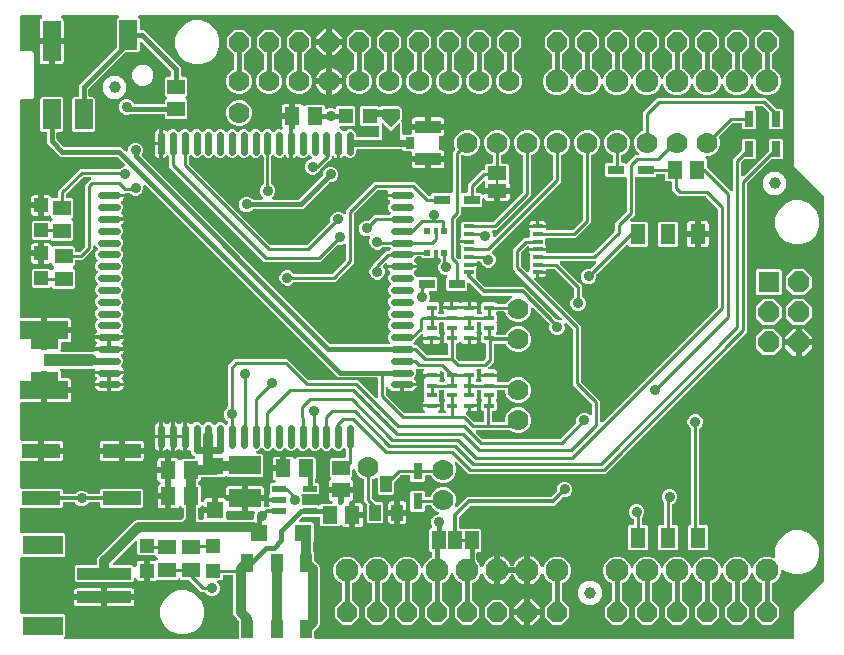
<source format=gbr>
G04 EAGLE Gerber RS-274X export*
G75*
%MOMM*%
%FSLAX34Y34*%
%LPD*%
%INTop Copper*%
%IPPOS*%
%AMOC8*
5,1,8,0,0,1.08239X$1,22.5*%
G01*
%ADD10R,1.200000X0.550000*%
%ADD11R,1.200000X1.200000*%
%ADD12R,1.500000X1.300000*%
%ADD13R,4.600000X1.000000*%
%ADD14R,3.400000X1.600000*%
%ADD15R,1.300000X1.500000*%
%ADD16R,3.200000X1.200000*%
%ADD17R,1.400000X1.400000*%
%ADD18R,2.700000X1.600000*%
%ADD19R,0.500000X0.500000*%
%ADD20R,0.400000X0.500000*%
%ADD21C,1.778000*%
%ADD22R,1.300000X1.700000*%
%ADD23C,1.000000*%
%ADD24R,0.800000X1.350000*%
%ADD25R,1.000000X1.400000*%
%ADD26R,1.350000X0.800000*%
%ADD27R,0.900000X0.350000*%
%ADD28R,1.500000X2.500000*%
%ADD29R,1.500000X3.400000*%
%ADD30R,4.064000X1.524000*%
%ADD31R,2.032000X1.016000*%
%ADD32C,0.600000*%
%ADD33R,2.200000X1.050000*%
%ADD34R,0.800000X1.000000*%
%ADD35R,0.900000X0.450000*%
%ADD36R,1.000000X1.500000*%
%ADD37C,1.930400*%
%ADD38R,1.168400X1.600200*%
%ADD39P,1.814519X8X22.500000*%
%ADD40P,1.924489X8X22.500000*%
%ADD41R,1.778000X1.778000*%
%ADD42R,1.200000X1.300000*%
%ADD43R,1.600200X1.168400*%
%ADD44R,0.203200X0.635000*%
%ADD45C,0.381000*%
%ADD46C,0.254000*%
%ADD47C,0.906400*%
%ADD48C,0.406400*%
%ADD49C,0.304800*%
%ADD50C,0.609600*%
%ADD51C,1.016000*%
%ADD52C,0.812800*%

G36*
X186526Y2556D02*
X186526Y2556D01*
X186645Y2563D01*
X186683Y2576D01*
X186724Y2581D01*
X186834Y2624D01*
X186947Y2661D01*
X186982Y2683D01*
X187019Y2698D01*
X187115Y2767D01*
X187216Y2831D01*
X187244Y2861D01*
X187277Y2884D01*
X187353Y2976D01*
X187434Y3063D01*
X187454Y3098D01*
X187479Y3129D01*
X187530Y3237D01*
X187588Y3341D01*
X187598Y3381D01*
X187615Y3417D01*
X187637Y3534D01*
X187667Y3649D01*
X187671Y3709D01*
X187675Y3729D01*
X187673Y3750D01*
X187677Y3810D01*
X187677Y17805D01*
X187665Y17903D01*
X187662Y18002D01*
X187645Y18060D01*
X187637Y18120D01*
X187601Y18212D01*
X187573Y18308D01*
X187543Y18360D01*
X187520Y18416D01*
X187462Y18496D01*
X187412Y18582D01*
X187346Y18657D01*
X187334Y18673D01*
X187324Y18681D01*
X187306Y18702D01*
X185955Y20053D01*
X184061Y21946D01*
X183133Y24187D01*
X183133Y56058D01*
X183118Y56176D01*
X183111Y56295D01*
X183098Y56333D01*
X183093Y56374D01*
X183050Y56484D01*
X183013Y56597D01*
X182991Y56632D01*
X182976Y56669D01*
X182907Y56765D01*
X182843Y56866D01*
X182813Y56894D01*
X182790Y56927D01*
X182698Y57003D01*
X182611Y57084D01*
X182576Y57104D01*
X182545Y57129D01*
X182437Y57180D01*
X182333Y57238D01*
X182293Y57248D01*
X182257Y57265D01*
X182140Y57287D01*
X182025Y57317D01*
X181965Y57321D01*
X181945Y57325D01*
X181924Y57323D01*
X181864Y57327D01*
X175562Y57327D01*
X175444Y57312D01*
X175325Y57305D01*
X175287Y57292D01*
X175246Y57287D01*
X175136Y57244D01*
X175023Y57207D01*
X174988Y57185D01*
X174951Y57170D01*
X174855Y57101D01*
X174754Y57037D01*
X174726Y57007D01*
X174693Y56984D01*
X174617Y56892D01*
X174536Y56805D01*
X174516Y56770D01*
X174491Y56739D01*
X174440Y56631D01*
X174382Y56527D01*
X174372Y56487D01*
X174355Y56451D01*
X174333Y56334D01*
X174303Y56219D01*
X174299Y56159D01*
X174295Y56139D01*
X174297Y56118D01*
X174293Y56058D01*
X174293Y53788D01*
X173102Y52597D01*
X170571Y52597D01*
X170433Y52580D01*
X170295Y52567D01*
X170276Y52560D01*
X170255Y52557D01*
X170126Y52506D01*
X169995Y52459D01*
X169978Y52448D01*
X169960Y52440D01*
X169847Y52359D01*
X169732Y52281D01*
X169719Y52265D01*
X169702Y52254D01*
X169614Y52146D01*
X169522Y52042D01*
X169512Y52024D01*
X169500Y52009D01*
X169440Y51883D01*
X169377Y51759D01*
X169373Y51739D01*
X169364Y51721D01*
X169338Y51584D01*
X169307Y51449D01*
X169308Y51428D01*
X169304Y51409D01*
X169313Y51270D01*
X169317Y51131D01*
X169323Y51111D01*
X169324Y51091D01*
X169367Y50959D01*
X169405Y50825D01*
X169416Y50808D01*
X169422Y50789D01*
X169496Y50671D01*
X169567Y50551D01*
X169586Y50530D01*
X169592Y50520D01*
X169607Y50506D01*
X169673Y50431D01*
X170665Y49439D01*
X171665Y47026D01*
X171665Y44414D01*
X170665Y42001D01*
X168819Y40155D01*
X166406Y39155D01*
X163794Y39155D01*
X161381Y40155D01*
X159491Y42046D01*
X159412Y42106D01*
X159340Y42174D01*
X159287Y42203D01*
X159239Y42240D01*
X159148Y42280D01*
X159062Y42328D01*
X159003Y42343D01*
X158947Y42367D01*
X158849Y42382D01*
X158754Y42407D01*
X158654Y42413D01*
X158633Y42417D01*
X158621Y42415D01*
X158593Y42417D01*
X156112Y42417D01*
X153806Y44724D01*
X145814Y52716D01*
X145735Y52776D01*
X145663Y52844D01*
X145610Y52873D01*
X145562Y52910D01*
X145471Y52950D01*
X145385Y52998D01*
X145326Y53013D01*
X145271Y53037D01*
X145173Y53052D01*
X145077Y53077D01*
X144977Y53083D01*
X144957Y53087D01*
X144944Y53085D01*
X144916Y53087D01*
X138978Y53087D01*
X138137Y53928D01*
X138043Y54001D01*
X137954Y54080D01*
X137918Y54098D01*
X137886Y54123D01*
X137777Y54170D01*
X137671Y54224D01*
X137632Y54233D01*
X137594Y54249D01*
X137477Y54268D01*
X137361Y54294D01*
X137320Y54293D01*
X137280Y54299D01*
X137162Y54288D01*
X137043Y54284D01*
X137004Y54273D01*
X136964Y54269D01*
X136852Y54229D01*
X136737Y54196D01*
X136702Y54175D01*
X136664Y54162D01*
X136566Y54095D01*
X136463Y54034D01*
X136418Y53994D01*
X136401Y53983D01*
X136388Y53968D01*
X136342Y53928D01*
X135342Y52927D01*
X118397Y52927D01*
X118326Y52939D01*
X118210Y52965D01*
X118169Y52963D01*
X118130Y52970D01*
X118011Y52959D01*
X117892Y52955D01*
X117853Y52944D01*
X117813Y52940D01*
X117701Y52900D01*
X117586Y52866D01*
X117552Y52846D01*
X117514Y52833D01*
X117415Y52766D01*
X117312Y52705D01*
X117268Y52665D01*
X117251Y52654D01*
X117249Y52652D01*
X116661Y52312D01*
X116014Y52139D01*
X112219Y52139D01*
X112219Y59410D01*
X112204Y59528D01*
X112197Y59647D01*
X112184Y59685D01*
X112179Y59725D01*
X112135Y59836D01*
X112099Y59949D01*
X112077Y59984D01*
X112062Y60021D01*
X111992Y60117D01*
X111929Y60218D01*
X111899Y60246D01*
X111875Y60278D01*
X111784Y60354D01*
X111697Y60436D01*
X111662Y60455D01*
X111630Y60481D01*
X111523Y60532D01*
X111419Y60589D01*
X111379Y60600D01*
X111343Y60617D01*
X111226Y60639D01*
X111111Y60669D01*
X111050Y60673D01*
X111030Y60677D01*
X111010Y60675D01*
X110950Y60679D01*
X108410Y60679D01*
X108292Y60664D01*
X108173Y60657D01*
X108135Y60644D01*
X108095Y60639D01*
X107984Y60595D01*
X107871Y60559D01*
X107836Y60537D01*
X107799Y60522D01*
X107703Y60452D01*
X107602Y60389D01*
X107574Y60359D01*
X107541Y60335D01*
X107466Y60244D01*
X107384Y60157D01*
X107364Y60122D01*
X107339Y60090D01*
X107288Y59983D01*
X107230Y59879D01*
X107220Y59839D01*
X107203Y59803D01*
X107181Y59686D01*
X107151Y59571D01*
X107147Y59510D01*
X107143Y59490D01*
X107145Y59470D01*
X107141Y59410D01*
X107141Y52139D01*
X103346Y52139D01*
X102699Y52312D01*
X102120Y52647D01*
X101647Y53120D01*
X101231Y53840D01*
X101143Y53956D01*
X101058Y54074D01*
X101047Y54083D01*
X101039Y54093D01*
X100925Y54184D01*
X100813Y54277D01*
X100800Y54283D01*
X100790Y54291D01*
X100656Y54351D01*
X100525Y54412D01*
X100512Y54415D01*
X100499Y54420D01*
X100354Y54445D01*
X100212Y54472D01*
X100199Y54471D01*
X100186Y54474D01*
X100040Y54461D01*
X99895Y54452D01*
X99882Y54448D01*
X99869Y54447D01*
X99731Y54399D01*
X99593Y54354D01*
X99581Y54347D01*
X99568Y54343D01*
X99447Y54262D01*
X99324Y54184D01*
X99315Y54174D01*
X99303Y54167D01*
X99206Y54059D01*
X99106Y53953D01*
X99099Y53941D01*
X99090Y53931D01*
X99022Y53801D01*
X98952Y53674D01*
X98949Y53661D01*
X98943Y53649D01*
X98909Y53507D01*
X98873Y53366D01*
X98872Y53348D01*
X98870Y53339D01*
X98870Y53322D01*
X98863Y53205D01*
X98863Y52418D01*
X97672Y51227D01*
X49988Y51227D01*
X48797Y52418D01*
X48797Y64102D01*
X49988Y65293D01*
X66464Y65293D01*
X66582Y65308D01*
X66701Y65315D01*
X66739Y65328D01*
X66780Y65333D01*
X66890Y65376D01*
X67003Y65413D01*
X67038Y65435D01*
X67075Y65450D01*
X67171Y65519D01*
X67272Y65583D01*
X67300Y65613D01*
X67333Y65636D01*
X67409Y65728D01*
X67490Y65815D01*
X67510Y65850D01*
X67535Y65881D01*
X67586Y65989D01*
X67644Y66093D01*
X67654Y66133D01*
X67671Y66169D01*
X67693Y66286D01*
X67723Y66401D01*
X67727Y66461D01*
X67731Y66481D01*
X67729Y66502D01*
X67733Y66562D01*
X67733Y69963D01*
X68661Y72204D01*
X99416Y102959D01*
X101657Y103887D01*
X139189Y103887D01*
X139287Y103899D01*
X139386Y103902D01*
X139444Y103919D01*
X139504Y103927D01*
X139597Y103963D01*
X139692Y103991D01*
X139744Y104021D01*
X139800Y104044D01*
X139880Y104102D01*
X139966Y104152D01*
X140041Y104218D01*
X140057Y104230D01*
X140065Y104240D01*
X140086Y104258D01*
X140852Y105024D01*
X140912Y105102D01*
X140980Y105174D01*
X141009Y105227D01*
X141046Y105275D01*
X141086Y105366D01*
X141134Y105452D01*
X141149Y105511D01*
X141173Y105567D01*
X141188Y105665D01*
X141213Y105760D01*
X141219Y105860D01*
X141223Y105881D01*
X141221Y105893D01*
X141223Y105921D01*
X141223Y112868D01*
X141208Y112986D01*
X141201Y113105D01*
X141188Y113143D01*
X141183Y113184D01*
X141140Y113294D01*
X141103Y113407D01*
X141081Y113442D01*
X141066Y113479D01*
X140997Y113575D01*
X140933Y113676D01*
X140903Y113704D01*
X140880Y113737D01*
X140788Y113813D01*
X140701Y113894D01*
X140666Y113914D01*
X140635Y113939D01*
X140527Y113990D01*
X140423Y114048D01*
X140383Y114058D01*
X140347Y114075D01*
X140230Y114097D01*
X140115Y114127D01*
X140055Y114131D01*
X140035Y114135D01*
X140014Y114133D01*
X139954Y114137D01*
X139788Y114137D01*
X138804Y115122D01*
X138704Y115199D01*
X138609Y115281D01*
X138579Y115296D01*
X138552Y115317D01*
X138437Y115367D01*
X138324Y115423D01*
X138291Y115430D01*
X138260Y115443D01*
X138136Y115463D01*
X138013Y115489D01*
X137980Y115488D01*
X137946Y115493D01*
X137821Y115481D01*
X137696Y115476D01*
X137663Y115466D01*
X137630Y115463D01*
X137511Y115421D01*
X137391Y115384D01*
X137362Y115367D01*
X137330Y115356D01*
X137226Y115285D01*
X137119Y115220D01*
X137095Y115196D01*
X137067Y115177D01*
X136984Y115083D01*
X136896Y114993D01*
X136869Y114952D01*
X136857Y114939D01*
X136847Y114919D01*
X136807Y114859D01*
X136663Y114610D01*
X136190Y114137D01*
X135611Y113802D01*
X134964Y113629D01*
X130669Y113629D01*
X130669Y122400D01*
X130654Y122518D01*
X130647Y122637D01*
X130634Y122675D01*
X130629Y122715D01*
X130585Y122826D01*
X130549Y122939D01*
X130527Y122974D01*
X130512Y123011D01*
X130442Y123107D01*
X130379Y123208D01*
X130349Y123236D01*
X130325Y123268D01*
X130234Y123344D01*
X130147Y123426D01*
X130112Y123445D01*
X130080Y123471D01*
X129973Y123522D01*
X129869Y123579D01*
X129829Y123590D01*
X129793Y123607D01*
X129676Y123629D01*
X129561Y123659D01*
X129500Y123663D01*
X129480Y123667D01*
X129460Y123665D01*
X129400Y123669D01*
X128129Y123669D01*
X128129Y123671D01*
X129400Y123671D01*
X129518Y123686D01*
X129637Y123693D01*
X129675Y123706D01*
X129715Y123711D01*
X129826Y123755D01*
X129939Y123791D01*
X129974Y123813D01*
X130011Y123828D01*
X130107Y123898D01*
X130208Y123961D01*
X130236Y123991D01*
X130268Y124015D01*
X130344Y124106D01*
X130426Y124193D01*
X130445Y124228D01*
X130471Y124260D01*
X130522Y124367D01*
X130579Y124471D01*
X130590Y124511D01*
X130607Y124547D01*
X130629Y124664D01*
X130659Y124779D01*
X130663Y124840D01*
X130667Y124860D01*
X130665Y124880D01*
X130669Y124940D01*
X130669Y134590D01*
X130654Y134708D01*
X130647Y134827D01*
X130634Y134865D01*
X130629Y134906D01*
X130585Y135016D01*
X130549Y135129D01*
X130527Y135164D01*
X130512Y135201D01*
X130442Y135297D01*
X130379Y135398D01*
X130359Y135416D01*
X130359Y144630D01*
X130344Y144748D01*
X130337Y144867D01*
X130324Y144905D01*
X130319Y144945D01*
X130275Y145056D01*
X130239Y145169D01*
X130217Y145204D01*
X130202Y145241D01*
X130132Y145337D01*
X130069Y145438D01*
X130039Y145466D01*
X130015Y145498D01*
X129924Y145574D01*
X129837Y145656D01*
X129802Y145675D01*
X129770Y145701D01*
X129663Y145752D01*
X129559Y145809D01*
X129519Y145820D01*
X129483Y145837D01*
X129366Y145859D01*
X129251Y145889D01*
X129190Y145893D01*
X129170Y145897D01*
X129150Y145895D01*
X129090Y145899D01*
X127819Y145899D01*
X127819Y145901D01*
X129090Y145901D01*
X129208Y145916D01*
X129327Y145923D01*
X129365Y145936D01*
X129405Y145941D01*
X129516Y145985D01*
X129629Y146021D01*
X129664Y146043D01*
X129701Y146058D01*
X129797Y146128D01*
X129898Y146191D01*
X129926Y146221D01*
X129958Y146245D01*
X130034Y146336D01*
X130116Y146423D01*
X130135Y146458D01*
X130161Y146490D01*
X130212Y146597D01*
X130269Y146701D01*
X130280Y146741D01*
X130297Y146777D01*
X130319Y146894D01*
X130349Y147009D01*
X130353Y147070D01*
X130357Y147090D01*
X130355Y147110D01*
X130359Y147170D01*
X130359Y155941D01*
X134654Y155941D01*
X135301Y155768D01*
X135880Y155433D01*
X136353Y154960D01*
X136497Y154711D01*
X136573Y154611D01*
X136643Y154507D01*
X136669Y154485D01*
X136689Y154458D01*
X136788Y154380D01*
X136882Y154296D01*
X136912Y154281D01*
X136938Y154260D01*
X137053Y154209D01*
X137165Y154152D01*
X137198Y154144D01*
X137229Y154131D01*
X137353Y154110D01*
X137475Y154082D01*
X137509Y154083D01*
X137542Y154078D01*
X137668Y154088D01*
X137793Y154092D01*
X137826Y154101D01*
X137859Y154104D01*
X137978Y154145D01*
X138099Y154180D01*
X138128Y154197D01*
X138160Y154208D01*
X138264Y154278D01*
X138373Y154342D01*
X138409Y154374D01*
X138425Y154384D01*
X138439Y154400D01*
X138494Y154448D01*
X139478Y155433D01*
X149479Y155433D01*
X149548Y155441D01*
X149618Y155440D01*
X149706Y155461D01*
X149795Y155473D01*
X149860Y155498D01*
X149928Y155515D01*
X150007Y155557D01*
X150090Y155590D01*
X150147Y155631D01*
X150209Y155663D01*
X150275Y155724D01*
X150348Y155776D01*
X150392Y155830D01*
X150444Y155877D01*
X150493Y155952D01*
X150551Y156021D01*
X150580Y156085D01*
X150619Y156143D01*
X150648Y156228D01*
X150686Y156309D01*
X150699Y156378D01*
X150722Y156444D01*
X150729Y156533D01*
X150746Y156621D01*
X150742Y156691D01*
X150747Y156761D01*
X150732Y156849D01*
X150726Y156939D01*
X150705Y157005D01*
X150693Y157074D01*
X150656Y157156D01*
X150628Y157241D01*
X150591Y157300D01*
X150562Y157364D01*
X150506Y157434D01*
X150458Y157510D01*
X150407Y157558D01*
X150364Y157612D01*
X150292Y157666D01*
X150226Y157728D01*
X150165Y157762D01*
X150109Y157804D01*
X149965Y157875D01*
X149052Y158253D01*
X147623Y159682D01*
X146849Y161549D01*
X146849Y161699D01*
X146847Y161713D01*
X146849Y161728D01*
X146828Y161871D01*
X146809Y162014D01*
X146804Y162028D01*
X146802Y162042D01*
X146745Y162176D01*
X146692Y162310D01*
X146684Y162322D01*
X146678Y162335D01*
X146590Y162450D01*
X146506Y162567D01*
X146494Y162577D01*
X146485Y162588D01*
X146372Y162677D01*
X146261Y162770D01*
X146247Y162776D01*
X146236Y162785D01*
X146103Y162844D01*
X145973Y162905D01*
X145958Y162908D01*
X145945Y162914D01*
X145802Y162938D01*
X145661Y162965D01*
X145646Y162964D01*
X145631Y162967D01*
X145487Y162954D01*
X145343Y162946D01*
X145329Y162941D01*
X145314Y162940D01*
X145177Y162892D01*
X145041Y162847D01*
X145028Y162840D01*
X145014Y162835D01*
X144875Y162754D01*
X144554Y162540D01*
X143546Y162122D01*
X143429Y162099D01*
X143429Y174220D01*
X143414Y174338D01*
X143407Y174457D01*
X143405Y174464D01*
X143419Y174520D01*
X143423Y174580D01*
X143427Y174600D01*
X143425Y174620D01*
X143429Y174680D01*
X143429Y186801D01*
X143546Y186778D01*
X144554Y186360D01*
X145462Y185754D01*
X146265Y184951D01*
X146275Y184939D01*
X146323Y184869D01*
X146379Y184819D01*
X146428Y184763D01*
X146498Y184714D01*
X146561Y184658D01*
X146628Y184624D01*
X146690Y184582D01*
X146769Y184552D01*
X146844Y184514D01*
X146918Y184497D01*
X146988Y184471D01*
X147072Y184463D01*
X147155Y184444D01*
X147230Y184447D01*
X147304Y184439D01*
X147388Y184451D01*
X147473Y184454D01*
X147545Y184475D01*
X147619Y184486D01*
X147697Y184519D01*
X147778Y184542D01*
X147843Y184580D01*
X147912Y184610D01*
X147979Y184661D01*
X148052Y184704D01*
X148158Y184797D01*
X148165Y184802D01*
X148167Y184805D01*
X148173Y184810D01*
X149079Y185717D01*
X150929Y186483D01*
X152931Y186483D01*
X154781Y185717D01*
X156032Y184465D01*
X156127Y184392D01*
X156216Y184313D01*
X156252Y184295D01*
X156284Y184270D01*
X156393Y184223D01*
X156499Y184169D01*
X156538Y184160D01*
X156576Y184144D01*
X156693Y184125D01*
X156809Y184099D01*
X156850Y184100D01*
X156890Y184094D01*
X157008Y184105D01*
X157127Y184109D01*
X157166Y184120D01*
X157206Y184124D01*
X157319Y184164D01*
X157433Y184197D01*
X157467Y184217D01*
X157506Y184231D01*
X157604Y184298D01*
X157707Y184358D01*
X157752Y184398D01*
X157769Y184410D01*
X157782Y184425D01*
X157827Y184465D01*
X159079Y185717D01*
X160929Y186483D01*
X162931Y186483D01*
X164781Y185717D01*
X166032Y184465D01*
X166127Y184392D01*
X166216Y184313D01*
X166252Y184295D01*
X166284Y184270D01*
X166393Y184223D01*
X166499Y184169D01*
X166538Y184160D01*
X166576Y184144D01*
X166693Y184125D01*
X166809Y184099D01*
X166850Y184100D01*
X166890Y184094D01*
X167008Y184105D01*
X167127Y184109D01*
X167166Y184120D01*
X167206Y184124D01*
X167319Y184164D01*
X167433Y184197D01*
X167467Y184217D01*
X167506Y184231D01*
X167604Y184298D01*
X167707Y184358D01*
X167752Y184398D01*
X167769Y184410D01*
X167782Y184425D01*
X167827Y184465D01*
X169079Y185717D01*
X170929Y186483D01*
X172931Y186483D01*
X174781Y185717D01*
X176032Y184465D01*
X176127Y184392D01*
X176216Y184313D01*
X176252Y184295D01*
X176284Y184270D01*
X176393Y184223D01*
X176499Y184169D01*
X176538Y184160D01*
X176576Y184144D01*
X176693Y184125D01*
X176809Y184099D01*
X176850Y184100D01*
X176890Y184094D01*
X177008Y184105D01*
X177127Y184109D01*
X177166Y184120D01*
X177206Y184124D01*
X177319Y184164D01*
X177433Y184197D01*
X177467Y184217D01*
X177506Y184231D01*
X177604Y184298D01*
X177707Y184358D01*
X177752Y184398D01*
X177769Y184410D01*
X177782Y184425D01*
X177827Y184465D01*
X177936Y184573D01*
X177996Y184651D01*
X178064Y184723D01*
X178093Y184776D01*
X178130Y184824D01*
X178170Y184915D01*
X178218Y185002D01*
X178233Y185060D01*
X178257Y185116D01*
X178272Y185214D01*
X178297Y185310D01*
X178303Y185410D01*
X178307Y185430D01*
X178305Y185442D01*
X178307Y185470D01*
X178307Y186533D01*
X178295Y186631D01*
X178292Y186730D01*
X178275Y186788D01*
X178267Y186849D01*
X178231Y186941D01*
X178203Y187036D01*
X178173Y187088D01*
X178150Y187144D01*
X178092Y187224D01*
X178042Y187310D01*
X177976Y187385D01*
X177964Y187402D01*
X177954Y187409D01*
X177936Y187431D01*
X176045Y189321D01*
X175045Y191734D01*
X175045Y194346D01*
X176045Y196759D01*
X177936Y198649D01*
X177996Y198728D01*
X178064Y198800D01*
X178093Y198853D01*
X178130Y198901D01*
X178170Y198992D01*
X178218Y199078D01*
X178233Y199137D01*
X178257Y199193D01*
X178272Y199291D01*
X178297Y199386D01*
X178303Y199486D01*
X178307Y199507D01*
X178305Y199519D01*
X178307Y199547D01*
X178307Y233778D01*
X184052Y239523D01*
X228698Y239523D01*
X246106Y222114D01*
X246185Y222054D01*
X246257Y221986D01*
X246310Y221957D01*
X246358Y221920D01*
X246449Y221880D01*
X246535Y221832D01*
X246594Y221817D01*
X246649Y221793D01*
X246747Y221778D01*
X246843Y221753D01*
X246943Y221747D01*
X246964Y221743D01*
X246976Y221745D01*
X247004Y221743D01*
X288388Y221743D01*
X303141Y206990D01*
X303250Y206905D01*
X303357Y206816D01*
X303376Y206808D01*
X303392Y206795D01*
X303520Y206740D01*
X303645Y206681D01*
X303665Y206677D01*
X303684Y206669D01*
X303822Y206647D01*
X303958Y206621D01*
X303978Y206622D01*
X303998Y206619D01*
X304137Y206632D01*
X304275Y206641D01*
X304294Y206647D01*
X304314Y206649D01*
X304446Y206696D01*
X304577Y206739D01*
X304595Y206750D01*
X304614Y206757D01*
X304729Y206835D01*
X304846Y206909D01*
X304860Y206924D01*
X304877Y206935D01*
X304969Y207039D01*
X305064Y207141D01*
X305074Y207158D01*
X305087Y207174D01*
X305151Y207297D01*
X305218Y207419D01*
X305223Y207439D01*
X305232Y207457D01*
X305262Y207593D01*
X305297Y207727D01*
X305299Y207755D01*
X305302Y207767D01*
X305301Y207788D01*
X305307Y207888D01*
X305307Y223116D01*
X305292Y223234D01*
X305285Y223353D01*
X305272Y223391D01*
X305267Y223432D01*
X305224Y223542D01*
X305187Y223655D01*
X305165Y223690D01*
X305150Y223727D01*
X305081Y223823D01*
X305017Y223924D01*
X304987Y223952D01*
X304964Y223985D01*
X304872Y224061D01*
X304785Y224142D01*
X304750Y224162D01*
X304719Y224187D01*
X304611Y224238D01*
X304507Y224296D01*
X304467Y224306D01*
X304431Y224323D01*
X304314Y224345D01*
X304199Y224375D01*
X304139Y224379D01*
X304119Y224383D01*
X304098Y224381D01*
X304038Y224385D01*
X271516Y224385D01*
X268764Y227138D01*
X109061Y386840D01*
X108952Y386925D01*
X108845Y387014D01*
X108826Y387023D01*
X108810Y387035D01*
X108682Y387091D01*
X108557Y387150D01*
X108537Y387153D01*
X108518Y387161D01*
X108380Y387183D01*
X108244Y387209D01*
X108224Y387208D01*
X108204Y387211D01*
X108065Y387198D01*
X107927Y387190D01*
X107908Y387183D01*
X107888Y387181D01*
X107756Y387134D01*
X107625Y387092D01*
X107607Y387081D01*
X107588Y387074D01*
X107473Y386996D01*
X107356Y386921D01*
X107342Y386907D01*
X107325Y386895D01*
X107233Y386791D01*
X107138Y386690D01*
X107128Y386672D01*
X107115Y386657D01*
X107051Y386533D01*
X106984Y386411D01*
X106979Y386392D01*
X106970Y386374D01*
X106940Y386238D01*
X106905Y386103D01*
X106903Y386075D01*
X106900Y386063D01*
X106901Y386043D01*
X106895Y385943D01*
X106895Y383504D01*
X105895Y381091D01*
X104049Y379245D01*
X101636Y378245D01*
X99024Y378245D01*
X96611Y379245D01*
X95991Y379866D01*
X95912Y379926D01*
X95840Y379994D01*
X95787Y380023D01*
X95739Y380060D01*
X95648Y380100D01*
X95562Y380148D01*
X95503Y380163D01*
X95447Y380187D01*
X95349Y380202D01*
X95254Y380227D01*
X95154Y380233D01*
X95133Y380237D01*
X95121Y380235D01*
X95093Y380237D01*
X91740Y380237D01*
X91622Y380222D01*
X91503Y380215D01*
X91465Y380202D01*
X91424Y380197D01*
X91314Y380154D01*
X91201Y380117D01*
X91166Y380095D01*
X91129Y380080D01*
X91033Y380011D01*
X90936Y379949D01*
X78160Y379949D01*
X78042Y379934D01*
X77923Y379927D01*
X77885Y379914D01*
X77845Y379909D01*
X77734Y379866D01*
X77621Y379829D01*
X77587Y379807D01*
X77549Y379792D01*
X77453Y379723D01*
X77352Y379659D01*
X77324Y379629D01*
X77292Y379606D01*
X77216Y379514D01*
X77134Y379427D01*
X77115Y379392D01*
X77089Y379361D01*
X77038Y379253D01*
X76981Y379149D01*
X76971Y379109D01*
X76953Y379073D01*
X76931Y378956D01*
X76901Y378841D01*
X76897Y378781D01*
X76894Y378761D01*
X76895Y378740D01*
X76891Y378680D01*
X76891Y378220D01*
X76906Y378102D01*
X76913Y377983D01*
X76926Y377945D01*
X76931Y377904D01*
X76975Y377794D01*
X77011Y377681D01*
X77033Y377646D01*
X77048Y377609D01*
X77118Y377512D01*
X77181Y377412D01*
X77211Y377384D01*
X77235Y377351D01*
X77326Y377275D01*
X77413Y377194D01*
X77448Y377174D01*
X77480Y377149D01*
X77587Y377098D01*
X77692Y377040D01*
X77731Y377030D01*
X77767Y377013D01*
X77884Y376991D01*
X78000Y376961D01*
X78060Y376957D01*
X78080Y376953D01*
X78100Y376955D01*
X78160Y376951D01*
X90281Y376951D01*
X90258Y376834D01*
X89840Y375826D01*
X89234Y374918D01*
X88431Y374115D01*
X88419Y374105D01*
X88349Y374057D01*
X88299Y374001D01*
X88243Y373952D01*
X88194Y373882D01*
X88138Y373819D01*
X88104Y373752D01*
X88062Y373690D01*
X88032Y373611D01*
X87994Y373536D01*
X87977Y373462D01*
X87951Y373392D01*
X87943Y373308D01*
X87924Y373225D01*
X87927Y373150D01*
X87919Y373076D01*
X87931Y372992D01*
X87934Y372907D01*
X87955Y372835D01*
X87966Y372761D01*
X87999Y372683D01*
X88022Y372602D01*
X88060Y372537D01*
X88090Y372468D01*
X88141Y372401D01*
X88184Y372328D01*
X88277Y372222D01*
X88282Y372215D01*
X88285Y372213D01*
X88290Y372207D01*
X89197Y371301D01*
X89963Y369451D01*
X89963Y367449D01*
X89197Y365599D01*
X88290Y364693D01*
X88238Y364626D01*
X88179Y364566D01*
X88141Y364501D01*
X88095Y364442D01*
X88062Y364364D01*
X88019Y364291D01*
X87999Y364219D01*
X87969Y364150D01*
X87956Y364066D01*
X87933Y363985D01*
X87931Y363910D01*
X87919Y363836D01*
X87927Y363751D01*
X87925Y363667D01*
X87942Y363594D01*
X87949Y363519D01*
X87978Y363439D01*
X87997Y363357D01*
X88031Y363290D01*
X88057Y363220D01*
X88104Y363150D01*
X88143Y363075D01*
X88193Y363019D01*
X88235Y362957D01*
X88298Y362901D01*
X88355Y362838D01*
X88454Y362762D01*
X89234Y361982D01*
X89840Y361074D01*
X90258Y360066D01*
X90281Y359949D01*
X78160Y359949D01*
X78042Y359934D01*
X77923Y359927D01*
X77885Y359914D01*
X77845Y359909D01*
X77734Y359866D01*
X77621Y359829D01*
X77587Y359807D01*
X77549Y359792D01*
X77453Y359723D01*
X77352Y359659D01*
X77324Y359629D01*
X77292Y359606D01*
X77216Y359514D01*
X77134Y359427D01*
X77115Y359392D01*
X77089Y359361D01*
X77038Y359253D01*
X76981Y359149D01*
X76971Y359109D01*
X76953Y359073D01*
X76931Y358956D01*
X76901Y358841D01*
X76897Y358781D01*
X76894Y358761D01*
X76895Y358740D01*
X76891Y358680D01*
X76891Y358220D01*
X76906Y358102D01*
X76913Y357983D01*
X76926Y357945D01*
X76931Y357904D01*
X76975Y357794D01*
X77011Y357681D01*
X77033Y357646D01*
X77048Y357609D01*
X77118Y357512D01*
X77181Y357412D01*
X77211Y357384D01*
X77235Y357351D01*
X77326Y357275D01*
X77413Y357194D01*
X77448Y357174D01*
X77480Y357149D01*
X77587Y357098D01*
X77692Y357040D01*
X77731Y357030D01*
X77767Y357013D01*
X77884Y356991D01*
X78000Y356961D01*
X78060Y356957D01*
X78080Y356953D01*
X78100Y356955D01*
X78160Y356951D01*
X90281Y356951D01*
X90258Y356834D01*
X89840Y355826D01*
X89234Y354918D01*
X88431Y354115D01*
X88419Y354105D01*
X88349Y354057D01*
X88299Y354001D01*
X88243Y353952D01*
X88194Y353882D01*
X88138Y353819D01*
X88104Y353752D01*
X88062Y353690D01*
X88032Y353611D01*
X87994Y353536D01*
X87977Y353462D01*
X87951Y353392D01*
X87943Y353308D01*
X87924Y353225D01*
X87927Y353150D01*
X87919Y353076D01*
X87931Y352992D01*
X87934Y352907D01*
X87955Y352835D01*
X87966Y352761D01*
X87999Y352683D01*
X88022Y352602D01*
X88060Y352537D01*
X88090Y352468D01*
X88141Y352401D01*
X88184Y352328D01*
X88277Y352222D01*
X88282Y352215D01*
X88285Y352213D01*
X88290Y352207D01*
X89197Y351301D01*
X89963Y349451D01*
X89963Y347449D01*
X89197Y345599D01*
X87945Y344348D01*
X87872Y344253D01*
X87793Y344164D01*
X87775Y344128D01*
X87750Y344096D01*
X87703Y343987D01*
X87649Y343881D01*
X87640Y343842D01*
X87624Y343804D01*
X87605Y343687D01*
X87579Y343571D01*
X87580Y343530D01*
X87574Y343490D01*
X87585Y343372D01*
X87589Y343253D01*
X87600Y343214D01*
X87604Y343174D01*
X87644Y343061D01*
X87677Y342947D01*
X87697Y342913D01*
X87711Y342874D01*
X87778Y342776D01*
X87838Y342673D01*
X87878Y342628D01*
X87890Y342611D01*
X87905Y342598D01*
X87945Y342553D01*
X89197Y341301D01*
X89963Y339451D01*
X89963Y337449D01*
X89197Y335599D01*
X87945Y334348D01*
X87872Y334253D01*
X87793Y334164D01*
X87775Y334128D01*
X87750Y334096D01*
X87703Y333987D01*
X87649Y333881D01*
X87640Y333842D01*
X87624Y333804D01*
X87605Y333687D01*
X87579Y333571D01*
X87580Y333530D01*
X87574Y333490D01*
X87585Y333372D01*
X87589Y333253D01*
X87600Y333214D01*
X87604Y333174D01*
X87644Y333061D01*
X87677Y332947D01*
X87697Y332913D01*
X87711Y332874D01*
X87778Y332776D01*
X87838Y332673D01*
X87878Y332628D01*
X87890Y332611D01*
X87905Y332598D01*
X87945Y332553D01*
X89197Y331301D01*
X89963Y329451D01*
X89963Y327449D01*
X89197Y325599D01*
X87945Y324348D01*
X87872Y324253D01*
X87793Y324164D01*
X87775Y324128D01*
X87750Y324096D01*
X87703Y323987D01*
X87649Y323881D01*
X87640Y323842D01*
X87624Y323804D01*
X87605Y323687D01*
X87579Y323571D01*
X87580Y323530D01*
X87574Y323490D01*
X87585Y323372D01*
X87589Y323253D01*
X87600Y323214D01*
X87604Y323174D01*
X87644Y323061D01*
X87677Y322947D01*
X87697Y322913D01*
X87711Y322874D01*
X87778Y322776D01*
X87838Y322673D01*
X87878Y322628D01*
X87890Y322611D01*
X87905Y322598D01*
X87945Y322553D01*
X89197Y321301D01*
X89963Y319451D01*
X89963Y317449D01*
X89197Y315599D01*
X87945Y314348D01*
X87872Y314253D01*
X87793Y314164D01*
X87775Y314128D01*
X87750Y314096D01*
X87703Y313987D01*
X87649Y313881D01*
X87640Y313842D01*
X87624Y313804D01*
X87605Y313687D01*
X87579Y313571D01*
X87580Y313530D01*
X87574Y313490D01*
X87585Y313372D01*
X87589Y313253D01*
X87600Y313214D01*
X87604Y313174D01*
X87644Y313061D01*
X87677Y312947D01*
X87697Y312913D01*
X87711Y312874D01*
X87778Y312776D01*
X87838Y312673D01*
X87878Y312628D01*
X87890Y312611D01*
X87905Y312598D01*
X87945Y312553D01*
X89197Y311301D01*
X89963Y309451D01*
X89963Y307449D01*
X89197Y305599D01*
X87945Y304348D01*
X87872Y304253D01*
X87793Y304164D01*
X87775Y304128D01*
X87750Y304096D01*
X87703Y303987D01*
X87649Y303881D01*
X87640Y303842D01*
X87624Y303804D01*
X87605Y303687D01*
X87579Y303571D01*
X87580Y303530D01*
X87574Y303490D01*
X87585Y303372D01*
X87589Y303253D01*
X87600Y303214D01*
X87604Y303174D01*
X87644Y303061D01*
X87677Y302947D01*
X87697Y302913D01*
X87711Y302874D01*
X87778Y302776D01*
X87838Y302673D01*
X87878Y302628D01*
X87890Y302611D01*
X87905Y302598D01*
X87945Y302553D01*
X89197Y301301D01*
X89963Y299451D01*
X89963Y297449D01*
X89197Y295599D01*
X87945Y294348D01*
X87872Y294253D01*
X87793Y294164D01*
X87775Y294128D01*
X87750Y294096D01*
X87703Y293987D01*
X87649Y293881D01*
X87640Y293842D01*
X87624Y293804D01*
X87605Y293687D01*
X87579Y293571D01*
X87580Y293530D01*
X87574Y293490D01*
X87585Y293372D01*
X87589Y293253D01*
X87600Y293214D01*
X87604Y293174D01*
X87644Y293061D01*
X87677Y292947D01*
X87697Y292913D01*
X87711Y292874D01*
X87778Y292776D01*
X87838Y292673D01*
X87878Y292628D01*
X87890Y292611D01*
X87905Y292598D01*
X87945Y292553D01*
X89197Y291301D01*
X89963Y289451D01*
X89963Y287449D01*
X89197Y285599D01*
X87945Y284348D01*
X87872Y284253D01*
X87793Y284164D01*
X87775Y284128D01*
X87750Y284096D01*
X87703Y283987D01*
X87649Y283881D01*
X87640Y283842D01*
X87624Y283804D01*
X87605Y283687D01*
X87579Y283571D01*
X87580Y283530D01*
X87574Y283490D01*
X87585Y283372D01*
X87589Y283253D01*
X87600Y283214D01*
X87604Y283174D01*
X87644Y283061D01*
X87677Y282947D01*
X87697Y282913D01*
X87711Y282874D01*
X87778Y282776D01*
X87838Y282673D01*
X87878Y282628D01*
X87890Y282611D01*
X87905Y282598D01*
X87945Y282553D01*
X89197Y281301D01*
X89963Y279451D01*
X89963Y277449D01*
X89197Y275599D01*
X87945Y274347D01*
X87872Y274253D01*
X87793Y274164D01*
X87775Y274128D01*
X87750Y274096D01*
X87703Y273987D01*
X87649Y273881D01*
X87640Y273842D01*
X87624Y273804D01*
X87605Y273687D01*
X87579Y273571D01*
X87580Y273530D01*
X87574Y273490D01*
X87585Y273372D01*
X87589Y273253D01*
X87600Y273214D01*
X87604Y273174D01*
X87644Y273062D01*
X87677Y272947D01*
X87697Y272912D01*
X87711Y272874D01*
X87778Y272776D01*
X87838Y272673D01*
X87878Y272628D01*
X87890Y272611D01*
X87905Y272598D01*
X87945Y272552D01*
X89197Y271301D01*
X89963Y269451D01*
X89963Y267449D01*
X89197Y265599D01*
X88290Y264693D01*
X88238Y264626D01*
X88179Y264566D01*
X88141Y264501D01*
X88095Y264442D01*
X88062Y264364D01*
X88019Y264291D01*
X87999Y264219D01*
X87969Y264150D01*
X87956Y264066D01*
X87933Y263985D01*
X87931Y263910D01*
X87919Y263836D01*
X87927Y263751D01*
X87925Y263667D01*
X87942Y263594D01*
X87949Y263519D01*
X87978Y263439D01*
X87997Y263357D01*
X88031Y263290D01*
X88056Y263220D01*
X88104Y263150D01*
X88143Y263075D01*
X88193Y263019D01*
X88235Y262957D01*
X88299Y262901D01*
X88355Y262837D01*
X88454Y262762D01*
X89234Y261982D01*
X89840Y261074D01*
X90258Y260066D01*
X90281Y259949D01*
X78160Y259949D01*
X78042Y259934D01*
X77923Y259927D01*
X77916Y259925D01*
X77860Y259939D01*
X77800Y259943D01*
X77780Y259947D01*
X77760Y259945D01*
X77700Y259949D01*
X65579Y259949D01*
X65602Y260066D01*
X66020Y261074D01*
X66626Y261982D01*
X67429Y262785D01*
X67441Y262795D01*
X67511Y262843D01*
X67561Y262899D01*
X67617Y262948D01*
X67666Y263018D01*
X67722Y263081D01*
X67756Y263148D01*
X67798Y263210D01*
X67828Y263289D01*
X67866Y263364D01*
X67883Y263437D01*
X67909Y263508D01*
X67917Y263592D01*
X67936Y263675D01*
X67934Y263750D01*
X67941Y263824D01*
X67929Y263908D01*
X67926Y263993D01*
X67905Y264065D01*
X67894Y264139D01*
X67861Y264217D01*
X67838Y264298D01*
X67800Y264363D01*
X67770Y264432D01*
X67719Y264499D01*
X67676Y264572D01*
X67584Y264677D01*
X67578Y264685D01*
X67575Y264687D01*
X67570Y264693D01*
X66663Y265599D01*
X65897Y267449D01*
X65897Y269451D01*
X66663Y271301D01*
X67915Y272552D01*
X67988Y272647D01*
X68067Y272736D01*
X68085Y272772D01*
X68110Y272804D01*
X68157Y272913D01*
X68211Y273019D01*
X68220Y273058D01*
X68236Y273096D01*
X68255Y273213D01*
X68281Y273329D01*
X68280Y273370D01*
X68286Y273410D01*
X68275Y273528D01*
X68271Y273647D01*
X68260Y273686D01*
X68256Y273726D01*
X68216Y273839D01*
X68183Y273953D01*
X68163Y273987D01*
X68149Y274026D01*
X68082Y274124D01*
X68022Y274227D01*
X67982Y274272D01*
X67970Y274289D01*
X67955Y274302D01*
X67915Y274347D01*
X66663Y275599D01*
X65897Y277449D01*
X65897Y279451D01*
X66663Y281301D01*
X67915Y282553D01*
X67988Y282647D01*
X68067Y282736D01*
X68085Y282772D01*
X68110Y282804D01*
X68157Y282913D01*
X68211Y283019D01*
X68220Y283058D01*
X68236Y283096D01*
X68255Y283213D01*
X68281Y283329D01*
X68280Y283370D01*
X68286Y283410D01*
X68275Y283528D01*
X68271Y283647D01*
X68260Y283686D01*
X68256Y283726D01*
X68216Y283838D01*
X68183Y283953D01*
X68163Y283988D01*
X68149Y284026D01*
X68082Y284124D01*
X68022Y284227D01*
X67982Y284272D01*
X67970Y284289D01*
X67955Y284302D01*
X67915Y284348D01*
X66663Y285599D01*
X65897Y287449D01*
X65897Y289451D01*
X66663Y291301D01*
X67915Y292553D01*
X67988Y292647D01*
X68067Y292736D01*
X68085Y292772D01*
X68110Y292804D01*
X68157Y292913D01*
X68211Y293019D01*
X68220Y293058D01*
X68236Y293096D01*
X68255Y293213D01*
X68281Y293329D01*
X68280Y293370D01*
X68286Y293410D01*
X68275Y293528D01*
X68271Y293647D01*
X68260Y293686D01*
X68256Y293726D01*
X68216Y293838D01*
X68183Y293953D01*
X68163Y293988D01*
X68149Y294026D01*
X68082Y294124D01*
X68022Y294227D01*
X67982Y294272D01*
X67970Y294289D01*
X67955Y294302D01*
X67915Y294348D01*
X66663Y295599D01*
X65897Y297449D01*
X65897Y299451D01*
X66663Y301301D01*
X67915Y302553D01*
X67988Y302647D01*
X68067Y302736D01*
X68085Y302772D01*
X68110Y302804D01*
X68157Y302913D01*
X68211Y303019D01*
X68220Y303058D01*
X68236Y303096D01*
X68255Y303213D01*
X68281Y303329D01*
X68280Y303370D01*
X68286Y303410D01*
X68275Y303528D01*
X68271Y303647D01*
X68260Y303686D01*
X68256Y303726D01*
X68216Y303838D01*
X68183Y303953D01*
X68163Y303988D01*
X68149Y304026D01*
X68082Y304124D01*
X68022Y304227D01*
X67982Y304272D01*
X67970Y304289D01*
X67955Y304302D01*
X67915Y304348D01*
X66663Y305599D01*
X65897Y307449D01*
X65897Y309451D01*
X66663Y311301D01*
X67915Y312553D01*
X67988Y312647D01*
X68067Y312736D01*
X68085Y312772D01*
X68110Y312804D01*
X68157Y312913D01*
X68211Y313019D01*
X68220Y313058D01*
X68236Y313096D01*
X68255Y313213D01*
X68281Y313329D01*
X68280Y313370D01*
X68286Y313410D01*
X68275Y313528D01*
X68271Y313647D01*
X68260Y313686D01*
X68256Y313726D01*
X68216Y313838D01*
X68183Y313953D01*
X68163Y313988D01*
X68149Y314026D01*
X68082Y314124D01*
X68022Y314227D01*
X67982Y314272D01*
X67970Y314289D01*
X67955Y314302D01*
X67915Y314348D01*
X66663Y315599D01*
X65897Y317449D01*
X65897Y319451D01*
X66663Y321301D01*
X67915Y322553D01*
X67988Y322647D01*
X68067Y322736D01*
X68085Y322772D01*
X68110Y322804D01*
X68157Y322913D01*
X68211Y323019D01*
X68220Y323058D01*
X68236Y323096D01*
X68255Y323213D01*
X68281Y323329D01*
X68280Y323370D01*
X68286Y323410D01*
X68275Y323528D01*
X68271Y323647D01*
X68260Y323686D01*
X68256Y323726D01*
X68216Y323838D01*
X68183Y323953D01*
X68163Y323988D01*
X68149Y324026D01*
X68082Y324124D01*
X68022Y324227D01*
X67982Y324272D01*
X67970Y324289D01*
X67955Y324302D01*
X67915Y324348D01*
X66663Y325599D01*
X65897Y327449D01*
X65897Y329451D01*
X66663Y331301D01*
X67915Y332553D01*
X67988Y332647D01*
X68067Y332736D01*
X68085Y332772D01*
X68110Y332804D01*
X68157Y332913D01*
X68211Y333019D01*
X68220Y333058D01*
X68236Y333096D01*
X68255Y333213D01*
X68281Y333329D01*
X68280Y333370D01*
X68286Y333410D01*
X68275Y333528D01*
X68271Y333647D01*
X68260Y333686D01*
X68256Y333726D01*
X68216Y333838D01*
X68183Y333953D01*
X68163Y333988D01*
X68149Y334026D01*
X68082Y334124D01*
X68022Y334227D01*
X67982Y334272D01*
X67970Y334289D01*
X67955Y334302D01*
X67915Y334348D01*
X66649Y335614D01*
X66644Y335625D01*
X66592Y335698D01*
X66547Y335776D01*
X66499Y335826D01*
X66458Y335883D01*
X66388Y335940D01*
X66326Y336004D01*
X66266Y336041D01*
X66213Y336085D01*
X66131Y336124D01*
X66055Y336171D01*
X65988Y336191D01*
X65925Y336221D01*
X65837Y336238D01*
X65751Y336264D01*
X65681Y336268D01*
X65612Y336281D01*
X65523Y336275D01*
X65433Y336279D01*
X65365Y336265D01*
X65295Y336261D01*
X65210Y336233D01*
X65122Y336215D01*
X65059Y336184D01*
X64993Y336163D01*
X64917Y336115D01*
X64836Y336076D01*
X64783Y336030D01*
X64724Y335993D01*
X64662Y335927D01*
X64594Y335869D01*
X64554Y335812D01*
X64506Y335761D01*
X64463Y335683D01*
X64411Y335609D01*
X64386Y335544D01*
X64352Y335483D01*
X64330Y335396D01*
X64298Y335312D01*
X64290Y335242D01*
X64273Y335175D01*
X64263Y335014D01*
X64263Y332642D01*
X55318Y323697D01*
X50172Y323697D01*
X50054Y323682D01*
X49935Y323675D01*
X49897Y323662D01*
X49856Y323657D01*
X49746Y323614D01*
X49633Y323577D01*
X49598Y323555D01*
X49561Y323540D01*
X49465Y323471D01*
X49364Y323407D01*
X49336Y323377D01*
X49303Y323354D01*
X49227Y323262D01*
X49146Y323175D01*
X49126Y323140D01*
X49101Y323109D01*
X49050Y323001D01*
X48992Y322897D01*
X48982Y322857D01*
X48965Y322821D01*
X48943Y322704D01*
X48913Y322589D01*
X48909Y322529D01*
X48905Y322509D01*
X48907Y322488D01*
X48906Y322474D01*
X48905Y322472D01*
X48905Y322470D01*
X48903Y322428D01*
X48903Y319658D01*
X47642Y318397D01*
X47569Y318303D01*
X47490Y318214D01*
X47472Y318178D01*
X47447Y318146D01*
X47400Y318037D01*
X47346Y317931D01*
X47337Y317892D01*
X47321Y317854D01*
X47302Y317737D01*
X47276Y317621D01*
X47277Y317580D01*
X47271Y317540D01*
X47282Y317422D01*
X47286Y317303D01*
X47297Y317264D01*
X47301Y317224D01*
X47341Y317112D01*
X47374Y316997D01*
X47395Y316962D01*
X47408Y316924D01*
X47475Y316826D01*
X47536Y316723D01*
X47576Y316678D01*
X47587Y316661D01*
X47602Y316648D01*
X47642Y316602D01*
X48903Y315342D01*
X48903Y300658D01*
X47712Y299467D01*
X31028Y299467D01*
X29607Y300888D01*
X29513Y300961D01*
X29424Y301040D01*
X29388Y301058D01*
X29356Y301083D01*
X29247Y301130D01*
X29141Y301184D01*
X29102Y301193D01*
X29064Y301209D01*
X28947Y301228D01*
X28831Y301254D01*
X28790Y301253D01*
X28750Y301259D01*
X28632Y301248D01*
X28513Y301244D01*
X28474Y301233D01*
X28434Y301229D01*
X28322Y301189D01*
X28207Y301156D01*
X28172Y301135D01*
X28134Y301122D01*
X28036Y301055D01*
X27933Y300994D01*
X27888Y300954D01*
X27871Y300943D01*
X27858Y300928D01*
X27812Y300888D01*
X27162Y300237D01*
X13478Y300237D01*
X12287Y301428D01*
X12287Y315112D01*
X13478Y316303D01*
X27162Y316303D01*
X28082Y315382D01*
X28177Y315309D01*
X28266Y315230D01*
X28302Y315212D01*
X28334Y315187D01*
X28443Y315140D01*
X28549Y315086D01*
X28588Y315077D01*
X28626Y315061D01*
X28743Y315042D01*
X28859Y315016D01*
X28900Y315017D01*
X28940Y315011D01*
X29058Y315022D01*
X29177Y315026D01*
X29216Y315037D01*
X29256Y315041D01*
X29369Y315081D01*
X29483Y315114D01*
X29517Y315135D01*
X29556Y315148D01*
X29654Y315215D01*
X29757Y315276D01*
X29802Y315316D01*
X29819Y315327D01*
X29832Y315342D01*
X29877Y315382D01*
X31098Y316602D01*
X31171Y316696D01*
X31250Y316786D01*
X31268Y316822D01*
X31293Y316854D01*
X31340Y316963D01*
X31394Y317069D01*
X31403Y317108D01*
X31419Y317146D01*
X31438Y317263D01*
X31464Y317379D01*
X31463Y317420D01*
X31469Y317460D01*
X31458Y317578D01*
X31454Y317697D01*
X31443Y317736D01*
X31439Y317776D01*
X31399Y317889D01*
X31366Y318003D01*
X31345Y318037D01*
X31332Y318076D01*
X31265Y318174D01*
X31204Y318277D01*
X31164Y318322D01*
X31153Y318339D01*
X31138Y318352D01*
X31098Y318397D01*
X29837Y319658D01*
X29837Y320169D01*
X29821Y320300D01*
X29810Y320432D01*
X29801Y320457D01*
X29797Y320484D01*
X29749Y320607D01*
X29705Y320732D01*
X29690Y320755D01*
X29680Y320780D01*
X29603Y320887D01*
X29529Y320997D01*
X29509Y321015D01*
X29494Y321037D01*
X29392Y321122D01*
X29293Y321210D01*
X29269Y321223D01*
X29249Y321240D01*
X29129Y321296D01*
X29012Y321358D01*
X28985Y321364D01*
X28961Y321375D01*
X28831Y321400D01*
X28702Y321431D01*
X28675Y321430D01*
X28649Y321435D01*
X28517Y321427D01*
X28384Y321424D01*
X28358Y321417D01*
X28331Y321415D01*
X28205Y321375D01*
X28078Y321339D01*
X28043Y321322D01*
X28029Y321317D01*
X28010Y321306D01*
X27933Y321268D01*
X27301Y320902D01*
X26654Y320729D01*
X22859Y320729D01*
X22859Y328000D01*
X22844Y328118D01*
X22837Y328237D01*
X22824Y328275D01*
X22819Y328315D01*
X22775Y328426D01*
X22739Y328539D01*
X22717Y328574D01*
X22702Y328611D01*
X22632Y328707D01*
X22569Y328808D01*
X22539Y328836D01*
X22515Y328868D01*
X22424Y328944D01*
X22337Y329026D01*
X22302Y329045D01*
X22270Y329071D01*
X22163Y329122D01*
X22059Y329179D01*
X22019Y329190D01*
X21983Y329207D01*
X21866Y329229D01*
X21751Y329259D01*
X21690Y329263D01*
X21670Y329267D01*
X21650Y329265D01*
X21590Y329269D01*
X20319Y329269D01*
X20319Y329271D01*
X21590Y329271D01*
X21708Y329286D01*
X21827Y329293D01*
X21865Y329306D01*
X21905Y329311D01*
X22016Y329355D01*
X22129Y329391D01*
X22164Y329413D01*
X22201Y329428D01*
X22297Y329498D01*
X22398Y329561D01*
X22426Y329591D01*
X22458Y329615D01*
X22534Y329706D01*
X22616Y329793D01*
X22635Y329828D01*
X22661Y329860D01*
X22712Y329967D01*
X22769Y330071D01*
X22780Y330111D01*
X22797Y330147D01*
X22819Y330264D01*
X22849Y330379D01*
X22853Y330440D01*
X22857Y330460D01*
X22855Y330480D01*
X22859Y330540D01*
X22859Y337811D01*
X26654Y337811D01*
X27301Y337638D01*
X27880Y337303D01*
X28353Y336830D01*
X28688Y336251D01*
X28765Y335962D01*
X28815Y335839D01*
X28860Y335715D01*
X28875Y335693D01*
X28885Y335668D01*
X28964Y335561D01*
X29038Y335452D01*
X29058Y335434D01*
X29075Y335412D01*
X29178Y335329D01*
X29277Y335241D01*
X29301Y335229D01*
X29322Y335212D01*
X29442Y335157D01*
X29560Y335097D01*
X29586Y335091D01*
X29611Y335080D01*
X29741Y335056D01*
X29870Y335027D01*
X29897Y335028D01*
X29924Y335023D01*
X30056Y335033D01*
X30188Y335037D01*
X30214Y335044D01*
X30241Y335046D01*
X30367Y335088D01*
X30494Y335125D01*
X30517Y335139D01*
X30542Y335147D01*
X30653Y335219D01*
X30768Y335287D01*
X30796Y335312D01*
X30809Y335320D01*
X30824Y335336D01*
X30888Y335393D01*
X31028Y335533D01*
X47712Y335533D01*
X48903Y334342D01*
X48903Y331572D01*
X48918Y331454D01*
X48925Y331335D01*
X48938Y331297D01*
X48943Y331256D01*
X48986Y331146D01*
X49023Y331033D01*
X49045Y330998D01*
X49060Y330961D01*
X49129Y330865D01*
X49193Y330764D01*
X49223Y330736D01*
X49246Y330703D01*
X49338Y330627D01*
X49425Y330546D01*
X49460Y330526D01*
X49491Y330501D01*
X49599Y330450D01*
X49703Y330392D01*
X49743Y330382D01*
X49779Y330365D01*
X49896Y330343D01*
X50011Y330313D01*
X50071Y330309D01*
X50091Y330305D01*
X50112Y330307D01*
X50172Y330303D01*
X52056Y330303D01*
X52154Y330315D01*
X52253Y330318D01*
X52312Y330335D01*
X52372Y330343D01*
X52464Y330379D01*
X52559Y330407D01*
X52611Y330437D01*
X52667Y330460D01*
X52747Y330518D01*
X52833Y330568D01*
X52908Y330634D01*
X52925Y330646D01*
X52933Y330656D01*
X52954Y330674D01*
X57286Y335006D01*
X57346Y335085D01*
X57414Y335157D01*
X57443Y335210D01*
X57480Y335258D01*
X57520Y335349D01*
X57568Y335435D01*
X57583Y335494D01*
X57607Y335549D01*
X57622Y335647D01*
X57647Y335743D01*
X57653Y335843D01*
X57657Y335864D01*
X57655Y335876D01*
X57657Y335904D01*
X57657Y387448D01*
X59826Y389616D01*
X62250Y392041D01*
X62335Y392150D01*
X62424Y392257D01*
X62432Y392276D01*
X62445Y392292D01*
X62500Y392420D01*
X62559Y392545D01*
X62563Y392565D01*
X62571Y392584D01*
X62593Y392722D01*
X62619Y392858D01*
X62618Y392878D01*
X62621Y392898D01*
X62608Y393037D01*
X62599Y393175D01*
X62593Y393194D01*
X62591Y393214D01*
X62544Y393346D01*
X62501Y393477D01*
X62490Y393495D01*
X62483Y393514D01*
X62405Y393629D01*
X62331Y393746D01*
X62316Y393760D01*
X62305Y393777D01*
X62201Y393869D01*
X62099Y393964D01*
X62082Y393974D01*
X62066Y393987D01*
X61942Y394051D01*
X61821Y394118D01*
X61801Y394123D01*
X61783Y394132D01*
X61647Y394162D01*
X61513Y394197D01*
X61485Y394199D01*
X61473Y394202D01*
X61452Y394201D01*
X61352Y394207D01*
X56504Y394207D01*
X56406Y394195D01*
X56307Y394192D01*
X56248Y394175D01*
X56188Y394167D01*
X56096Y394131D01*
X56001Y394103D01*
X55949Y394073D01*
X55893Y394050D01*
X55813Y393992D01*
X55727Y393942D01*
X55652Y393876D01*
X55635Y393864D01*
X55627Y393854D01*
X55606Y393836D01*
X41774Y380004D01*
X41714Y379925D01*
X41646Y379853D01*
X41617Y379800D01*
X41580Y379752D01*
X41540Y379661D01*
X41492Y379575D01*
X41477Y379516D01*
X41453Y379461D01*
X41438Y379363D01*
X41413Y379267D01*
X41407Y379167D01*
X41403Y379146D01*
X41405Y379134D01*
X41403Y379106D01*
X41403Y377442D01*
X41418Y377324D01*
X41425Y377205D01*
X41438Y377167D01*
X41443Y377126D01*
X41486Y377016D01*
X41523Y376903D01*
X41545Y376868D01*
X41560Y376831D01*
X41629Y376735D01*
X41693Y376634D01*
X41723Y376606D01*
X41746Y376573D01*
X41838Y376497D01*
X41925Y376416D01*
X41960Y376396D01*
X41991Y376371D01*
X42099Y376320D01*
X42203Y376262D01*
X42243Y376252D01*
X42279Y376235D01*
X42396Y376213D01*
X42511Y376183D01*
X42571Y376179D01*
X42591Y376175D01*
X42612Y376177D01*
X42672Y376173D01*
X46442Y376173D01*
X47633Y374982D01*
X47633Y360298D01*
X46372Y359037D01*
X46299Y358943D01*
X46220Y358854D01*
X46202Y358818D01*
X46177Y358786D01*
X46130Y358677D01*
X46076Y358571D01*
X46067Y358532D01*
X46051Y358494D01*
X46032Y358377D01*
X46006Y358261D01*
X46007Y358220D01*
X46001Y358180D01*
X46012Y358062D01*
X46016Y357943D01*
X46027Y357904D01*
X46031Y357864D01*
X46071Y357752D01*
X46104Y357637D01*
X46125Y357602D01*
X46138Y357564D01*
X46205Y357466D01*
X46266Y357363D01*
X46306Y357318D01*
X46317Y357301D01*
X46332Y357288D01*
X46372Y357242D01*
X47633Y355982D01*
X47633Y341298D01*
X46442Y340107D01*
X29758Y340107D01*
X28972Y340893D01*
X28878Y340966D01*
X28789Y341045D01*
X28753Y341063D01*
X28721Y341088D01*
X28612Y341135D01*
X28506Y341189D01*
X28466Y341198D01*
X28429Y341214D01*
X28312Y341233D01*
X28196Y341259D01*
X28155Y341258D01*
X28115Y341264D01*
X27996Y341253D01*
X27878Y341249D01*
X27839Y341238D01*
X27799Y341234D01*
X27687Y341194D01*
X27572Y341161D01*
X27537Y341140D01*
X27499Y341127D01*
X27401Y341060D01*
X27298Y340999D01*
X27253Y340959D01*
X27236Y340948D01*
X27223Y340933D01*
X27177Y340893D01*
X27162Y340877D01*
X13478Y340877D01*
X12287Y342068D01*
X12287Y355752D01*
X13478Y356943D01*
X27162Y356943D01*
X27447Y356657D01*
X27542Y356584D01*
X27631Y356505D01*
X27667Y356487D01*
X27699Y356462D01*
X27808Y356415D01*
X27914Y356361D01*
X27953Y356352D01*
X27991Y356336D01*
X28108Y356317D01*
X28224Y356291D01*
X28265Y356292D01*
X28305Y356286D01*
X28423Y356297D01*
X28542Y356301D01*
X28581Y356312D01*
X28621Y356316D01*
X28733Y356356D01*
X28848Y356389D01*
X28883Y356410D01*
X28921Y356423D01*
X29019Y356490D01*
X29122Y356551D01*
X29167Y356591D01*
X29184Y356602D01*
X29197Y356617D01*
X29242Y356657D01*
X29828Y357242D01*
X29901Y357337D01*
X29980Y357426D01*
X29998Y357462D01*
X30023Y357494D01*
X30070Y357603D01*
X30124Y357709D01*
X30133Y357748D01*
X30149Y357786D01*
X30168Y357903D01*
X30194Y358019D01*
X30193Y358060D01*
X30199Y358100D01*
X30188Y358218D01*
X30184Y358337D01*
X30173Y358376D01*
X30169Y358416D01*
X30129Y358528D01*
X30096Y358643D01*
X30075Y358678D01*
X30062Y358716D01*
X29995Y358814D01*
X29934Y358917D01*
X29894Y358962D01*
X29883Y358979D01*
X29868Y358992D01*
X29828Y359037D01*
X28557Y360308D01*
X28551Y360353D01*
X28542Y360478D01*
X28532Y360510D01*
X28527Y360543D01*
X28481Y360660D01*
X28441Y360779D01*
X28423Y360808D01*
X28410Y360839D01*
X28337Y360941D01*
X28268Y361046D01*
X28243Y361069D01*
X28224Y361096D01*
X28127Y361177D01*
X28034Y361262D01*
X28005Y361278D01*
X27979Y361299D01*
X27865Y361353D01*
X27754Y361412D01*
X27721Y361420D01*
X27691Y361435D01*
X27568Y361458D01*
X27445Y361488D01*
X27412Y361488D01*
X27379Y361494D01*
X27253Y361487D01*
X27127Y361485D01*
X27079Y361476D01*
X27061Y361475D01*
X27041Y361468D01*
X26969Y361454D01*
X26654Y361369D01*
X22859Y361369D01*
X22859Y368640D01*
X22844Y368758D01*
X22837Y368877D01*
X22824Y368915D01*
X22819Y368955D01*
X22775Y369066D01*
X22739Y369179D01*
X22717Y369214D01*
X22702Y369251D01*
X22632Y369347D01*
X22569Y369448D01*
X22539Y369476D01*
X22515Y369508D01*
X22424Y369584D01*
X22337Y369666D01*
X22302Y369685D01*
X22270Y369711D01*
X22163Y369762D01*
X22059Y369819D01*
X22019Y369830D01*
X21983Y369847D01*
X21866Y369869D01*
X21751Y369899D01*
X21690Y369903D01*
X21670Y369907D01*
X21650Y369905D01*
X21590Y369909D01*
X20319Y369909D01*
X20319Y369911D01*
X21590Y369911D01*
X21708Y369926D01*
X21827Y369933D01*
X21865Y369946D01*
X21905Y369951D01*
X22016Y369995D01*
X22129Y370031D01*
X22164Y370053D01*
X22201Y370068D01*
X22297Y370138D01*
X22398Y370201D01*
X22426Y370231D01*
X22458Y370255D01*
X22534Y370346D01*
X22616Y370433D01*
X22635Y370468D01*
X22661Y370500D01*
X22712Y370607D01*
X22769Y370711D01*
X22780Y370751D01*
X22797Y370787D01*
X22819Y370904D01*
X22849Y371019D01*
X22853Y371080D01*
X22857Y371100D01*
X22855Y371120D01*
X22859Y371180D01*
X22859Y378451D01*
X26654Y378451D01*
X27301Y378278D01*
X27880Y377943D01*
X28353Y377470D01*
X28736Y376807D01*
X28799Y376723D01*
X28856Y376634D01*
X28895Y376597D01*
X28928Y376554D01*
X29011Y376488D01*
X29088Y376416D01*
X29135Y376390D01*
X29177Y376356D01*
X29274Y376313D01*
X29366Y376262D01*
X29418Y376249D01*
X29468Y376227D01*
X29572Y376209D01*
X29674Y376183D01*
X29760Y376178D01*
X29781Y376174D01*
X29797Y376175D01*
X29835Y376173D01*
X33528Y376173D01*
X33646Y376188D01*
X33765Y376195D01*
X33803Y376208D01*
X33844Y376213D01*
X33954Y376256D01*
X34067Y376293D01*
X34102Y376315D01*
X34139Y376330D01*
X34235Y376399D01*
X34336Y376463D01*
X34364Y376493D01*
X34397Y376516D01*
X34473Y376608D01*
X34554Y376695D01*
X34574Y376730D01*
X34599Y376761D01*
X34650Y376869D01*
X34708Y376973D01*
X34718Y377013D01*
X34735Y377049D01*
X34757Y377166D01*
X34787Y377281D01*
X34791Y377341D01*
X34795Y377361D01*
X34793Y377382D01*
X34797Y377442D01*
X34797Y382368D01*
X53242Y400813D01*
X86203Y400813D01*
X86301Y400825D01*
X86400Y400828D01*
X86458Y400845D01*
X86519Y400853D01*
X86611Y400889D01*
X86706Y400917D01*
X86758Y400947D01*
X86814Y400970D01*
X86894Y401028D01*
X86980Y401078D01*
X87055Y401144D01*
X87072Y401156D01*
X87079Y401166D01*
X87101Y401184D01*
X87721Y401805D01*
X90178Y402823D01*
X90309Y402835D01*
X90328Y402842D01*
X90348Y402845D01*
X90477Y402896D01*
X90608Y402943D01*
X90625Y402954D01*
X90644Y402962D01*
X90756Y403043D01*
X90871Y403121D01*
X90885Y403137D01*
X90901Y403148D01*
X90990Y403256D01*
X91082Y403360D01*
X91091Y403378D01*
X91104Y403393D01*
X91163Y403519D01*
X91226Y403643D01*
X91231Y403663D01*
X91240Y403681D01*
X91266Y403817D01*
X91296Y403953D01*
X91296Y403974D01*
X91299Y403993D01*
X91291Y404132D01*
X91286Y404271D01*
X91281Y404291D01*
X91280Y404311D01*
X91237Y404443D01*
X91198Y404577D01*
X91188Y404594D01*
X91182Y404613D01*
X91107Y404731D01*
X91037Y404851D01*
X91018Y404872D01*
X91011Y404882D01*
X90996Y404896D01*
X90930Y404971D01*
X85048Y410854D01*
X84970Y410914D01*
X84898Y410982D01*
X84845Y411011D01*
X84797Y411048D01*
X84706Y411088D01*
X84619Y411136D01*
X84561Y411151D01*
X84505Y411175D01*
X84407Y411190D01*
X84311Y411215D01*
X84211Y411221D01*
X84191Y411225D01*
X84179Y411223D01*
X84151Y411225D01*
X36416Y411225D01*
X25205Y422436D01*
X25205Y431258D01*
X25190Y431376D01*
X25183Y431495D01*
X25170Y431533D01*
X25165Y431574D01*
X25122Y431684D01*
X25085Y431797D01*
X25063Y431832D01*
X25048Y431869D01*
X24979Y431965D01*
X24915Y432066D01*
X24885Y432094D01*
X24862Y432127D01*
X24770Y432203D01*
X24683Y432284D01*
X24648Y432304D01*
X24617Y432329D01*
X24509Y432380D01*
X24405Y432438D01*
X24365Y432448D01*
X24329Y432465D01*
X24212Y432487D01*
X24097Y432517D01*
X24037Y432521D01*
X24017Y432525D01*
X23996Y432523D01*
X23936Y432527D01*
X20928Y432527D01*
X19737Y433718D01*
X19737Y460402D01*
X20928Y461593D01*
X37612Y461593D01*
X38803Y460402D01*
X38803Y433718D01*
X37612Y432527D01*
X34604Y432527D01*
X34486Y432512D01*
X34367Y432505D01*
X34329Y432492D01*
X34288Y432487D01*
X34178Y432444D01*
X34065Y432407D01*
X34030Y432385D01*
X33993Y432370D01*
X33897Y432301D01*
X33796Y432237D01*
X33768Y432207D01*
X33735Y432184D01*
X33659Y432092D01*
X33578Y432005D01*
X33558Y431970D01*
X33533Y431939D01*
X33482Y431831D01*
X33424Y431727D01*
X33414Y431687D01*
X33397Y431651D01*
X33375Y431534D01*
X33345Y431419D01*
X33341Y431359D01*
X33337Y431339D01*
X33339Y431318D01*
X33335Y431258D01*
X33335Y426329D01*
X33347Y426231D01*
X33350Y426132D01*
X33367Y426074D01*
X33375Y426014D01*
X33411Y425922D01*
X33439Y425827D01*
X33469Y425775D01*
X33492Y425718D01*
X33550Y425638D01*
X33600Y425553D01*
X33666Y425477D01*
X33678Y425461D01*
X33688Y425453D01*
X33706Y425432D01*
X39412Y419726D01*
X39490Y419666D01*
X39562Y419598D01*
X39615Y419569D01*
X39663Y419532D01*
X39754Y419492D01*
X39841Y419444D01*
X39899Y419429D01*
X39955Y419405D01*
X40053Y419390D01*
X40149Y419365D01*
X40249Y419359D01*
X40269Y419355D01*
X40281Y419357D01*
X40309Y419355D01*
X88044Y419355D01*
X91599Y415800D01*
X91708Y415715D01*
X91815Y415626D01*
X91834Y415617D01*
X91850Y415605D01*
X91978Y415549D01*
X92103Y415490D01*
X92123Y415487D01*
X92142Y415479D01*
X92280Y415457D01*
X92416Y415431D01*
X92436Y415432D01*
X92456Y415429D01*
X92595Y415442D01*
X92733Y415450D01*
X92752Y415457D01*
X92772Y415459D01*
X92904Y415506D01*
X93035Y415548D01*
X93053Y415559D01*
X93072Y415566D01*
X93187Y415644D01*
X93304Y415719D01*
X93318Y415733D01*
X93335Y415745D01*
X93427Y415849D01*
X93522Y415950D01*
X93532Y415968D01*
X93545Y415983D01*
X93609Y416107D01*
X93676Y416229D01*
X93681Y416248D01*
X93690Y416266D01*
X93720Y416402D01*
X93755Y416537D01*
X93757Y416565D01*
X93760Y416577D01*
X93759Y416597D01*
X93765Y416697D01*
X93765Y417866D01*
X94765Y420279D01*
X96611Y422125D01*
X99024Y423125D01*
X101636Y423125D01*
X104049Y422125D01*
X105895Y420279D01*
X106895Y417866D01*
X106895Y415254D01*
X105875Y412792D01*
X105867Y412763D01*
X105854Y412737D01*
X105825Y412610D01*
X105791Y412485D01*
X105790Y412455D01*
X105784Y412427D01*
X105788Y412297D01*
X105786Y412167D01*
X105793Y412138D01*
X105794Y412109D01*
X105830Y411984D01*
X105860Y411858D01*
X105874Y411832D01*
X105882Y411803D01*
X105948Y411691D01*
X106009Y411577D01*
X106028Y411555D01*
X106043Y411529D01*
X106150Y411409D01*
X264672Y252886D01*
X264750Y252826D01*
X264822Y252758D01*
X264875Y252729D01*
X264923Y252692D01*
X265014Y252652D01*
X265101Y252604D01*
X265159Y252589D01*
X265215Y252565D01*
X265313Y252550D01*
X265409Y252525D01*
X265509Y252519D01*
X265529Y252515D01*
X265541Y252517D01*
X265569Y252515D01*
X314684Y252515D01*
X314822Y252532D01*
X314960Y252545D01*
X314979Y252552D01*
X314999Y252555D01*
X315128Y252606D01*
X315259Y252653D01*
X315276Y252664D01*
X315295Y252672D01*
X315407Y252753D01*
X315522Y252831D01*
X315536Y252847D01*
X315552Y252858D01*
X315641Y252966D01*
X315733Y253070D01*
X315742Y253088D01*
X315755Y253103D01*
X315814Y253229D01*
X315878Y253353D01*
X315882Y253373D01*
X315891Y253391D01*
X315917Y253528D01*
X315947Y253663D01*
X315947Y253684D01*
X315950Y253703D01*
X315942Y253842D01*
X315938Y253981D01*
X315932Y254001D01*
X315931Y254021D01*
X315888Y254153D01*
X315849Y254287D01*
X315839Y254304D01*
X315833Y254323D01*
X315758Y254441D01*
X315688Y254561D01*
X315669Y254582D01*
X315662Y254592D01*
X315647Y254606D01*
X315581Y254681D01*
X314663Y255599D01*
X313897Y257449D01*
X313897Y259451D01*
X314663Y261301D01*
X315915Y262552D01*
X315988Y262647D01*
X316067Y262736D01*
X316085Y262772D01*
X316110Y262804D01*
X316157Y262913D01*
X316211Y263019D01*
X316220Y263058D01*
X316236Y263096D01*
X316255Y263213D01*
X316281Y263329D01*
X316280Y263370D01*
X316286Y263410D01*
X316275Y263528D01*
X316271Y263647D01*
X316260Y263686D01*
X316256Y263726D01*
X316216Y263839D01*
X316183Y263953D01*
X316163Y263987D01*
X316149Y264026D01*
X316082Y264124D01*
X316022Y264227D01*
X315982Y264272D01*
X315970Y264289D01*
X315955Y264302D01*
X315915Y264347D01*
X314663Y265599D01*
X313897Y267449D01*
X313897Y269451D01*
X314663Y271301D01*
X315915Y272552D01*
X315988Y272647D01*
X316067Y272736D01*
X316085Y272772D01*
X316110Y272804D01*
X316157Y272913D01*
X316211Y273019D01*
X316220Y273058D01*
X316236Y273096D01*
X316255Y273213D01*
X316281Y273329D01*
X316280Y273370D01*
X316286Y273410D01*
X316275Y273528D01*
X316271Y273647D01*
X316260Y273686D01*
X316256Y273726D01*
X316216Y273839D01*
X316183Y273953D01*
X316163Y273987D01*
X316149Y274026D01*
X316082Y274124D01*
X316022Y274227D01*
X315982Y274272D01*
X315970Y274289D01*
X315955Y274302D01*
X315915Y274347D01*
X314663Y275599D01*
X313897Y277449D01*
X313897Y279451D01*
X314663Y281301D01*
X315915Y282552D01*
X315988Y282647D01*
X316067Y282736D01*
X316085Y282772D01*
X316110Y282804D01*
X316157Y282913D01*
X316211Y283019D01*
X316220Y283058D01*
X316236Y283096D01*
X316255Y283213D01*
X316281Y283329D01*
X316280Y283370D01*
X316286Y283410D01*
X316275Y283528D01*
X316271Y283647D01*
X316260Y283686D01*
X316256Y283726D01*
X316216Y283839D01*
X316183Y283953D01*
X316163Y283987D01*
X316149Y284026D01*
X316082Y284124D01*
X316022Y284227D01*
X315982Y284272D01*
X315970Y284289D01*
X315955Y284302D01*
X315915Y284347D01*
X314663Y285599D01*
X313897Y287449D01*
X313897Y289451D01*
X314663Y291301D01*
X315915Y292552D01*
X315988Y292647D01*
X316067Y292736D01*
X316085Y292772D01*
X316110Y292804D01*
X316157Y292913D01*
X316211Y293019D01*
X316220Y293058D01*
X316236Y293096D01*
X316255Y293213D01*
X316281Y293329D01*
X316280Y293370D01*
X316286Y293410D01*
X316275Y293528D01*
X316271Y293647D01*
X316260Y293686D01*
X316256Y293726D01*
X316216Y293839D01*
X316183Y293953D01*
X316163Y293987D01*
X316149Y294026D01*
X316082Y294124D01*
X316022Y294227D01*
X315982Y294272D01*
X315970Y294289D01*
X315955Y294302D01*
X315915Y294347D01*
X314663Y295599D01*
X313897Y297449D01*
X313897Y299451D01*
X314663Y301301D01*
X315915Y302552D01*
X315988Y302647D01*
X316067Y302736D01*
X316085Y302772D01*
X316110Y302804D01*
X316157Y302913D01*
X316211Y303019D01*
X316220Y303058D01*
X316236Y303096D01*
X316255Y303213D01*
X316281Y303329D01*
X316280Y303370D01*
X316286Y303410D01*
X316275Y303528D01*
X316271Y303647D01*
X316260Y303686D01*
X316256Y303726D01*
X316216Y303839D01*
X316183Y303953D01*
X316163Y303987D01*
X316149Y304026D01*
X316082Y304124D01*
X316022Y304227D01*
X315982Y304272D01*
X315970Y304289D01*
X315955Y304302D01*
X315915Y304347D01*
X314663Y305599D01*
X313897Y307449D01*
X313897Y309451D01*
X314663Y311301D01*
X315570Y312207D01*
X315622Y312274D01*
X315681Y312334D01*
X315719Y312399D01*
X315765Y312458D01*
X315798Y312536D01*
X315841Y312609D01*
X315861Y312681D01*
X315891Y312750D01*
X315904Y312834D01*
X315927Y312915D01*
X315929Y312990D01*
X315941Y313064D01*
X315933Y313149D01*
X315935Y313233D01*
X315918Y313306D01*
X315911Y313381D01*
X315882Y313461D01*
X315863Y313543D01*
X315829Y313610D01*
X315804Y313680D01*
X315756Y313750D01*
X315717Y313825D01*
X315667Y313881D01*
X315625Y313943D01*
X315561Y313999D01*
X315505Y314063D01*
X315406Y314138D01*
X314626Y314918D01*
X314020Y315826D01*
X313602Y316834D01*
X313579Y316951D01*
X325700Y316951D01*
X325818Y316966D01*
X325937Y316973D01*
X325944Y316975D01*
X326000Y316961D01*
X326060Y316957D01*
X326080Y316953D01*
X326100Y316955D01*
X326160Y316951D01*
X338281Y316951D01*
X338258Y316834D01*
X337840Y315826D01*
X337234Y314918D01*
X336431Y314115D01*
X336419Y314105D01*
X336349Y314057D01*
X336299Y314001D01*
X336243Y313952D01*
X336194Y313882D01*
X336138Y313819D01*
X336104Y313752D01*
X336062Y313690D01*
X336032Y313611D01*
X335994Y313536D01*
X335977Y313463D01*
X335951Y313392D01*
X335943Y313308D01*
X335924Y313225D01*
X335926Y313150D01*
X335919Y313076D01*
X335931Y312992D01*
X335934Y312907D01*
X335955Y312835D01*
X335966Y312761D01*
X335999Y312683D01*
X336022Y312602D01*
X336060Y312537D01*
X336090Y312468D01*
X336141Y312401D01*
X336184Y312328D01*
X336276Y312223D01*
X336282Y312215D01*
X336285Y312213D01*
X336290Y312207D01*
X337197Y311301D01*
X337592Y310346D01*
X337607Y310321D01*
X337616Y310293D01*
X337685Y310183D01*
X337749Y310070D01*
X337770Y310049D01*
X337786Y310024D01*
X337881Y309935D01*
X337971Y309842D01*
X337996Y309826D01*
X338017Y309806D01*
X338131Y309743D01*
X338242Y309675D01*
X338270Y309667D01*
X338296Y309652D01*
X338421Y309620D01*
X338546Y309582D01*
X338575Y309580D01*
X338604Y309573D01*
X338765Y309563D01*
X354302Y309563D01*
X355493Y308372D01*
X355493Y298688D01*
X354302Y297497D01*
X349670Y297497D01*
X349620Y297491D01*
X349571Y297493D01*
X349463Y297471D01*
X349354Y297457D01*
X349308Y297439D01*
X349259Y297429D01*
X349161Y297381D01*
X349058Y297340D01*
X349018Y297311D01*
X348973Y297289D01*
X348890Y297218D01*
X348801Y297154D01*
X348769Y297115D01*
X348731Y297083D01*
X348668Y296993D01*
X348598Y296909D01*
X348577Y296864D01*
X348548Y296823D01*
X348509Y296720D01*
X348463Y296621D01*
X348453Y296572D01*
X348436Y296526D01*
X348423Y296416D01*
X348403Y296309D01*
X348406Y296259D01*
X348400Y296210D01*
X348416Y296101D01*
X348423Y295991D01*
X348438Y295944D01*
X348445Y295895D01*
X348497Y295742D01*
X349465Y293406D01*
X349465Y290794D01*
X348948Y289548D01*
X348935Y289500D01*
X348914Y289455D01*
X348894Y289347D01*
X348864Y289241D01*
X348864Y289191D01*
X348854Y289142D01*
X348861Y289033D01*
X348859Y288923D01*
X348871Y288875D01*
X348874Y288825D01*
X348908Y288721D01*
X348934Y288614D01*
X348957Y288570D01*
X348972Y288523D01*
X349031Y288430D01*
X349082Y288333D01*
X349116Y288296D01*
X349142Y288254D01*
X349222Y288179D01*
X349296Y288097D01*
X349338Y288070D01*
X349374Y288036D01*
X349470Y287983D01*
X349562Y287923D01*
X349609Y287906D01*
X349652Y287882D01*
X349759Y287855D01*
X349863Y287819D01*
X349912Y287815D01*
X349960Y287803D01*
X350121Y287793D01*
X356252Y287793D01*
X357443Y286602D01*
X357443Y280418D01*
X357004Y279979D01*
X356919Y279870D01*
X356830Y279763D01*
X356822Y279744D01*
X356809Y279728D01*
X356754Y279600D01*
X356695Y279475D01*
X356691Y279455D01*
X356683Y279436D01*
X356661Y279298D01*
X356635Y279162D01*
X356636Y279142D01*
X356633Y279122D01*
X356646Y278983D01*
X356655Y278845D01*
X356661Y278826D01*
X356663Y278806D01*
X356710Y278675D01*
X356753Y278543D01*
X356764Y278525D01*
X356770Y278506D01*
X356848Y278392D01*
X356923Y278274D01*
X356938Y278260D01*
X356949Y278243D01*
X357053Y278151D01*
X357155Y278056D01*
X357172Y278046D01*
X357187Y278033D01*
X357311Y277970D01*
X357433Y277902D01*
X357453Y277897D01*
X357471Y277888D01*
X357607Y277858D01*
X357741Y277823D01*
X357769Y277821D01*
X357781Y277818D01*
X357801Y277819D01*
X357902Y277813D01*
X360268Y277813D01*
X360399Y277829D01*
X360531Y277840D01*
X360557Y277849D01*
X360584Y277853D01*
X360707Y277901D01*
X360832Y277945D01*
X360854Y277960D01*
X360879Y277970D01*
X360987Y278047D01*
X361097Y278121D01*
X361115Y278141D01*
X361137Y278156D01*
X361221Y278258D01*
X361310Y278357D01*
X361322Y278381D01*
X361339Y278401D01*
X361396Y278521D01*
X361457Y278638D01*
X361464Y278665D01*
X361475Y278689D01*
X361500Y278819D01*
X361530Y278948D01*
X361530Y278975D01*
X361535Y279001D01*
X361527Y279133D01*
X361524Y279266D01*
X361517Y279292D01*
X361515Y279319D01*
X361474Y279445D01*
X361439Y279572D01*
X361422Y279607D01*
X361417Y279621D01*
X361405Y279640D01*
X361367Y279717D01*
X361042Y280279D01*
X360869Y280926D01*
X360869Y282241D01*
X367910Y282241D01*
X382660Y282241D01*
X389701Y282241D01*
X389701Y280926D01*
X389528Y280279D01*
X389203Y279717D01*
X389151Y279595D01*
X389095Y279475D01*
X389090Y279448D01*
X389079Y279423D01*
X389060Y279292D01*
X389035Y279162D01*
X389037Y279136D01*
X389033Y279109D01*
X389047Y278977D01*
X389055Y278845D01*
X389063Y278819D01*
X389066Y278793D01*
X389112Y278669D01*
X389153Y278543D01*
X389167Y278520D01*
X389177Y278494D01*
X389252Y278386D01*
X389323Y278274D01*
X389343Y278255D01*
X389358Y278233D01*
X389458Y278147D01*
X389555Y278056D01*
X389578Y278043D01*
X389599Y278025D01*
X389717Y277966D01*
X389833Y277902D01*
X389859Y277896D01*
X389884Y277884D01*
X390013Y277856D01*
X390141Y277823D01*
X390179Y277821D01*
X390195Y277817D01*
X390217Y277818D01*
X390302Y277813D01*
X392668Y277813D01*
X392806Y277830D01*
X392945Y277843D01*
X392964Y277850D01*
X392984Y277853D01*
X393113Y277904D01*
X393244Y277951D01*
X393261Y277962D01*
X393280Y277970D01*
X393392Y278051D01*
X393507Y278129D01*
X393520Y278145D01*
X393537Y278156D01*
X393626Y278264D01*
X393718Y278368D01*
X393727Y278386D01*
X393740Y278401D01*
X393799Y278527D01*
X393862Y278651D01*
X393867Y278671D01*
X393875Y278689D01*
X393901Y278826D01*
X393932Y278961D01*
X393931Y278982D01*
X393935Y279001D01*
X393926Y279140D01*
X393922Y279279D01*
X393917Y279299D01*
X393915Y279319D01*
X393873Y279451D01*
X393834Y279585D01*
X393823Y279602D01*
X393817Y279621D01*
X393743Y279739D01*
X393672Y279859D01*
X393654Y279880D01*
X393647Y279890D01*
X393632Y279904D01*
X393566Y279979D01*
X393127Y280418D01*
X393127Y286602D01*
X394318Y287793D01*
X405002Y287793D01*
X405610Y287185D01*
X405688Y287124D01*
X405761Y287056D01*
X405814Y287027D01*
X405861Y286990D01*
X405952Y286950D01*
X406039Y286902D01*
X406098Y286887D01*
X406153Y286863D01*
X406251Y286848D01*
X406347Y286823D01*
X406447Y286817D01*
X406467Y286813D01*
X406480Y286815D01*
X406508Y286813D01*
X413528Y286813D01*
X413557Y286816D01*
X413586Y286814D01*
X413714Y286836D01*
X413843Y286853D01*
X413871Y286863D01*
X413900Y286868D01*
X414018Y286922D01*
X414139Y286970D01*
X414163Y286987D01*
X414190Y286999D01*
X414291Y287080D01*
X414396Y287156D01*
X414415Y287179D01*
X414438Y287198D01*
X414516Y287301D01*
X414599Y287401D01*
X414612Y287428D01*
X414629Y287452D01*
X414700Y287596D01*
X414920Y288127D01*
X418009Y291216D01*
X418074Y291242D01*
X418146Y291294D01*
X418224Y291339D01*
X418275Y291387D01*
X418331Y291428D01*
X418388Y291498D01*
X418453Y291560D01*
X418489Y291620D01*
X418534Y291673D01*
X418572Y291755D01*
X418619Y291831D01*
X418640Y291898D01*
X418669Y291961D01*
X418686Y292049D01*
X418713Y292135D01*
X418716Y292205D01*
X418729Y292274D01*
X418724Y292363D01*
X418728Y292453D01*
X418714Y292521D01*
X418709Y292591D01*
X418682Y292676D01*
X418664Y292764D01*
X418633Y292827D01*
X418611Y292893D01*
X418563Y292969D01*
X418524Y293050D01*
X418479Y293103D01*
X418441Y293162D01*
X418376Y293224D01*
X418318Y293292D01*
X418261Y293332D01*
X418210Y293380D01*
X418131Y293423D01*
X418058Y293475D01*
X417992Y293500D01*
X417931Y293534D01*
X417844Y293556D01*
X417760Y293588D01*
X417691Y293596D01*
X417623Y293613D01*
X417463Y293623D01*
X393497Y293623D01*
X383059Y304061D01*
X382950Y304146D01*
X382843Y304234D01*
X382824Y304243D01*
X382808Y304256D01*
X382680Y304311D01*
X382555Y304370D01*
X382535Y304374D01*
X382516Y304382D01*
X382378Y304404D01*
X382242Y304430D01*
X382222Y304429D01*
X382202Y304432D01*
X382063Y304419D01*
X381925Y304410D01*
X381906Y304404D01*
X381886Y304402D01*
X381754Y304355D01*
X381623Y304312D01*
X381605Y304301D01*
X381586Y304294D01*
X381471Y304216D01*
X381354Y304142D01*
X381340Y304127D01*
X381323Y304116D01*
X381231Y304011D01*
X381136Y303910D01*
X381126Y303893D01*
X381113Y303877D01*
X381049Y303753D01*
X380982Y303632D01*
X380977Y303612D01*
X380968Y303594D01*
X380938Y303458D01*
X380903Y303324D01*
X380901Y303296D01*
X380898Y303284D01*
X380899Y303263D01*
X380893Y303163D01*
X380893Y298688D01*
X379702Y297497D01*
X364518Y297497D01*
X363327Y298688D01*
X363327Y308372D01*
X363724Y308769D01*
X363809Y308878D01*
X363898Y308985D01*
X363906Y309004D01*
X363919Y309020D01*
X363974Y309148D01*
X364033Y309273D01*
X364037Y309293D01*
X364045Y309312D01*
X364067Y309450D01*
X364093Y309586D01*
X364092Y309606D01*
X364095Y309626D01*
X364082Y309765D01*
X364073Y309903D01*
X364067Y309922D01*
X364065Y309942D01*
X364018Y310073D01*
X363975Y310205D01*
X363964Y310223D01*
X363958Y310242D01*
X363880Y310356D01*
X363805Y310474D01*
X363790Y310488D01*
X363779Y310505D01*
X363675Y310597D01*
X363573Y310692D01*
X363556Y310702D01*
X363541Y310715D01*
X363417Y310778D01*
X363295Y310846D01*
X363275Y310851D01*
X363257Y310860D01*
X363121Y310890D01*
X362987Y310925D01*
X362959Y310927D01*
X362947Y310930D01*
X362927Y310929D01*
X362826Y310935D01*
X361914Y310935D01*
X359501Y311935D01*
X357655Y313781D01*
X356655Y316194D01*
X356655Y318806D01*
X357655Y321219D01*
X358156Y321719D01*
X358216Y321798D01*
X358284Y321870D01*
X358313Y321923D01*
X358350Y321971D01*
X358390Y322062D01*
X358438Y322148D01*
X358453Y322207D01*
X358477Y322263D01*
X358492Y322361D01*
X358517Y322456D01*
X358523Y322556D01*
X358527Y322577D01*
X358525Y322589D01*
X358527Y322617D01*
X358527Y323894D01*
X358511Y324019D01*
X358502Y324144D01*
X358492Y324176D01*
X358487Y324210D01*
X358441Y324327D01*
X358401Y324446D01*
X358383Y324474D01*
X358370Y324506D01*
X358296Y324607D01*
X358228Y324713D01*
X358203Y324736D01*
X358184Y324763D01*
X358087Y324843D01*
X357994Y324928D01*
X357965Y324944D01*
X357939Y324966D01*
X357825Y325019D01*
X357714Y325079D01*
X357681Y325087D01*
X357651Y325101D01*
X357528Y325125D01*
X357405Y325155D01*
X357372Y325155D01*
X357339Y325161D01*
X357213Y325153D01*
X357087Y325152D01*
X357039Y325142D01*
X357021Y325141D01*
X357001Y325135D01*
X356929Y325120D01*
X356665Y325049D01*
X355599Y325049D01*
X355599Y330090D01*
X355584Y330208D01*
X355577Y330327D01*
X355565Y330365D01*
X355560Y330405D01*
X355516Y330516D01*
X355479Y330629D01*
X355457Y330663D01*
X355443Y330701D01*
X355373Y330797D01*
X355309Y330898D01*
X355279Y330926D01*
X355256Y330958D01*
X355164Y331034D01*
X355077Y331116D01*
X355042Y331135D01*
X355011Y331161D01*
X354903Y331212D01*
X354799Y331269D01*
X354760Y331279D01*
X354723Y331297D01*
X354606Y331319D01*
X354491Y331349D01*
X354431Y331353D01*
X354411Y331356D01*
X354410Y331356D01*
X354390Y331355D01*
X354330Y331359D01*
X354212Y331344D01*
X354093Y331337D01*
X354054Y331324D01*
X354014Y331319D01*
X353904Y331275D01*
X353790Y331239D01*
X353756Y331217D01*
X353719Y331202D01*
X353622Y331132D01*
X353522Y331068D01*
X353494Y331039D01*
X353461Y331015D01*
X353385Y330923D01*
X353304Y330837D01*
X353284Y330801D01*
X353258Y330770D01*
X353208Y330663D01*
X353150Y330558D01*
X353140Y330519D01*
X353123Y330483D01*
X353101Y330366D01*
X353071Y330250D01*
X353067Y330190D01*
X353063Y330170D01*
X353064Y330150D01*
X353061Y330090D01*
X353061Y325049D01*
X351996Y325049D01*
X351349Y325222D01*
X351064Y325387D01*
X350979Y325423D01*
X350898Y325468D01*
X350833Y325484D01*
X350771Y325510D01*
X350679Y325524D01*
X350590Y325547D01*
X350473Y325554D01*
X350456Y325557D01*
X350448Y325556D01*
X350429Y325557D01*
X343488Y325557D01*
X342630Y326416D01*
X342551Y326476D01*
X342479Y326544D01*
X342426Y326573D01*
X342378Y326610D01*
X342288Y326650D01*
X342201Y326698D01*
X342142Y326713D01*
X342087Y326737D01*
X341989Y326752D01*
X341893Y326777D01*
X341793Y326783D01*
X341773Y326787D01*
X341760Y326785D01*
X341732Y326787D01*
X338537Y326787D01*
X338508Y326784D01*
X338478Y326786D01*
X338350Y326764D01*
X338221Y326747D01*
X338194Y326737D01*
X338165Y326732D01*
X338046Y326678D01*
X337926Y326630D01*
X337902Y326613D01*
X337875Y326601D01*
X337773Y326520D01*
X337668Y326444D01*
X337649Y326421D01*
X337626Y326402D01*
X337548Y326299D01*
X337465Y326199D01*
X337453Y326172D01*
X337435Y326148D01*
X337364Y326004D01*
X337197Y325599D01*
X336290Y324693D01*
X336238Y324626D01*
X336179Y324566D01*
X336141Y324501D01*
X336095Y324442D01*
X336062Y324364D01*
X336019Y324291D01*
X335999Y324219D01*
X335969Y324150D01*
X335956Y324066D01*
X335933Y323985D01*
X335931Y323910D01*
X335919Y323836D01*
X335927Y323751D01*
X335925Y323667D01*
X335942Y323594D01*
X335949Y323519D01*
X335978Y323439D01*
X335997Y323357D01*
X336031Y323290D01*
X336057Y323220D01*
X336104Y323150D01*
X336143Y323075D01*
X336193Y323019D01*
X336235Y322957D01*
X336298Y322901D01*
X336355Y322838D01*
X336454Y322762D01*
X337234Y321982D01*
X337840Y321074D01*
X338258Y320066D01*
X338281Y319949D01*
X326160Y319949D01*
X326042Y319934D01*
X325923Y319927D01*
X325916Y319925D01*
X325860Y319939D01*
X325800Y319943D01*
X325780Y319947D01*
X325760Y319945D01*
X325700Y319949D01*
X313491Y319949D01*
X313484Y320026D01*
X313465Y320078D01*
X313455Y320132D01*
X313412Y320227D01*
X313376Y320325D01*
X313345Y320371D01*
X313322Y320421D01*
X313256Y320502D01*
X313198Y320588D01*
X313156Y320625D01*
X313122Y320667D01*
X313038Y320729D01*
X312959Y320799D01*
X312910Y320824D01*
X312866Y320856D01*
X312769Y320896D01*
X312676Y320943D01*
X312622Y320955D01*
X312571Y320976D01*
X312468Y320990D01*
X312366Y321013D01*
X312311Y321011D01*
X312256Y321018D01*
X312152Y321006D01*
X312048Y321003D01*
X311995Y320988D01*
X311940Y320981D01*
X311843Y320944D01*
X311742Y320915D01*
X311695Y320887D01*
X311643Y320867D01*
X311558Y320806D01*
X311468Y320753D01*
X311402Y320695D01*
X311385Y320682D01*
X311375Y320671D01*
X311348Y320647D01*
X310135Y319434D01*
X310062Y319340D01*
X309983Y319251D01*
X309965Y319215D01*
X309940Y319183D01*
X309893Y319074D01*
X309838Y318967D01*
X309830Y318928D01*
X309814Y318891D01*
X309795Y318773D01*
X309769Y318657D01*
X309770Y318617D01*
X309764Y318577D01*
X309775Y318458D01*
X309779Y318339D01*
X309790Y318301D01*
X309794Y318260D01*
X309834Y318148D01*
X309867Y318034D01*
X309887Y317999D01*
X309901Y317961D01*
X309968Y317863D01*
X310028Y317760D01*
X310068Y317715D01*
X310080Y317698D01*
X310095Y317684D01*
X310135Y317639D01*
X310365Y317409D01*
X311365Y314996D01*
X311365Y312384D01*
X310365Y309971D01*
X308519Y308125D01*
X306106Y307125D01*
X303494Y307125D01*
X301081Y308125D01*
X299235Y309971D01*
X298235Y312384D01*
X298235Y314996D01*
X299235Y317409D01*
X301126Y319299D01*
X301186Y319378D01*
X301254Y319450D01*
X301283Y319503D01*
X301320Y319551D01*
X301360Y319642D01*
X301408Y319728D01*
X301423Y319787D01*
X301447Y319843D01*
X301462Y319941D01*
X301487Y320036D01*
X301493Y320134D01*
X312322Y330963D01*
X313800Y330963D01*
X313898Y330975D01*
X313997Y330978D01*
X314055Y330995D01*
X314115Y331003D01*
X314207Y331039D01*
X314302Y331067D01*
X314355Y331097D01*
X314411Y331120D01*
X314491Y331178D01*
X314576Y331228D01*
X314652Y331294D01*
X314668Y331306D01*
X314676Y331316D01*
X314697Y331334D01*
X315915Y332552D01*
X315988Y332646D01*
X316067Y332736D01*
X316085Y332772D01*
X316110Y332804D01*
X316157Y332913D01*
X316211Y333019D01*
X316220Y333059D01*
X316236Y333096D01*
X316255Y333213D01*
X316281Y333329D01*
X316280Y333370D01*
X316286Y333410D01*
X316275Y333528D01*
X316271Y333647D01*
X316260Y333686D01*
X316256Y333726D01*
X316216Y333838D01*
X316183Y333953D01*
X316163Y333988D01*
X316149Y334026D01*
X316082Y334124D01*
X316022Y334227D01*
X315982Y334272D01*
X315970Y334289D01*
X315955Y334302D01*
X315915Y334347D01*
X315487Y334775D01*
X315409Y334836D01*
X315337Y334904D01*
X315284Y334933D01*
X315236Y334970D01*
X315145Y335010D01*
X315058Y335058D01*
X315000Y335073D01*
X314944Y335097D01*
X314846Y335112D01*
X314750Y335137D01*
X314650Y335143D01*
X314630Y335147D01*
X314618Y335145D01*
X314590Y335147D01*
X310667Y335147D01*
X310569Y335135D01*
X310470Y335132D01*
X310412Y335115D01*
X310351Y335107D01*
X310259Y335071D01*
X310164Y335043D01*
X310112Y335013D01*
X310056Y334990D01*
X309976Y334932D01*
X309890Y334882D01*
X309815Y334816D01*
X309798Y334804D01*
X309791Y334794D01*
X309769Y334776D01*
X308519Y333525D01*
X306106Y332525D01*
X303494Y332525D01*
X301081Y333525D01*
X299235Y335371D01*
X298235Y337784D01*
X298235Y340396D01*
X299054Y342371D01*
X299090Y342506D01*
X299131Y342638D01*
X299132Y342658D01*
X299137Y342678D01*
X299140Y342817D01*
X299146Y342956D01*
X299142Y342976D01*
X299143Y342996D01*
X299110Y343131D01*
X299082Y343267D01*
X299073Y343285D01*
X299068Y343305D01*
X299003Y343429D01*
X298942Y343553D01*
X298929Y343568D01*
X298920Y343586D01*
X298826Y343689D01*
X298736Y343795D01*
X298719Y343807D01*
X298706Y343822D01*
X298589Y343898D01*
X298476Y343978D01*
X298457Y343985D01*
X298440Y343996D01*
X298308Y344042D01*
X298178Y344091D01*
X298158Y344093D01*
X298139Y344100D01*
X298001Y344111D01*
X297862Y344126D01*
X297842Y344123D01*
X297822Y344125D01*
X297685Y344101D01*
X297548Y344082D01*
X297521Y344073D01*
X297509Y344070D01*
X297490Y344062D01*
X297395Y344030D01*
X297216Y343955D01*
X294604Y343955D01*
X292191Y344955D01*
X290345Y346801D01*
X289345Y349214D01*
X289345Y351826D01*
X290345Y354239D01*
X292191Y356085D01*
X294604Y357085D01*
X297278Y357085D01*
X297376Y357097D01*
X297475Y357100D01*
X297534Y357117D01*
X297594Y357125D01*
X297686Y357161D01*
X297781Y357189D01*
X297833Y357219D01*
X297889Y357242D01*
X297969Y357300D01*
X298055Y357350D01*
X298130Y357416D01*
X298147Y357428D01*
X298155Y357438D01*
X298176Y357456D01*
X302472Y361753D01*
X314590Y361753D01*
X314688Y361765D01*
X314787Y361768D01*
X314845Y361785D01*
X314905Y361793D01*
X314997Y361829D01*
X315092Y361857D01*
X315145Y361887D01*
X315201Y361910D01*
X315281Y361968D01*
X315366Y362018D01*
X315442Y362084D01*
X315458Y362096D01*
X315466Y362106D01*
X315487Y362124D01*
X315915Y362552D01*
X315988Y362647D01*
X316067Y362736D01*
X316085Y362772D01*
X316110Y362804D01*
X316157Y362913D01*
X316211Y363019D01*
X316220Y363059D01*
X316236Y363096D01*
X316255Y363213D01*
X316281Y363329D01*
X316280Y363370D01*
X316286Y363410D01*
X316275Y363528D01*
X316271Y363647D01*
X316260Y363686D01*
X316256Y363726D01*
X316216Y363839D01*
X316183Y363953D01*
X316163Y363987D01*
X316149Y364026D01*
X316082Y364124D01*
X316022Y364227D01*
X315982Y364272D01*
X315970Y364289D01*
X315955Y364302D01*
X315915Y364347D01*
X314663Y365599D01*
X313897Y367449D01*
X313897Y369451D01*
X314663Y371301D01*
X315570Y372207D01*
X315622Y372274D01*
X315681Y372334D01*
X315719Y372399D01*
X315765Y372458D01*
X315798Y372536D01*
X315841Y372609D01*
X315861Y372681D01*
X315891Y372750D01*
X315904Y372834D01*
X315927Y372915D01*
X315929Y372990D01*
X315941Y373064D01*
X315933Y373149D01*
X315935Y373233D01*
X315918Y373306D01*
X315911Y373381D01*
X315882Y373461D01*
X315863Y373543D01*
X315829Y373610D01*
X315803Y373680D01*
X315756Y373750D01*
X315717Y373825D01*
X315667Y373881D01*
X315625Y373943D01*
X315562Y373999D01*
X315505Y374062D01*
X315406Y374138D01*
X314626Y374918D01*
X314020Y375826D01*
X313602Y376834D01*
X313579Y376951D01*
X325700Y376951D01*
X325818Y376966D01*
X325937Y376973D01*
X325975Y376985D01*
X326015Y376991D01*
X326126Y377034D01*
X326239Y377071D01*
X326273Y377093D01*
X326311Y377108D01*
X326407Y377177D01*
X326508Y377241D01*
X326536Y377271D01*
X326568Y377294D01*
X326644Y377386D01*
X326726Y377473D01*
X326745Y377508D01*
X326771Y377539D01*
X326822Y377647D01*
X326879Y377751D01*
X326889Y377791D01*
X326907Y377827D01*
X326929Y377944D01*
X326959Y378059D01*
X326963Y378119D01*
X326966Y378139D01*
X326966Y378154D01*
X326966Y378158D01*
X326966Y378169D01*
X326969Y378220D01*
X326969Y378680D01*
X326954Y378798D01*
X326947Y378917D01*
X326934Y378955D01*
X326929Y378996D01*
X326885Y379106D01*
X326849Y379219D01*
X326827Y379254D01*
X326812Y379291D01*
X326742Y379387D01*
X326679Y379488D01*
X326649Y379516D01*
X326625Y379549D01*
X326534Y379625D01*
X326447Y379706D01*
X326412Y379726D01*
X326380Y379751D01*
X326273Y379802D01*
X326168Y379860D01*
X326129Y379870D01*
X326093Y379887D01*
X325976Y379909D01*
X325860Y379939D01*
X325800Y379943D01*
X325780Y379947D01*
X325760Y379945D01*
X325700Y379949D01*
X313579Y379949D01*
X313602Y380066D01*
X313998Y381022D01*
X314011Y381070D01*
X314033Y381115D01*
X314053Y381223D01*
X314082Y381329D01*
X314083Y381379D01*
X314092Y381428D01*
X314085Y381537D01*
X314087Y381647D01*
X314076Y381695D01*
X314073Y381745D01*
X314039Y381849D01*
X314013Y381956D01*
X313990Y382000D01*
X313975Y382047D01*
X313916Y382140D01*
X313864Y382237D01*
X313831Y382274D01*
X313804Y382316D01*
X313724Y382391D01*
X313650Y382473D01*
X313609Y382500D01*
X313573Y382534D01*
X313477Y382587D01*
X313385Y382647D01*
X313338Y382664D01*
X313294Y382688D01*
X313188Y382715D01*
X313084Y382751D01*
X313034Y382755D01*
X312986Y382767D01*
X312826Y382777D01*
X305424Y382777D01*
X305326Y382765D01*
X305227Y382762D01*
X305168Y382745D01*
X305108Y382737D01*
X305016Y382701D01*
X304921Y382673D01*
X304869Y382643D01*
X304813Y382620D01*
X304733Y382562D01*
X304647Y382512D01*
X304572Y382446D01*
X304555Y382434D01*
X304547Y382424D01*
X304526Y382406D01*
X285614Y363494D01*
X285554Y363415D01*
X285486Y363343D01*
X285457Y363290D01*
X285420Y363242D01*
X285380Y363151D01*
X285332Y363065D01*
X285317Y363006D01*
X285293Y362951D01*
X285278Y362853D01*
X285253Y362757D01*
X285247Y362657D01*
X285243Y362636D01*
X285245Y362624D01*
X285243Y362596D01*
X285243Y321212D01*
X269338Y305307D01*
X235107Y305307D01*
X235009Y305295D01*
X234910Y305292D01*
X234852Y305275D01*
X234791Y305267D01*
X234699Y305231D01*
X234604Y305203D01*
X234552Y305173D01*
X234496Y305150D01*
X234416Y305092D01*
X234330Y305042D01*
X234255Y304976D01*
X234238Y304964D01*
X234231Y304954D01*
X234209Y304936D01*
X232319Y303045D01*
X229906Y302045D01*
X227294Y302045D01*
X224881Y303045D01*
X223035Y304891D01*
X222035Y307304D01*
X222035Y309916D01*
X223035Y312329D01*
X224881Y314175D01*
X227294Y315175D01*
X229906Y315175D01*
X232319Y314175D01*
X234209Y312284D01*
X234288Y312224D01*
X234360Y312156D01*
X234413Y312127D01*
X234461Y312090D01*
X234552Y312050D01*
X234638Y312002D01*
X234697Y311987D01*
X234753Y311963D01*
X234851Y311948D01*
X234946Y311923D01*
X235046Y311917D01*
X235067Y311913D01*
X235079Y311915D01*
X235107Y311913D01*
X266076Y311913D01*
X266174Y311925D01*
X266273Y311928D01*
X266332Y311945D01*
X266392Y311953D01*
X266484Y311989D01*
X266579Y312017D01*
X266631Y312047D01*
X266687Y312070D01*
X266767Y312128D01*
X266853Y312178D01*
X266928Y312244D01*
X266945Y312256D01*
X266953Y312266D01*
X266974Y312284D01*
X278266Y323576D01*
X278326Y323655D01*
X278394Y323727D01*
X278423Y323780D01*
X278460Y323828D01*
X278500Y323919D01*
X278548Y324005D01*
X278563Y324064D01*
X278587Y324119D01*
X278602Y324217D01*
X278627Y324313D01*
X278633Y324413D01*
X278637Y324434D01*
X278635Y324446D01*
X278637Y324474D01*
X278637Y336209D01*
X278631Y336259D01*
X278633Y336308D01*
X278611Y336415D01*
X278597Y336525D01*
X278579Y336571D01*
X278569Y336620D01*
X278521Y336718D01*
X278480Y336820D01*
X278451Y336860D01*
X278429Y336905D01*
X278358Y336989D01*
X278294Y337078D01*
X278255Y337109D01*
X278223Y337147D01*
X278133Y337210D01*
X278049Y337281D01*
X278004Y337302D01*
X277963Y337330D01*
X277860Y337369D01*
X277761Y337416D01*
X277712Y337425D01*
X277666Y337443D01*
X277556Y337455D01*
X277449Y337476D01*
X277399Y337473D01*
X277350Y337478D01*
X277241Y337463D01*
X277131Y337456D01*
X277084Y337441D01*
X277035Y337434D01*
X276882Y337382D01*
X274356Y336335D01*
X271682Y336335D01*
X271584Y336323D01*
X271485Y336320D01*
X271426Y336303D01*
X271366Y336295D01*
X271274Y336259D01*
X271179Y336231D01*
X271127Y336201D01*
X271071Y336178D01*
X270991Y336120D01*
X270905Y336070D01*
X270830Y336004D01*
X270813Y335992D01*
X270805Y335982D01*
X270784Y335964D01*
X256638Y321817D01*
X209452Y321817D01*
X128627Y402642D01*
X128627Y411110D01*
X128615Y411208D01*
X128612Y411307D01*
X128595Y411365D01*
X128587Y411425D01*
X128551Y411517D01*
X128523Y411613D01*
X128493Y411665D01*
X128470Y411721D01*
X128412Y411801D01*
X128362Y411886D01*
X128296Y411962D01*
X128284Y411978D01*
X128274Y411986D01*
X128255Y412007D01*
X128173Y412090D01*
X128106Y412142D01*
X128046Y412201D01*
X127981Y412239D01*
X127921Y412285D01*
X127844Y412318D01*
X127771Y412361D01*
X127699Y412381D01*
X127629Y412411D01*
X127546Y412424D01*
X127465Y412447D01*
X127390Y412449D01*
X127315Y412461D01*
X127231Y412453D01*
X127147Y412455D01*
X127074Y412438D01*
X126999Y412431D01*
X126919Y412402D01*
X126837Y412383D01*
X126770Y412349D01*
X126700Y412323D01*
X126630Y412276D01*
X126555Y412237D01*
X126499Y412187D01*
X126436Y412145D01*
X126381Y412082D01*
X126318Y412025D01*
X126242Y411926D01*
X125462Y411146D01*
X124554Y410540D01*
X123546Y410122D01*
X123429Y410099D01*
X123429Y422220D01*
X123414Y422338D01*
X123407Y422457D01*
X123405Y422464D01*
X123419Y422520D01*
X123423Y422580D01*
X123427Y422600D01*
X123425Y422620D01*
X123429Y422680D01*
X123429Y434801D01*
X123546Y434778D01*
X124554Y434360D01*
X125462Y433754D01*
X126265Y432951D01*
X126275Y432939D01*
X126323Y432869D01*
X126379Y432819D01*
X126428Y432763D01*
X126498Y432714D01*
X126561Y432658D01*
X126628Y432624D01*
X126690Y432582D01*
X126769Y432552D01*
X126844Y432514D01*
X126918Y432497D01*
X126988Y432471D01*
X127072Y432463D01*
X127155Y432444D01*
X127230Y432447D01*
X127304Y432439D01*
X127388Y432451D01*
X127473Y432454D01*
X127545Y432475D01*
X127619Y432486D01*
X127697Y432519D01*
X127778Y432542D01*
X127843Y432580D01*
X127912Y432610D01*
X127979Y432661D01*
X128052Y432704D01*
X128158Y432797D01*
X128165Y432802D01*
X128167Y432805D01*
X128173Y432810D01*
X129079Y433717D01*
X130929Y434483D01*
X132931Y434483D01*
X134781Y433717D01*
X136033Y432465D01*
X136127Y432392D01*
X136216Y432313D01*
X136252Y432295D01*
X136284Y432270D01*
X136393Y432223D01*
X136499Y432169D01*
X136538Y432160D01*
X136576Y432144D01*
X136693Y432125D01*
X136809Y432099D01*
X136850Y432100D01*
X136890Y432094D01*
X137008Y432105D01*
X137127Y432109D01*
X137166Y432120D01*
X137206Y432124D01*
X137318Y432164D01*
X137433Y432197D01*
X137468Y432217D01*
X137506Y432231D01*
X137604Y432298D01*
X137707Y432358D01*
X137752Y432398D01*
X137769Y432410D01*
X137782Y432425D01*
X137828Y432465D01*
X139079Y433717D01*
X140929Y434483D01*
X142931Y434483D01*
X144781Y433717D01*
X146033Y432465D01*
X146127Y432392D01*
X146216Y432313D01*
X146252Y432295D01*
X146284Y432270D01*
X146393Y432223D01*
X146499Y432169D01*
X146538Y432160D01*
X146576Y432144D01*
X146693Y432125D01*
X146809Y432099D01*
X146850Y432100D01*
X146890Y432094D01*
X147008Y432105D01*
X147127Y432109D01*
X147166Y432120D01*
X147206Y432124D01*
X147318Y432164D01*
X147433Y432197D01*
X147468Y432217D01*
X147506Y432231D01*
X147604Y432298D01*
X147707Y432358D01*
X147752Y432398D01*
X147769Y432410D01*
X147782Y432425D01*
X147828Y432465D01*
X149079Y433717D01*
X150929Y434483D01*
X152931Y434483D01*
X154781Y433717D01*
X156033Y432465D01*
X156127Y432392D01*
X156216Y432313D01*
X156252Y432295D01*
X156284Y432270D01*
X156393Y432223D01*
X156499Y432169D01*
X156538Y432160D01*
X156576Y432144D01*
X156693Y432125D01*
X156809Y432099D01*
X156850Y432100D01*
X156890Y432094D01*
X157008Y432105D01*
X157127Y432109D01*
X157166Y432120D01*
X157206Y432124D01*
X157318Y432164D01*
X157433Y432197D01*
X157468Y432217D01*
X157506Y432231D01*
X157604Y432298D01*
X157707Y432358D01*
X157752Y432398D01*
X157769Y432410D01*
X157782Y432425D01*
X157828Y432465D01*
X159079Y433717D01*
X160929Y434483D01*
X162931Y434483D01*
X164781Y433717D01*
X166033Y432465D01*
X166127Y432392D01*
X166216Y432313D01*
X166252Y432295D01*
X166284Y432270D01*
X166393Y432223D01*
X166499Y432169D01*
X166538Y432160D01*
X166576Y432144D01*
X166693Y432125D01*
X166809Y432099D01*
X166850Y432100D01*
X166890Y432094D01*
X167008Y432105D01*
X167127Y432109D01*
X167166Y432120D01*
X167206Y432124D01*
X167318Y432164D01*
X167433Y432197D01*
X167468Y432217D01*
X167506Y432231D01*
X167604Y432298D01*
X167707Y432358D01*
X167752Y432398D01*
X167769Y432410D01*
X167782Y432425D01*
X167828Y432465D01*
X169079Y433717D01*
X170929Y434483D01*
X172931Y434483D01*
X174781Y433717D01*
X176033Y432465D01*
X176127Y432392D01*
X176216Y432313D01*
X176252Y432295D01*
X176284Y432270D01*
X176393Y432223D01*
X176499Y432169D01*
X176538Y432160D01*
X176576Y432144D01*
X176693Y432125D01*
X176809Y432099D01*
X176850Y432100D01*
X176890Y432094D01*
X177008Y432105D01*
X177127Y432109D01*
X177166Y432120D01*
X177206Y432124D01*
X177318Y432164D01*
X177433Y432197D01*
X177468Y432217D01*
X177506Y432231D01*
X177604Y432298D01*
X177707Y432358D01*
X177752Y432398D01*
X177769Y432410D01*
X177782Y432425D01*
X177828Y432465D01*
X179079Y433717D01*
X180929Y434483D01*
X182931Y434483D01*
X184781Y433717D01*
X186033Y432465D01*
X186127Y432392D01*
X186216Y432313D01*
X186252Y432295D01*
X186284Y432270D01*
X186393Y432223D01*
X186499Y432169D01*
X186538Y432160D01*
X186576Y432144D01*
X186693Y432125D01*
X186809Y432099D01*
X186850Y432100D01*
X186890Y432094D01*
X187008Y432105D01*
X187127Y432109D01*
X187166Y432120D01*
X187206Y432124D01*
X187318Y432164D01*
X187433Y432197D01*
X187468Y432217D01*
X187506Y432231D01*
X187604Y432298D01*
X187707Y432358D01*
X187752Y432398D01*
X187769Y432410D01*
X187782Y432425D01*
X187828Y432465D01*
X189079Y433717D01*
X190929Y434483D01*
X192931Y434483D01*
X194781Y433717D01*
X196033Y432465D01*
X196127Y432392D01*
X196216Y432313D01*
X196252Y432295D01*
X196284Y432270D01*
X196393Y432223D01*
X196499Y432169D01*
X196538Y432160D01*
X196576Y432144D01*
X196693Y432125D01*
X196809Y432099D01*
X196850Y432100D01*
X196890Y432094D01*
X197008Y432105D01*
X197127Y432109D01*
X197166Y432120D01*
X197206Y432124D01*
X197318Y432164D01*
X197433Y432197D01*
X197468Y432217D01*
X197506Y432231D01*
X197604Y432298D01*
X197707Y432358D01*
X197752Y432398D01*
X197769Y432410D01*
X197782Y432425D01*
X197828Y432465D01*
X199079Y433717D01*
X200929Y434483D01*
X202931Y434483D01*
X204781Y433717D01*
X206033Y432465D01*
X206127Y432392D01*
X206216Y432313D01*
X206252Y432295D01*
X206284Y432270D01*
X206393Y432223D01*
X206499Y432169D01*
X206538Y432160D01*
X206576Y432144D01*
X206693Y432125D01*
X206809Y432099D01*
X206850Y432100D01*
X206890Y432094D01*
X207008Y432105D01*
X207127Y432109D01*
X207166Y432120D01*
X207206Y432124D01*
X207318Y432164D01*
X207433Y432197D01*
X207468Y432217D01*
X207506Y432231D01*
X207604Y432298D01*
X207707Y432358D01*
X207752Y432398D01*
X207769Y432410D01*
X207782Y432425D01*
X207828Y432465D01*
X209079Y433717D01*
X210929Y434483D01*
X212931Y434483D01*
X214781Y433717D01*
X216033Y432465D01*
X216127Y432392D01*
X216216Y432313D01*
X216252Y432295D01*
X216284Y432270D01*
X216393Y432223D01*
X216499Y432169D01*
X216538Y432160D01*
X216576Y432144D01*
X216693Y432125D01*
X216809Y432099D01*
X216850Y432100D01*
X216890Y432094D01*
X217008Y432105D01*
X217127Y432109D01*
X217166Y432120D01*
X217206Y432124D01*
X217318Y432164D01*
X217433Y432197D01*
X217468Y432217D01*
X217506Y432231D01*
X217604Y432298D01*
X217707Y432358D01*
X217752Y432398D01*
X217769Y432410D01*
X217782Y432425D01*
X217828Y432465D01*
X219079Y433717D01*
X220929Y434483D01*
X222931Y434483D01*
X223579Y434214D01*
X223647Y434196D01*
X223711Y434168D01*
X223799Y434154D01*
X223886Y434130D01*
X223956Y434129D01*
X224025Y434118D01*
X224114Y434127D01*
X224204Y434125D01*
X224272Y434142D01*
X224341Y434148D01*
X224426Y434178D01*
X224513Y434199D01*
X224575Y434232D01*
X224641Y434256D01*
X224715Y434306D01*
X224794Y434348D01*
X224846Y434395D01*
X224904Y434434D01*
X224963Y434502D01*
X225030Y434562D01*
X225068Y434620D01*
X225114Y434673D01*
X225155Y434753D01*
X225205Y434828D01*
X225227Y434894D01*
X225259Y434956D01*
X225279Y435044D01*
X225308Y435129D01*
X225313Y435198D01*
X225329Y435266D01*
X225326Y435356D01*
X225333Y435446D01*
X225321Y435514D01*
X225319Y435584D01*
X225294Y435670D01*
X225279Y435759D01*
X225250Y435823D01*
X225231Y435890D01*
X225185Y435967D01*
X225148Y436049D01*
X225104Y436103D01*
X225069Y436164D01*
X224963Y436284D01*
X224537Y436710D01*
X224202Y437289D01*
X224029Y437936D01*
X224029Y443231D01*
X230531Y443231D01*
X230531Y434947D01*
X230520Y434929D01*
X230510Y434889D01*
X230493Y434853D01*
X230471Y434736D01*
X230441Y434621D01*
X230437Y434560D01*
X230433Y434540D01*
X230435Y434520D01*
X230431Y434460D01*
X230431Y422680D01*
X230446Y422562D01*
X230453Y422443D01*
X230455Y422436D01*
X230441Y422380D01*
X230437Y422320D01*
X230433Y422300D01*
X230435Y422280D01*
X230431Y422220D01*
X230431Y410099D01*
X230314Y410122D01*
X229306Y410540D01*
X228398Y411146D01*
X227595Y411949D01*
X227585Y411961D01*
X227537Y412031D01*
X227481Y412081D01*
X227431Y412138D01*
X227362Y412186D01*
X227299Y412242D01*
X227232Y412276D01*
X227170Y412319D01*
X227091Y412348D01*
X227016Y412386D01*
X226942Y412403D01*
X226872Y412429D01*
X226787Y412437D01*
X226705Y412456D01*
X226630Y412453D01*
X226555Y412461D01*
X226472Y412449D01*
X226387Y412446D01*
X226315Y412425D01*
X226241Y412414D01*
X226163Y412381D01*
X226082Y412358D01*
X226017Y412319D01*
X225948Y412290D01*
X225881Y412239D01*
X225808Y412196D01*
X225702Y412103D01*
X225695Y412097D01*
X225693Y412095D01*
X225687Y412090D01*
X224781Y411183D01*
X222931Y410417D01*
X220929Y410417D01*
X219079Y411183D01*
X217828Y412435D01*
X217733Y412508D01*
X217644Y412587D01*
X217608Y412605D01*
X217576Y412630D01*
X217467Y412677D01*
X217361Y412731D01*
X217322Y412740D01*
X217284Y412756D01*
X217167Y412775D01*
X217051Y412801D01*
X217010Y412800D01*
X216970Y412806D01*
X216852Y412795D01*
X216733Y412791D01*
X216694Y412780D01*
X216654Y412776D01*
X216541Y412736D01*
X216427Y412703D01*
X216393Y412683D01*
X216354Y412669D01*
X216256Y412602D01*
X216153Y412542D01*
X216108Y412502D01*
X216091Y412490D01*
X216078Y412475D01*
X216033Y412435D01*
X215604Y412007D01*
X215544Y411929D01*
X215476Y411857D01*
X215447Y411804D01*
X215410Y411756D01*
X215370Y411665D01*
X215322Y411578D01*
X215307Y411520D01*
X215283Y411464D01*
X215268Y411366D01*
X215243Y411270D01*
X215237Y411170D01*
X215233Y411150D01*
X215235Y411138D01*
X215233Y411110D01*
X215233Y388922D01*
X215236Y388892D01*
X215234Y388862D01*
X215256Y388735D01*
X215273Y388606D01*
X215284Y388579D01*
X215289Y388549D01*
X215342Y388431D01*
X215390Y388311D01*
X215407Y388287D01*
X215420Y388259D01*
X215500Y388158D01*
X215576Y388053D01*
X215600Y388034D01*
X215618Y388011D01*
X215678Y387966D01*
X217655Y385989D01*
X218655Y383576D01*
X218655Y380964D01*
X217655Y378551D01*
X216175Y377071D01*
X216090Y376962D01*
X216002Y376855D01*
X215993Y376836D01*
X215980Y376820D01*
X215925Y376692D01*
X215866Y376567D01*
X215862Y376547D01*
X215854Y376528D01*
X215832Y376390D01*
X215806Y376254D01*
X215807Y376234D01*
X215804Y376214D01*
X215817Y376075D01*
X215826Y375937D01*
X215832Y375918D01*
X215834Y375898D01*
X215881Y375766D01*
X215924Y375635D01*
X215935Y375617D01*
X215942Y375598D01*
X216020Y375483D01*
X216094Y375366D01*
X216109Y375352D01*
X216120Y375335D01*
X216225Y375243D01*
X216326Y375148D01*
X216343Y375138D01*
X216359Y375125D01*
X216483Y375061D01*
X216604Y374994D01*
X216624Y374989D01*
X216642Y374980D01*
X216778Y374950D01*
X216912Y374915D01*
X216940Y374913D01*
X216952Y374910D01*
X216973Y374911D01*
X217073Y374905D01*
X237821Y374905D01*
X237919Y374917D01*
X238018Y374920D01*
X238076Y374937D01*
X238136Y374945D01*
X238228Y374981D01*
X238323Y375009D01*
X238375Y375039D01*
X238432Y375062D01*
X238512Y375120D01*
X238597Y375170D01*
X238673Y375236D01*
X238689Y375248D01*
X238697Y375258D01*
X238718Y375276D01*
X258494Y395052D01*
X258554Y395130D01*
X258622Y395202D01*
X258651Y395255D01*
X258688Y395303D01*
X258728Y395394D01*
X258776Y395481D01*
X258791Y395539D01*
X258815Y395595D01*
X258830Y395693D01*
X258855Y395789D01*
X258861Y395889D01*
X258865Y395909D01*
X258863Y395921D01*
X258865Y395949D01*
X258865Y397546D01*
X259865Y399959D01*
X261711Y401805D01*
X264124Y402805D01*
X266736Y402805D01*
X269149Y401805D01*
X270995Y399959D01*
X271995Y397546D01*
X271995Y394934D01*
X270995Y392521D01*
X269149Y390675D01*
X266736Y389675D01*
X265139Y389675D01*
X265041Y389663D01*
X264942Y389660D01*
X264884Y389643D01*
X264824Y389635D01*
X264732Y389599D01*
X264637Y389571D01*
X264585Y389541D01*
X264528Y389518D01*
X264448Y389460D01*
X264363Y389410D01*
X264287Y389344D01*
X264271Y389332D01*
X264263Y389322D01*
X264258Y389318D01*
X264255Y389315D01*
X264242Y389304D01*
X241714Y366775D01*
X200055Y366775D01*
X199957Y366763D01*
X199858Y366760D01*
X199800Y366743D01*
X199739Y366735D01*
X199647Y366699D01*
X199552Y366671D01*
X199500Y366641D01*
X199444Y366618D01*
X199364Y366560D01*
X199278Y366510D01*
X199203Y366444D01*
X199186Y366432D01*
X199179Y366422D01*
X199157Y366404D01*
X198029Y365275D01*
X195616Y364275D01*
X193004Y364275D01*
X190591Y365275D01*
X188745Y367121D01*
X187745Y369534D01*
X187745Y372146D01*
X188745Y374559D01*
X190591Y376405D01*
X193004Y377405D01*
X195616Y377405D01*
X198029Y376405D01*
X199157Y375276D01*
X199236Y375216D01*
X199308Y375148D01*
X199361Y375119D01*
X199409Y375082D01*
X199500Y375042D01*
X199586Y374994D01*
X199645Y374979D01*
X199701Y374955D01*
X199799Y374940D01*
X199894Y374915D01*
X199994Y374909D01*
X200015Y374905D01*
X200027Y374907D01*
X200055Y374905D01*
X207107Y374905D01*
X207245Y374922D01*
X207383Y374935D01*
X207402Y374942D01*
X207423Y374945D01*
X207552Y374996D01*
X207683Y375043D01*
X207700Y375054D01*
X207718Y375062D01*
X207831Y375143D01*
X207946Y375221D01*
X207959Y375237D01*
X207976Y375248D01*
X208064Y375356D01*
X208156Y375460D01*
X208166Y375478D01*
X208178Y375493D01*
X208238Y375619D01*
X208301Y375743D01*
X208305Y375763D01*
X208314Y375781D01*
X208340Y375918D01*
X208371Y376053D01*
X208370Y376074D01*
X208374Y376093D01*
X208365Y376232D01*
X208361Y376371D01*
X208355Y376391D01*
X208354Y376411D01*
X208311Y376543D01*
X208273Y376677D01*
X208262Y376694D01*
X208256Y376713D01*
X208182Y376831D01*
X208111Y376951D01*
X208092Y376972D01*
X208086Y376982D01*
X208071Y376996D01*
X208005Y377071D01*
X206525Y378551D01*
X205525Y380964D01*
X205525Y383576D01*
X206525Y385989D01*
X208256Y387719D01*
X208316Y387798D01*
X208384Y387870D01*
X208413Y387923D01*
X208450Y387971D01*
X208490Y388062D01*
X208538Y388148D01*
X208553Y388207D01*
X208577Y388263D01*
X208592Y388361D01*
X208617Y388456D01*
X208623Y388556D01*
X208627Y388577D01*
X208625Y388589D01*
X208627Y388617D01*
X208627Y411110D01*
X208615Y411208D01*
X208612Y411307D01*
X208595Y411365D01*
X208587Y411425D01*
X208551Y411517D01*
X208523Y411612D01*
X208493Y411665D01*
X208470Y411721D01*
X208412Y411801D01*
X208362Y411886D01*
X208296Y411962D01*
X208284Y411978D01*
X208274Y411986D01*
X208256Y412007D01*
X207828Y412435D01*
X207733Y412508D01*
X207644Y412587D01*
X207608Y412605D01*
X207576Y412630D01*
X207467Y412677D01*
X207361Y412731D01*
X207321Y412740D01*
X207284Y412756D01*
X207167Y412775D01*
X207051Y412801D01*
X207010Y412800D01*
X206970Y412806D01*
X206852Y412795D01*
X206733Y412791D01*
X206694Y412780D01*
X206654Y412776D01*
X206541Y412736D01*
X206427Y412703D01*
X206393Y412683D01*
X206354Y412669D01*
X206256Y412602D01*
X206153Y412542D01*
X206108Y412502D01*
X206091Y412490D01*
X206078Y412475D01*
X206033Y412435D01*
X204781Y411183D01*
X202931Y410417D01*
X200929Y410417D01*
X199079Y411183D01*
X197828Y412435D01*
X197733Y412508D01*
X197644Y412587D01*
X197608Y412605D01*
X197576Y412630D01*
X197467Y412677D01*
X197361Y412731D01*
X197322Y412740D01*
X197284Y412756D01*
X197167Y412775D01*
X197051Y412801D01*
X197010Y412800D01*
X196970Y412806D01*
X196852Y412795D01*
X196733Y412791D01*
X196694Y412780D01*
X196654Y412776D01*
X196541Y412736D01*
X196427Y412703D01*
X196393Y412683D01*
X196354Y412669D01*
X196256Y412602D01*
X196153Y412542D01*
X196108Y412502D01*
X196091Y412490D01*
X196078Y412475D01*
X196033Y412435D01*
X194781Y411183D01*
X192931Y410417D01*
X190929Y410417D01*
X189079Y411183D01*
X187828Y412435D01*
X187733Y412508D01*
X187644Y412587D01*
X187608Y412605D01*
X187576Y412630D01*
X187467Y412677D01*
X187361Y412731D01*
X187322Y412740D01*
X187284Y412756D01*
X187167Y412775D01*
X187051Y412801D01*
X187010Y412800D01*
X186970Y412806D01*
X186852Y412795D01*
X186733Y412791D01*
X186694Y412780D01*
X186654Y412776D01*
X186541Y412736D01*
X186427Y412703D01*
X186393Y412683D01*
X186354Y412669D01*
X186256Y412602D01*
X186153Y412542D01*
X186108Y412502D01*
X186091Y412490D01*
X186078Y412475D01*
X186033Y412435D01*
X184781Y411183D01*
X182931Y410417D01*
X180929Y410417D01*
X179079Y411183D01*
X177828Y412435D01*
X177733Y412508D01*
X177644Y412587D01*
X177608Y412605D01*
X177576Y412630D01*
X177467Y412677D01*
X177361Y412731D01*
X177322Y412740D01*
X177284Y412756D01*
X177167Y412775D01*
X177051Y412801D01*
X177010Y412800D01*
X176970Y412806D01*
X176852Y412795D01*
X176733Y412791D01*
X176694Y412780D01*
X176654Y412776D01*
X176541Y412736D01*
X176427Y412703D01*
X176393Y412683D01*
X176354Y412669D01*
X176256Y412602D01*
X176153Y412542D01*
X176108Y412502D01*
X176091Y412490D01*
X176078Y412475D01*
X176033Y412435D01*
X174781Y411183D01*
X172931Y410417D01*
X170929Y410417D01*
X169079Y411183D01*
X167828Y412435D01*
X167733Y412508D01*
X167644Y412587D01*
X167608Y412605D01*
X167576Y412630D01*
X167467Y412677D01*
X167361Y412731D01*
X167322Y412740D01*
X167284Y412756D01*
X167167Y412775D01*
X167051Y412801D01*
X167010Y412800D01*
X166970Y412806D01*
X166852Y412795D01*
X166733Y412791D01*
X166694Y412780D01*
X166654Y412776D01*
X166541Y412736D01*
X166427Y412703D01*
X166393Y412683D01*
X166354Y412669D01*
X166256Y412602D01*
X166153Y412542D01*
X166108Y412502D01*
X166091Y412490D01*
X166078Y412475D01*
X166033Y412435D01*
X164781Y411183D01*
X162931Y410417D01*
X160929Y410417D01*
X159079Y411183D01*
X157828Y412435D01*
X157733Y412508D01*
X157644Y412587D01*
X157608Y412605D01*
X157576Y412630D01*
X157467Y412677D01*
X157361Y412731D01*
X157322Y412740D01*
X157284Y412756D01*
X157167Y412775D01*
X157051Y412801D01*
X157010Y412800D01*
X156970Y412806D01*
X156852Y412795D01*
X156733Y412791D01*
X156694Y412780D01*
X156654Y412776D01*
X156541Y412736D01*
X156427Y412703D01*
X156393Y412683D01*
X156354Y412669D01*
X156256Y412602D01*
X156153Y412542D01*
X156108Y412502D01*
X156091Y412490D01*
X156078Y412475D01*
X156033Y412435D01*
X154781Y411183D01*
X152931Y410417D01*
X150929Y410417D01*
X149079Y411183D01*
X147828Y412435D01*
X147734Y412508D01*
X147644Y412587D01*
X147608Y412605D01*
X147576Y412630D01*
X147467Y412677D01*
X147361Y412731D01*
X147321Y412740D01*
X147284Y412756D01*
X147167Y412775D01*
X147051Y412801D01*
X147010Y412800D01*
X146970Y412806D01*
X146852Y412795D01*
X146733Y412791D01*
X146694Y412780D01*
X146654Y412776D01*
X146542Y412736D01*
X146427Y412703D01*
X146392Y412683D01*
X146354Y412669D01*
X146256Y412602D01*
X146153Y412542D01*
X146108Y412502D01*
X146091Y412490D01*
X146078Y412475D01*
X146033Y412435D01*
X145605Y412007D01*
X145544Y411929D01*
X145476Y411857D01*
X145447Y411804D01*
X145410Y411756D01*
X145370Y411665D01*
X145322Y411578D01*
X145307Y411520D01*
X145283Y411464D01*
X145268Y411366D01*
X145243Y411270D01*
X145237Y411170D01*
X145233Y411150D01*
X145235Y411138D01*
X145233Y411110D01*
X145233Y406064D01*
X145245Y405966D01*
X145248Y405867D01*
X145265Y405808D01*
X145273Y405748D01*
X145309Y405656D01*
X145337Y405561D01*
X145367Y405509D01*
X145390Y405453D01*
X145448Y405373D01*
X145498Y405287D01*
X145564Y405212D01*
X145576Y405195D01*
X145586Y405187D01*
X145604Y405166D01*
X214356Y336414D01*
X214435Y336354D01*
X214507Y336286D01*
X214560Y336257D01*
X214608Y336220D01*
X214699Y336180D01*
X214785Y336132D01*
X214844Y336117D01*
X214899Y336093D01*
X214997Y336078D01*
X215093Y336053D01*
X215193Y336047D01*
X215213Y336043D01*
X215226Y336045D01*
X215254Y336043D01*
X244486Y336043D01*
X244584Y336055D01*
X244683Y336058D01*
X244742Y336075D01*
X244802Y336083D01*
X244894Y336119D01*
X244989Y336147D01*
X245041Y336177D01*
X245097Y336200D01*
X245177Y336258D01*
X245263Y336308D01*
X245338Y336374D01*
X245355Y336386D01*
X245363Y336396D01*
X245384Y336414D01*
X264844Y355874D01*
X264904Y355953D01*
X264972Y356025D01*
X265001Y356078D01*
X265038Y356126D01*
X265078Y356217D01*
X265126Y356303D01*
X265141Y356362D01*
X265165Y356417D01*
X265180Y356515D01*
X265205Y356611D01*
X265211Y356711D01*
X265215Y356732D01*
X265213Y356744D01*
X265215Y356772D01*
X265215Y359446D01*
X266215Y361859D01*
X268061Y363705D01*
X270474Y364705D01*
X273086Y364705D01*
X275499Y363705D01*
X276471Y362733D01*
X276580Y362649D01*
X276687Y362560D01*
X276706Y362551D01*
X276722Y362538D01*
X276849Y362483D01*
X276975Y362424D01*
X276995Y362420D01*
X277014Y362412D01*
X277152Y362390D01*
X277288Y362364D01*
X277308Y362365D01*
X277328Y362362D01*
X277467Y362375D01*
X277605Y362384D01*
X277624Y362390D01*
X277644Y362392D01*
X277776Y362439D01*
X277907Y362482D01*
X277925Y362493D01*
X277944Y362500D01*
X278059Y362578D01*
X278176Y362652D01*
X278190Y362667D01*
X278207Y362678D01*
X278299Y362782D01*
X278394Y362884D01*
X278404Y362902D01*
X278417Y362917D01*
X278480Y363040D01*
X278548Y363162D01*
X278553Y363182D01*
X278562Y363200D01*
X278592Y363336D01*
X278627Y363470D01*
X278629Y363498D01*
X278632Y363510D01*
X278631Y363531D01*
X278637Y363631D01*
X278637Y365858D01*
X302162Y389383D01*
X336648Y389383D01*
X347706Y378324D01*
X347785Y378264D01*
X347857Y378196D01*
X347910Y378167D01*
X347958Y378130D01*
X348049Y378090D01*
X348135Y378042D01*
X348194Y378027D01*
X348249Y378003D01*
X348347Y377988D01*
X348443Y377963D01*
X348543Y377957D01*
X348564Y377953D01*
X348576Y377955D01*
X348604Y377953D01*
X349358Y377953D01*
X349476Y377968D01*
X349595Y377975D01*
X349633Y377988D01*
X349674Y377993D01*
X349784Y378036D01*
X349897Y378073D01*
X349932Y378095D01*
X349969Y378110D01*
X350065Y378179D01*
X350166Y378243D01*
X350194Y378273D01*
X350227Y378296D01*
X350303Y378388D01*
X350384Y378475D01*
X350404Y378510D01*
X350429Y378541D01*
X350480Y378649D01*
X350538Y378753D01*
X350548Y378793D01*
X350565Y378829D01*
X350587Y378946D01*
X350617Y379061D01*
X350621Y379121D01*
X350625Y379141D01*
X350623Y379162D01*
X350627Y379222D01*
X350627Y379492D01*
X351818Y380683D01*
X367417Y380683D01*
X367458Y380675D01*
X367477Y380676D01*
X367496Y380673D01*
X367636Y380686D01*
X367775Y380695D01*
X367793Y380701D01*
X367812Y380702D01*
X367945Y380750D01*
X368077Y380793D01*
X368094Y380803D01*
X368112Y380810D01*
X368228Y380888D01*
X368346Y380963D01*
X368359Y380977D01*
X368375Y380988D01*
X368468Y381092D01*
X368564Y381195D01*
X368573Y381211D01*
X368586Y381226D01*
X368650Y381350D01*
X368718Y381473D01*
X368722Y381492D01*
X368731Y381509D01*
X368762Y381645D01*
X368797Y381781D01*
X368799Y381808D01*
X368801Y381819D01*
X368801Y381839D01*
X368807Y381942D01*
X368807Y415388D01*
X370672Y417253D01*
X370691Y417277D01*
X370713Y417296D01*
X370788Y417402D01*
X370867Y417504D01*
X370879Y417532D01*
X370896Y417556D01*
X370942Y417677D01*
X370994Y417796D01*
X370998Y417825D01*
X371009Y417853D01*
X371023Y417982D01*
X371044Y418110D01*
X371041Y418140D01*
X371044Y418169D01*
X371026Y418297D01*
X371014Y418427D01*
X371004Y418455D01*
X371000Y418484D01*
X370948Y418636D01*
X370077Y420737D01*
X370077Y425083D01*
X371740Y429097D01*
X374813Y432170D01*
X378827Y433833D01*
X383173Y433833D01*
X387187Y432170D01*
X390260Y429097D01*
X391923Y425083D01*
X391923Y420737D01*
X390260Y416723D01*
X387187Y413650D01*
X383173Y411987D01*
X378827Y411987D01*
X377168Y412675D01*
X377120Y412688D01*
X377075Y412709D01*
X376967Y412730D01*
X376861Y412759D01*
X376811Y412759D01*
X376762Y412769D01*
X376653Y412762D01*
X376543Y412764D01*
X376495Y412752D01*
X376445Y412749D01*
X376341Y412715D01*
X376234Y412690D01*
X376190Y412666D01*
X376143Y412651D01*
X376050Y412592D01*
X375953Y412541D01*
X375916Y412507D01*
X375874Y412481D01*
X375799Y412401D01*
X375717Y412327D01*
X375690Y412285D01*
X375656Y412249D01*
X375603Y412153D01*
X375543Y412061D01*
X375526Y412014D01*
X375502Y411971D01*
X375475Y411864D01*
X375439Y411760D01*
X375435Y411711D01*
X375423Y411663D01*
X375413Y411502D01*
X375413Y381942D01*
X375430Y381802D01*
X375444Y381663D01*
X375450Y381645D01*
X375453Y381626D01*
X375504Y381496D01*
X375552Y381364D01*
X375563Y381348D01*
X375570Y381330D01*
X375652Y381217D01*
X375731Y381101D01*
X375745Y381089D01*
X375756Y381073D01*
X375865Y380984D01*
X375969Y380891D01*
X375986Y380883D01*
X376001Y380870D01*
X376128Y380811D01*
X376253Y380747D01*
X376272Y380743D01*
X376289Y380735D01*
X376426Y380709D01*
X376563Y380678D01*
X376583Y380679D01*
X376601Y380675D01*
X376726Y380683D01*
X380238Y380683D01*
X380356Y380698D01*
X380475Y380705D01*
X380513Y380718D01*
X380554Y380723D01*
X380664Y380766D01*
X380777Y380803D01*
X380812Y380825D01*
X380849Y380840D01*
X380945Y380909D01*
X381046Y380973D01*
X381074Y381003D01*
X381107Y381026D01*
X381183Y381118D01*
X381264Y381205D01*
X381284Y381240D01*
X381309Y381271D01*
X381360Y381379D01*
X381418Y381483D01*
X381428Y381523D01*
X381445Y381559D01*
X381467Y381676D01*
X381497Y381791D01*
X381501Y381851D01*
X381505Y381871D01*
X381503Y381892D01*
X381507Y381952D01*
X381507Y387448D01*
X393602Y399543D01*
X395097Y399543D01*
X395215Y399558D01*
X395334Y399565D01*
X395372Y399578D01*
X395413Y399583D01*
X395523Y399626D01*
X395636Y399663D01*
X395671Y399685D01*
X395708Y399700D01*
X395804Y399769D01*
X395905Y399833D01*
X395933Y399863D01*
X395966Y399886D01*
X396042Y399978D01*
X396123Y400065D01*
X396143Y400100D01*
X396168Y400131D01*
X396219Y400239D01*
X396277Y400343D01*
X396287Y400383D01*
X396304Y400419D01*
X396326Y400536D01*
X396356Y400651D01*
X396360Y400711D01*
X396364Y400731D01*
X396362Y400752D01*
X396366Y400812D01*
X396366Y404194D01*
X397557Y405385D01*
X401828Y405385D01*
X401946Y405400D01*
X402065Y405407D01*
X402103Y405420D01*
X402144Y405425D01*
X402254Y405468D01*
X402367Y405505D01*
X402402Y405527D01*
X402439Y405542D01*
X402535Y405611D01*
X402636Y405675D01*
X402664Y405705D01*
X402697Y405728D01*
X402773Y405820D01*
X402854Y405907D01*
X402874Y405942D01*
X402899Y405973D01*
X402950Y406081D01*
X403008Y406185D01*
X403018Y406225D01*
X403035Y406261D01*
X403057Y406378D01*
X403087Y406493D01*
X403091Y406553D01*
X403095Y406573D01*
X403093Y406594D01*
X403097Y406654D01*
X403097Y411607D01*
X403094Y411637D01*
X403096Y411666D01*
X403074Y411794D01*
X403057Y411923D01*
X403047Y411950D01*
X403042Y411979D01*
X402988Y412098D01*
X402940Y412219D01*
X402923Y412242D01*
X402911Y412269D01*
X402830Y412371D01*
X402754Y412476D01*
X402731Y412495D01*
X402712Y412518D01*
X402609Y412596D01*
X402509Y412679D01*
X402482Y412691D01*
X402458Y412709D01*
X402314Y412780D01*
X400213Y413650D01*
X397140Y416723D01*
X395477Y420737D01*
X395477Y425083D01*
X397140Y429097D01*
X400213Y432170D01*
X404227Y433833D01*
X408573Y433833D01*
X412587Y432170D01*
X415660Y429097D01*
X417323Y425083D01*
X417323Y420737D01*
X415660Y416723D01*
X412587Y413650D01*
X410486Y412780D01*
X410461Y412765D01*
X410433Y412756D01*
X410323Y412687D01*
X410210Y412622D01*
X410189Y412602D01*
X410164Y412586D01*
X410075Y412491D01*
X409982Y412401D01*
X409966Y412376D01*
X409946Y412354D01*
X409883Y412241D01*
X409815Y412130D01*
X409807Y412102D01*
X409792Y412076D01*
X409760Y411950D01*
X409722Y411826D01*
X409720Y411797D01*
X409713Y411768D01*
X409703Y411607D01*
X409703Y406654D01*
X409718Y406536D01*
X409725Y406417D01*
X409738Y406379D01*
X409743Y406338D01*
X409786Y406228D01*
X409823Y406115D01*
X409845Y406080D01*
X409860Y406043D01*
X409929Y405947D01*
X409993Y405846D01*
X410023Y405818D01*
X410046Y405785D01*
X410138Y405709D01*
X410225Y405628D01*
X410260Y405608D01*
X410291Y405583D01*
X410399Y405532D01*
X410503Y405474D01*
X410543Y405464D01*
X410579Y405447D01*
X410696Y405425D01*
X410811Y405395D01*
X410871Y405391D01*
X410891Y405387D01*
X410912Y405389D01*
X410972Y405385D01*
X415243Y405385D01*
X416434Y404194D01*
X416434Y390687D01*
X416408Y390639D01*
X416398Y390593D01*
X416379Y390549D01*
X416361Y390438D01*
X416336Y390329D01*
X416337Y390282D01*
X416329Y390235D01*
X416340Y390123D01*
X416342Y390011D01*
X416354Y389966D01*
X416359Y389919D01*
X416397Y389813D01*
X416427Y389705D01*
X416459Y389640D01*
X416467Y389619D01*
X416477Y389604D01*
X416499Y389560D01*
X416769Y389093D01*
X416942Y388446D01*
X416942Y384809D01*
X408911Y384809D01*
X408812Y384797D01*
X408713Y384794D01*
X408655Y384777D01*
X408595Y384769D01*
X408503Y384733D01*
X408408Y384705D01*
X408369Y384682D01*
X407670Y384682D01*
X407552Y384667D01*
X407433Y384660D01*
X407395Y384647D01*
X407355Y384642D01*
X407244Y384599D01*
X407131Y384562D01*
X407096Y384540D01*
X407059Y384525D01*
X406963Y384456D01*
X406862Y384392D01*
X406834Y384362D01*
X406802Y384339D01*
X406726Y384247D01*
X406644Y384160D01*
X406625Y384125D01*
X406599Y384094D01*
X406548Y383986D01*
X406491Y383882D01*
X406480Y383842D01*
X406463Y383806D01*
X406441Y383689D01*
X406411Y383574D01*
X406407Y383514D01*
X406403Y383494D01*
X406405Y383473D01*
X406401Y383413D01*
X406401Y382269D01*
X406399Y382269D01*
X406399Y383413D01*
X406384Y383531D01*
X406377Y383650D01*
X406364Y383688D01*
X406359Y383729D01*
X406315Y383839D01*
X406279Y383952D01*
X406257Y383987D01*
X406242Y384024D01*
X406172Y384120D01*
X406109Y384221D01*
X406079Y384249D01*
X406055Y384282D01*
X405964Y384358D01*
X405877Y384439D01*
X405842Y384459D01*
X405810Y384484D01*
X405703Y384535D01*
X405599Y384593D01*
X405559Y384603D01*
X405523Y384620D01*
X405406Y384642D01*
X405291Y384672D01*
X405230Y384676D01*
X405210Y384680D01*
X405190Y384678D01*
X405130Y384682D01*
X404426Y384682D01*
X404358Y384719D01*
X404299Y384735D01*
X404244Y384759D01*
X404146Y384774D01*
X404050Y384799D01*
X403950Y384805D01*
X403930Y384809D01*
X403917Y384807D01*
X403889Y384809D01*
X395858Y384809D01*
X395858Y388446D01*
X396031Y389093D01*
X396044Y389114D01*
X396103Y389254D01*
X396164Y389395D01*
X396165Y389401D01*
X396167Y389407D01*
X396189Y389558D01*
X396213Y389709D01*
X396213Y389715D01*
X396214Y389722D01*
X396198Y389873D01*
X396184Y390025D01*
X396181Y390032D01*
X396181Y390038D01*
X396128Y390180D01*
X396076Y390325D01*
X396072Y390330D01*
X396070Y390336D01*
X395983Y390461D01*
X395897Y390588D01*
X395892Y390592D01*
X395889Y390598D01*
X395773Y390698D01*
X395659Y390798D01*
X395653Y390801D01*
X395648Y390806D01*
X395510Y390874D01*
X395376Y390943D01*
X395369Y390944D01*
X395363Y390947D01*
X395214Y390979D01*
X395065Y391013D01*
X395059Y391012D01*
X395052Y391014D01*
X394901Y391008D01*
X394748Y391003D01*
X394741Y391001D01*
X394734Y391001D01*
X394589Y390957D01*
X394442Y390914D01*
X394436Y390911D01*
X394430Y390909D01*
X394298Y390830D01*
X394168Y390753D01*
X394161Y390747D01*
X394158Y390745D01*
X394150Y390737D01*
X394047Y390647D01*
X388484Y385084D01*
X388424Y385005D01*
X388356Y384933D01*
X388327Y384880D01*
X388290Y384832D01*
X388250Y384741D01*
X388202Y384655D01*
X388187Y384596D01*
X388163Y384541D01*
X388148Y384443D01*
X388123Y384347D01*
X388117Y384247D01*
X388113Y384226D01*
X388115Y384214D01*
X388113Y384186D01*
X388113Y381952D01*
X388128Y381834D01*
X388135Y381715D01*
X388148Y381677D01*
X388153Y381636D01*
X388196Y381526D01*
X388233Y381413D01*
X388255Y381378D01*
X388270Y381341D01*
X388339Y381245D01*
X388403Y381144D01*
X388433Y381116D01*
X388456Y381083D01*
X388548Y381007D01*
X388635Y380926D01*
X388670Y380906D01*
X388701Y380881D01*
X388809Y380830D01*
X388913Y380772D01*
X388953Y380762D01*
X388989Y380745D01*
X389106Y380723D01*
X389221Y380693D01*
X389281Y380689D01*
X389301Y380685D01*
X389322Y380687D01*
X389382Y380683D01*
X392402Y380683D01*
X393692Y379393D01*
X393801Y379308D01*
X393908Y379219D01*
X393927Y379211D01*
X393943Y379198D01*
X394071Y379143D01*
X394196Y379084D01*
X394216Y379080D01*
X394235Y379072D01*
X394373Y379050D01*
X394509Y379024D01*
X394529Y379025D01*
X394549Y379022D01*
X394688Y379035D01*
X394826Y379044D01*
X394845Y379050D01*
X394865Y379052D01*
X394997Y379099D01*
X395128Y379142D01*
X395146Y379153D01*
X395165Y379159D01*
X395280Y379238D01*
X395397Y379312D01*
X395411Y379327D01*
X395428Y379338D01*
X395520Y379442D01*
X395615Y379544D01*
X395625Y379561D01*
X395638Y379576D01*
X395702Y379701D01*
X395718Y379731D01*
X403861Y379731D01*
X403861Y373887D01*
X398065Y373887D01*
X397418Y374060D01*
X396839Y374395D01*
X396366Y374868D01*
X395961Y375569D01*
X395873Y375685D01*
X395788Y375803D01*
X395777Y375812D01*
X395769Y375822D01*
X395655Y375913D01*
X395543Y376006D01*
X395530Y376012D01*
X395520Y376020D01*
X395387Y376079D01*
X395255Y376141D01*
X395242Y376144D01*
X395229Y376149D01*
X395085Y376174D01*
X394942Y376201D01*
X394929Y376200D01*
X394916Y376203D01*
X394770Y376190D01*
X394625Y376181D01*
X394612Y376177D01*
X394599Y376176D01*
X394461Y376128D01*
X394323Y376083D01*
X394311Y376076D01*
X394298Y376072D01*
X394177Y375991D01*
X394054Y375913D01*
X394045Y375903D01*
X394033Y375896D01*
X393936Y375788D01*
X393836Y375682D01*
X393829Y375670D01*
X393820Y375660D01*
X393753Y375530D01*
X393682Y375403D01*
X393679Y375390D01*
X393673Y375378D01*
X393639Y375236D01*
X393603Y375095D01*
X393602Y375077D01*
X393600Y375068D01*
X393600Y375051D01*
X393593Y374934D01*
X393593Y369808D01*
X392402Y368617D01*
X376803Y368617D01*
X376762Y368625D01*
X376743Y368624D01*
X376724Y368627D01*
X376584Y368614D01*
X376445Y368605D01*
X376427Y368599D01*
X376408Y368598D01*
X376275Y368550D01*
X376143Y368507D01*
X376126Y368497D01*
X376108Y368490D01*
X375992Y368412D01*
X375874Y368337D01*
X375861Y368323D01*
X375845Y368312D01*
X375752Y368208D01*
X375656Y368105D01*
X375647Y368089D01*
X375634Y368074D01*
X375570Y367950D01*
X375502Y367827D01*
X375498Y367808D01*
X375489Y367791D01*
X375458Y367655D01*
X375423Y367519D01*
X375421Y367492D01*
X375419Y367481D01*
X375419Y367461D01*
X375413Y367358D01*
X375413Y361852D01*
X371974Y358414D01*
X371914Y358335D01*
X371846Y358263D01*
X371817Y358210D01*
X371780Y358162D01*
X371740Y358071D01*
X371692Y357985D01*
X371677Y357926D01*
X371653Y357871D01*
X371638Y357773D01*
X371613Y357677D01*
X371607Y357577D01*
X371603Y357556D01*
X371605Y357544D01*
X371603Y357516D01*
X371603Y327014D01*
X371615Y326916D01*
X371618Y326817D01*
X371635Y326758D01*
X371643Y326698D01*
X371679Y326606D01*
X371707Y326511D01*
X371737Y326459D01*
X371760Y326403D01*
X371818Y326323D01*
X371868Y326237D01*
X371934Y326162D01*
X371946Y326145D01*
X371956Y326137D01*
X371974Y326116D01*
X373531Y324560D01*
X373640Y324475D01*
X373747Y324386D01*
X373766Y324378D01*
X373782Y324365D01*
X373910Y324310D01*
X374035Y324251D01*
X374055Y324247D01*
X374074Y324239D01*
X374212Y324217D01*
X374348Y324191D01*
X374368Y324192D01*
X374388Y324189D01*
X374527Y324202D01*
X374665Y324211D01*
X374684Y324217D01*
X374704Y324219D01*
X374836Y324266D01*
X374967Y324309D01*
X374985Y324320D01*
X375004Y324327D01*
X375119Y324405D01*
X375236Y324479D01*
X375250Y324494D01*
X375267Y324505D01*
X375359Y324609D01*
X375454Y324711D01*
X375464Y324728D01*
X375477Y324744D01*
X375541Y324868D01*
X375608Y324989D01*
X375613Y325009D01*
X375622Y325027D01*
X375652Y325163D01*
X375687Y325297D01*
X375689Y325325D01*
X375692Y325337D01*
X375691Y325358D01*
X375697Y325458D01*
X375697Y328947D01*
X375700Y328953D01*
X375754Y329059D01*
X375763Y329099D01*
X375779Y329136D01*
X375798Y329253D01*
X375824Y329370D01*
X375823Y329410D01*
X375829Y329450D01*
X375818Y329568D01*
X375814Y329687D01*
X375803Y329726D01*
X375799Y329766D01*
X375759Y329879D01*
X375726Y329993D01*
X375705Y330028D01*
X375697Y330050D01*
X375697Y335589D01*
X375686Y335681D01*
X375684Y335773D01*
X375666Y335838D01*
X375657Y335905D01*
X375623Y335991D01*
X375599Y336080D01*
X375547Y336185D01*
X375540Y336200D01*
X375535Y336207D01*
X375527Y336224D01*
X375362Y336509D01*
X375189Y337156D01*
X375189Y337971D01*
X382230Y337971D01*
X382348Y337986D01*
X382467Y337993D01*
X382505Y338005D01*
X382545Y338010D01*
X382656Y338054D01*
X382769Y338091D01*
X382803Y338113D01*
X382841Y338127D01*
X382937Y338197D01*
X383038Y338261D01*
X383066Y338291D01*
X383098Y338314D01*
X383174Y338406D01*
X383256Y338493D01*
X383275Y338528D01*
X383301Y338559D01*
X383352Y338667D01*
X383409Y338771D01*
X383419Y338810D01*
X383437Y338847D01*
X383459Y338964D01*
X383489Y339079D01*
X383493Y339139D01*
X383496Y339159D01*
X383496Y339160D01*
X383495Y339180D01*
X383499Y339240D01*
X383484Y339358D01*
X383477Y339477D01*
X383464Y339515D01*
X383459Y339556D01*
X383415Y339666D01*
X383379Y339780D01*
X383357Y339814D01*
X383342Y339851D01*
X383272Y339948D01*
X383208Y340048D01*
X383179Y340076D01*
X383155Y340109D01*
X383063Y340185D01*
X382977Y340266D01*
X382941Y340286D01*
X382910Y340312D01*
X382803Y340362D01*
X382698Y340420D01*
X382659Y340430D01*
X382623Y340447D01*
X382506Y340469D01*
X382390Y340499D01*
X382330Y340503D01*
X382310Y340507D01*
X382290Y340506D01*
X382230Y340509D01*
X375189Y340509D01*
X375189Y341324D01*
X375362Y341971D01*
X375527Y342256D01*
X375563Y342341D01*
X375608Y342422D01*
X375624Y342487D01*
X375650Y342549D01*
X375664Y342641D01*
X375687Y342730D01*
X375694Y342847D01*
X375697Y342864D01*
X375696Y342872D01*
X375697Y342891D01*
X375697Y348447D01*
X375700Y348453D01*
X375754Y348559D01*
X375763Y348599D01*
X375779Y348636D01*
X375798Y348753D01*
X375824Y348870D01*
X375823Y348910D01*
X375829Y348950D01*
X375818Y349068D01*
X375814Y349187D01*
X375803Y349226D01*
X375799Y349266D01*
X375759Y349379D01*
X375726Y349493D01*
X375705Y349528D01*
X375697Y349550D01*
X375697Y354832D01*
X376888Y356023D01*
X387572Y356023D01*
X387680Y355914D01*
X387759Y355854D01*
X387831Y355786D01*
X387884Y355757D01*
X387932Y355720D01*
X388022Y355680D01*
X388109Y355632D01*
X388168Y355617D01*
X388223Y355593D01*
X388321Y355578D01*
X388417Y355553D01*
X388517Y355547D01*
X388537Y355543D01*
X388550Y355545D01*
X388578Y355543D01*
X402416Y355543D01*
X402514Y355555D01*
X402613Y355558D01*
X402672Y355575D01*
X402732Y355583D01*
X402824Y355619D01*
X402919Y355647D01*
X402971Y355677D01*
X403027Y355700D01*
X403107Y355758D01*
X403193Y355808D01*
X403268Y355874D01*
X403285Y355886D01*
X403293Y355896D01*
X403314Y355914D01*
X428126Y380726D01*
X428186Y380805D01*
X428254Y380877D01*
X428283Y380930D01*
X428320Y380978D01*
X428360Y381069D01*
X428408Y381155D01*
X428423Y381214D01*
X428447Y381269D01*
X428462Y381367D01*
X428487Y381463D01*
X428493Y381563D01*
X428497Y381584D01*
X428495Y381596D01*
X428497Y381624D01*
X428497Y411607D01*
X428494Y411637D01*
X428496Y411666D01*
X428474Y411794D01*
X428457Y411923D01*
X428447Y411950D01*
X428442Y411979D01*
X428388Y412098D01*
X428340Y412219D01*
X428323Y412242D01*
X428311Y412269D01*
X428230Y412371D01*
X428154Y412476D01*
X428131Y412495D01*
X428112Y412518D01*
X428009Y412596D01*
X427909Y412679D01*
X427882Y412691D01*
X427858Y412709D01*
X427714Y412780D01*
X425613Y413650D01*
X422540Y416723D01*
X420877Y420737D01*
X420877Y425083D01*
X422540Y429097D01*
X425613Y432170D01*
X429627Y433833D01*
X433973Y433833D01*
X437987Y432170D01*
X441060Y429097D01*
X442723Y425083D01*
X442723Y420737D01*
X441060Y416723D01*
X437987Y413650D01*
X435886Y412780D01*
X435861Y412765D01*
X435833Y412756D01*
X435723Y412687D01*
X435610Y412622D01*
X435589Y412602D01*
X435564Y412586D01*
X435475Y412491D01*
X435382Y412401D01*
X435366Y412376D01*
X435346Y412354D01*
X435283Y412241D01*
X435215Y412130D01*
X435207Y412102D01*
X435192Y412076D01*
X435160Y411950D01*
X435122Y411826D01*
X435120Y411797D01*
X435113Y411768D01*
X435103Y411607D01*
X435103Y378362D01*
X405678Y348937D01*
X403270Y348937D01*
X403221Y348931D01*
X403172Y348933D01*
X403064Y348911D01*
X402955Y348897D01*
X402909Y348879D01*
X402860Y348869D01*
X402761Y348821D01*
X402659Y348780D01*
X402619Y348751D01*
X402574Y348729D01*
X402491Y348658D01*
X402402Y348594D01*
X402370Y348555D01*
X402332Y348523D01*
X402269Y348433D01*
X402199Y348349D01*
X402178Y348304D01*
X402149Y348263D01*
X402110Y348160D01*
X402064Y348061D01*
X402054Y348012D01*
X402037Y347966D01*
X402024Y347856D01*
X402004Y347749D01*
X402007Y347699D01*
X402001Y347650D01*
X402017Y347541D01*
X402024Y347431D01*
X402039Y347384D01*
X402046Y347335D01*
X402098Y347182D01*
X402805Y345476D01*
X402805Y344500D01*
X402822Y344362D01*
X402835Y344223D01*
X402842Y344204D01*
X402845Y344184D01*
X402896Y344055D01*
X402943Y343924D01*
X402954Y343907D01*
X402962Y343889D01*
X403043Y343776D01*
X403121Y343661D01*
X403137Y343648D01*
X403148Y343631D01*
X403256Y343543D01*
X403360Y343450D01*
X403378Y343441D01*
X403393Y343428D01*
X403519Y343369D01*
X403643Y343306D01*
X403663Y343301D01*
X403681Y343293D01*
X403817Y343267D01*
X403953Y343236D01*
X403974Y343237D01*
X403993Y343233D01*
X404132Y343242D01*
X404271Y343246D01*
X404291Y343252D01*
X404311Y343253D01*
X404443Y343296D01*
X404577Y343334D01*
X404594Y343345D01*
X404613Y343351D01*
X404731Y343425D01*
X404851Y343496D01*
X404872Y343514D01*
X404882Y343521D01*
X404896Y343536D01*
X404971Y343602D01*
X453526Y392156D01*
X453586Y392235D01*
X453654Y392307D01*
X453683Y392360D01*
X453720Y392408D01*
X453760Y392499D01*
X453808Y392585D01*
X453823Y392644D01*
X453847Y392699D01*
X453862Y392797D01*
X453887Y392893D01*
X453893Y392993D01*
X453897Y393014D01*
X453895Y393026D01*
X453897Y393054D01*
X453897Y411607D01*
X453894Y411637D01*
X453896Y411666D01*
X453874Y411794D01*
X453857Y411923D01*
X453847Y411950D01*
X453842Y411979D01*
X453788Y412098D01*
X453740Y412219D01*
X453723Y412242D01*
X453711Y412269D01*
X453630Y412371D01*
X453554Y412476D01*
X453531Y412495D01*
X453512Y412518D01*
X453409Y412596D01*
X453309Y412679D01*
X453282Y412691D01*
X453258Y412709D01*
X453114Y412780D01*
X451013Y413650D01*
X447940Y416723D01*
X446277Y420737D01*
X446277Y425083D01*
X447940Y429097D01*
X451013Y432170D01*
X455027Y433833D01*
X459373Y433833D01*
X463387Y432170D01*
X466460Y429097D01*
X468123Y425083D01*
X468123Y420737D01*
X466460Y416723D01*
X463387Y413650D01*
X461286Y412780D01*
X461261Y412765D01*
X461233Y412756D01*
X461123Y412687D01*
X461010Y412622D01*
X460989Y412602D01*
X460964Y412586D01*
X460875Y412491D01*
X460782Y412401D01*
X460766Y412376D01*
X460746Y412354D01*
X460683Y412241D01*
X460615Y412130D01*
X460607Y412102D01*
X460592Y412076D01*
X460560Y411950D01*
X460522Y411826D01*
X460520Y411797D01*
X460513Y411768D01*
X460503Y411607D01*
X460503Y389792D01*
X458196Y387486D01*
X402164Y331453D01*
X402134Y331414D01*
X402097Y331381D01*
X402037Y331289D01*
X401969Y331202D01*
X401949Y331157D01*
X401922Y331115D01*
X401887Y331011D01*
X401843Y330910D01*
X401835Y330861D01*
X401819Y330814D01*
X401810Y330705D01*
X401793Y330596D01*
X401798Y330547D01*
X401794Y330497D01*
X401813Y330389D01*
X401823Y330280D01*
X401840Y330233D01*
X401848Y330184D01*
X401893Y330084D01*
X401930Y329980D01*
X401958Y329939D01*
X401979Y329894D01*
X402047Y329808D01*
X402109Y329717D01*
X402146Y329684D01*
X402177Y329645D01*
X402265Y329579D01*
X402347Y329507D01*
X402392Y329484D01*
X402431Y329454D01*
X402487Y329427D01*
X404345Y327569D01*
X405345Y325156D01*
X405345Y322544D01*
X404345Y320131D01*
X402499Y318285D01*
X400086Y317285D01*
X397474Y317285D01*
X395061Y318285D01*
X393215Y320131D01*
X392377Y322154D01*
X392362Y322179D01*
X392353Y322207D01*
X392284Y322317D01*
X392219Y322430D01*
X392199Y322451D01*
X392183Y322476D01*
X392089Y322565D01*
X391998Y322658D01*
X391973Y322674D01*
X391951Y322694D01*
X391838Y322757D01*
X391727Y322825D01*
X391699Y322833D01*
X391673Y322848D01*
X391547Y322880D01*
X391423Y322918D01*
X391394Y322920D01*
X391365Y322927D01*
X391204Y322937D01*
X390540Y322937D01*
X390422Y322922D01*
X390303Y322915D01*
X390265Y322902D01*
X390224Y322897D01*
X390114Y322854D01*
X390001Y322817D01*
X389966Y322795D01*
X389929Y322780D01*
X389833Y322711D01*
X389732Y322647D01*
X389704Y322617D01*
X389671Y322594D01*
X389595Y322502D01*
X389514Y322415D01*
X389494Y322380D01*
X389469Y322349D01*
X389418Y322241D01*
X389360Y322137D01*
X389350Y322097D01*
X389333Y322061D01*
X389311Y321944D01*
X389281Y321829D01*
X389277Y321769D01*
X389273Y321749D01*
X389275Y321728D01*
X389271Y321668D01*
X389271Y321009D01*
X382230Y321009D01*
X382112Y320994D01*
X381993Y320987D01*
X381955Y320975D01*
X381915Y320970D01*
X381804Y320926D01*
X381691Y320889D01*
X381657Y320867D01*
X381619Y320853D01*
X381523Y320783D01*
X381422Y320719D01*
X381394Y320689D01*
X381362Y320666D01*
X381286Y320574D01*
X381204Y320487D01*
X381185Y320452D01*
X381159Y320421D01*
X381108Y320313D01*
X381051Y320209D01*
X381041Y320170D01*
X381023Y320133D01*
X381001Y320016D01*
X380971Y319901D01*
X380967Y319841D01*
X380964Y319821D01*
X380964Y319820D01*
X380965Y319800D01*
X380961Y319740D01*
X380976Y319622D01*
X380983Y319503D01*
X380996Y319464D01*
X381001Y319424D01*
X381045Y319314D01*
X381081Y319200D01*
X381103Y319166D01*
X381118Y319129D01*
X381188Y319032D01*
X381252Y318932D01*
X381281Y318904D01*
X381305Y318871D01*
X381397Y318795D01*
X381483Y318714D01*
X381519Y318694D01*
X381550Y318668D01*
X381657Y318618D01*
X381762Y318560D01*
X381801Y318550D01*
X381837Y318533D01*
X381954Y318511D01*
X382070Y318481D01*
X382130Y318477D01*
X382150Y318473D01*
X382170Y318474D01*
X382230Y318471D01*
X389271Y318471D01*
X389271Y317656D01*
X389098Y317009D01*
X388933Y316724D01*
X388897Y316639D01*
X388852Y316558D01*
X388836Y316493D01*
X388810Y316431D01*
X388796Y316339D01*
X388773Y316250D01*
X388766Y316133D01*
X388763Y316116D01*
X388764Y316108D01*
X388763Y316089D01*
X388763Y310648D01*
X388545Y310430D01*
X388472Y310336D01*
X388393Y310247D01*
X388375Y310211D01*
X388350Y310179D01*
X388303Y310069D01*
X388248Y309964D01*
X388240Y309924D01*
X388224Y309887D01*
X388205Y309769D01*
X388179Y309653D01*
X388180Y309613D01*
X388174Y309573D01*
X388185Y309454D01*
X388188Y309335D01*
X388200Y309297D01*
X388204Y309256D01*
X388244Y309144D01*
X388277Y309030D01*
X388297Y308995D01*
X388311Y308957D01*
X388378Y308858D01*
X388438Y308756D01*
X388478Y308711D01*
X388490Y308694D01*
X388505Y308680D01*
X388545Y308635D01*
X396071Y301108D01*
X396150Y301048D01*
X396222Y300980D01*
X396275Y300951D01*
X396323Y300914D01*
X396414Y300874D01*
X396500Y300826D01*
X396559Y300811D01*
X396615Y300787D01*
X396713Y300772D01*
X396808Y300747D01*
X396908Y300741D01*
X396929Y300737D01*
X396941Y300739D01*
X396969Y300737D01*
X429463Y300737D01*
X431918Y298282D01*
X431918Y298281D01*
X456563Y273636D01*
X456642Y273576D01*
X456714Y273508D01*
X456767Y273479D01*
X456815Y273442D01*
X456906Y273402D01*
X456992Y273354D01*
X457051Y273339D01*
X457107Y273315D01*
X457205Y273300D01*
X457300Y273275D01*
X457400Y273269D01*
X457421Y273265D01*
X457433Y273267D01*
X457461Y273265D01*
X458506Y273265D01*
X459386Y272900D01*
X459453Y272882D01*
X459517Y272854D01*
X459606Y272840D01*
X459692Y272816D01*
X459762Y272815D01*
X459831Y272804D01*
X459921Y272813D01*
X460010Y272811D01*
X460078Y272828D01*
X460148Y272834D01*
X460232Y272865D01*
X460320Y272885D01*
X460381Y272918D01*
X460447Y272942D01*
X460521Y272992D01*
X460601Y273034D01*
X460652Y273081D01*
X460710Y273120D01*
X460770Y273188D01*
X460836Y273248D01*
X460874Y273306D01*
X460921Y273359D01*
X460961Y273439D01*
X461011Y273514D01*
X461033Y273580D01*
X461065Y273642D01*
X461085Y273730D01*
X461114Y273815D01*
X461120Y273884D01*
X461135Y273952D01*
X461132Y274042D01*
X461139Y274132D01*
X461127Y274200D01*
X461125Y274270D01*
X461100Y274356D01*
X461085Y274445D01*
X461056Y274509D01*
X461037Y274576D01*
X460991Y274653D01*
X460954Y274735D01*
X460911Y274789D01*
X460875Y274850D01*
X460769Y274970D01*
X421914Y313826D01*
X419607Y316132D01*
X419607Y332838D01*
X429312Y342543D01*
X432928Y342543D01*
X433046Y342558D01*
X433165Y342565D01*
X433203Y342578D01*
X433244Y342583D01*
X433354Y342626D01*
X433467Y342663D01*
X433502Y342685D01*
X433539Y342700D01*
X433635Y342769D01*
X433736Y342833D01*
X433764Y342863D01*
X433797Y342886D01*
X433873Y342978D01*
X433954Y343065D01*
X433974Y343100D01*
X433999Y343131D01*
X434050Y343239D01*
X434108Y343343D01*
X434118Y343383D01*
X434135Y343419D01*
X434157Y343536D01*
X434187Y343651D01*
X434191Y343711D01*
X434195Y343731D01*
X434193Y343752D01*
X434197Y343812D01*
X434197Y348589D01*
X434186Y348681D01*
X434184Y348773D01*
X434166Y348838D01*
X434157Y348905D01*
X434123Y348991D01*
X434099Y349080D01*
X434047Y349185D01*
X434040Y349200D01*
X434035Y349207D01*
X434027Y349224D01*
X433862Y349509D01*
X433689Y350156D01*
X433689Y350971D01*
X440730Y350971D01*
X447771Y350971D01*
X447771Y350312D01*
X447786Y350194D01*
X447793Y350075D01*
X447806Y350037D01*
X447811Y349996D01*
X447854Y349886D01*
X447891Y349773D01*
X447913Y349738D01*
X447928Y349701D01*
X447997Y349605D01*
X448061Y349504D01*
X448091Y349476D01*
X448114Y349443D01*
X448206Y349367D01*
X448293Y349286D01*
X448328Y349266D01*
X448359Y349241D01*
X448467Y349190D01*
X448571Y349132D01*
X448611Y349122D01*
X448647Y349105D01*
X448764Y349083D01*
X448879Y349053D01*
X448939Y349049D01*
X448959Y349045D01*
X448980Y349047D01*
X449040Y349043D01*
X469576Y349043D01*
X469674Y349055D01*
X469773Y349058D01*
X469832Y349075D01*
X469892Y349083D01*
X469984Y349119D01*
X470079Y349147D01*
X470131Y349177D01*
X470187Y349200D01*
X470267Y349258D01*
X470353Y349308D01*
X470428Y349374D01*
X470445Y349386D01*
X470447Y349389D01*
X470448Y349390D01*
X470455Y349398D01*
X470474Y349414D01*
X478926Y357866D01*
X478986Y357945D01*
X479054Y358017D01*
X479083Y358070D01*
X479120Y358118D01*
X479160Y358209D01*
X479208Y358295D01*
X479223Y358354D01*
X479247Y358409D01*
X479262Y358507D01*
X479287Y358603D01*
X479293Y358703D01*
X479297Y358723D01*
X479295Y358736D01*
X479297Y358764D01*
X479297Y411607D01*
X479294Y411637D01*
X479296Y411666D01*
X479274Y411794D01*
X479257Y411923D01*
X479247Y411950D01*
X479242Y411979D01*
X479188Y412098D01*
X479140Y412219D01*
X479123Y412242D01*
X479111Y412269D01*
X479030Y412371D01*
X478954Y412476D01*
X478931Y412495D01*
X478912Y412518D01*
X478809Y412596D01*
X478709Y412679D01*
X478682Y412691D01*
X478658Y412709D01*
X478514Y412780D01*
X476413Y413650D01*
X473340Y416723D01*
X471677Y420737D01*
X471677Y425083D01*
X473340Y429097D01*
X476413Y432170D01*
X480427Y433833D01*
X484773Y433833D01*
X488787Y432170D01*
X491860Y429097D01*
X493523Y425083D01*
X493523Y420737D01*
X491860Y416723D01*
X488787Y413650D01*
X486686Y412780D01*
X486661Y412765D01*
X486633Y412756D01*
X486523Y412687D01*
X486410Y412622D01*
X486389Y412602D01*
X486364Y412586D01*
X486275Y412491D01*
X486182Y412401D01*
X486166Y412376D01*
X486146Y412354D01*
X486083Y412241D01*
X486015Y412130D01*
X486007Y412102D01*
X485992Y412076D01*
X485960Y411950D01*
X485922Y411826D01*
X485920Y411797D01*
X485913Y411768D01*
X485903Y411607D01*
X485903Y355502D01*
X483597Y353196D01*
X483596Y353196D01*
X472838Y342437D01*
X448532Y342437D01*
X448414Y342422D01*
X448295Y342415D01*
X448257Y342402D01*
X448216Y342397D01*
X448106Y342354D01*
X447993Y342317D01*
X447958Y342295D01*
X447921Y342280D01*
X447825Y342211D01*
X447724Y342147D01*
X447696Y342117D01*
X447663Y342094D01*
X447587Y342002D01*
X447506Y341915D01*
X447486Y341880D01*
X447461Y341849D01*
X447410Y341741D01*
X447352Y341637D01*
X447342Y341597D01*
X447325Y341561D01*
X447303Y341444D01*
X447273Y341329D01*
X447269Y341269D01*
X447265Y341249D01*
X447267Y341228D01*
X447263Y341168D01*
X447263Y336391D01*
X447274Y336299D01*
X447276Y336207D01*
X447294Y336142D01*
X447303Y336075D01*
X447337Y335989D01*
X447361Y335900D01*
X447413Y335795D01*
X447420Y335780D01*
X447425Y335773D01*
X447433Y335756D01*
X447598Y335471D01*
X447771Y334824D01*
X447771Y334009D01*
X440730Y334009D01*
X433689Y334009D01*
X433689Y334514D01*
X433672Y334652D01*
X433659Y334791D01*
X433652Y334810D01*
X433649Y334830D01*
X433598Y334959D01*
X433551Y335090D01*
X433540Y335107D01*
X433532Y335125D01*
X433451Y335238D01*
X433373Y335353D01*
X433357Y335366D01*
X433346Y335383D01*
X433238Y335472D01*
X433134Y335564D01*
X433116Y335573D01*
X433101Y335586D01*
X432975Y335645D01*
X432851Y335708D01*
X432831Y335713D01*
X432813Y335721D01*
X432677Y335747D01*
X432541Y335778D01*
X432520Y335777D01*
X432501Y335781D01*
X432362Y335772D01*
X432223Y335768D01*
X432203Y335762D01*
X432183Y335761D01*
X432051Y335718D01*
X431917Y335680D01*
X431900Y335669D01*
X431881Y335663D01*
X431763Y335589D01*
X431643Y335518D01*
X431622Y335500D01*
X431612Y335493D01*
X431598Y335478D01*
X431523Y335412D01*
X426584Y330474D01*
X426524Y330395D01*
X426456Y330323D01*
X426427Y330270D01*
X426390Y330222D01*
X426350Y330131D01*
X426302Y330045D01*
X426287Y329986D01*
X426263Y329931D01*
X426248Y329833D01*
X426223Y329737D01*
X426217Y329637D01*
X426213Y329616D01*
X426215Y329604D01*
X426213Y329576D01*
X426213Y319394D01*
X426225Y319296D01*
X426228Y319197D01*
X426245Y319138D01*
X426253Y319078D01*
X426289Y318986D01*
X426317Y318891D01*
X426347Y318839D01*
X426370Y318783D01*
X426428Y318703D01*
X426478Y318617D01*
X426544Y318542D01*
X426556Y318525D01*
X426566Y318517D01*
X426584Y318496D01*
X431523Y313558D01*
X431632Y313473D01*
X431739Y313384D01*
X431758Y313376D01*
X431774Y313363D01*
X431902Y313308D01*
X432027Y313249D01*
X432047Y313245D01*
X432066Y313237D01*
X432204Y313215D01*
X432340Y313189D01*
X432360Y313190D01*
X432380Y313187D01*
X432519Y313200D01*
X432657Y313209D01*
X432676Y313215D01*
X432696Y313217D01*
X432828Y313264D01*
X432959Y313307D01*
X432977Y313318D01*
X432996Y313325D01*
X433111Y313403D01*
X433228Y313477D01*
X433242Y313492D01*
X433259Y313503D01*
X433351Y313607D01*
X433446Y313709D01*
X433456Y313726D01*
X433469Y313742D01*
X433533Y313865D01*
X433600Y313987D01*
X433605Y314007D01*
X433614Y314025D01*
X433644Y314160D01*
X433679Y314295D01*
X433681Y314323D01*
X433684Y314335D01*
X433683Y314356D01*
X433689Y314456D01*
X433689Y315324D01*
X433862Y315971D01*
X434027Y316256D01*
X434063Y316341D01*
X434108Y316422D01*
X434124Y316487D01*
X434150Y316549D01*
X434164Y316641D01*
X434187Y316730D01*
X434194Y316847D01*
X434197Y316864D01*
X434196Y316872D01*
X434197Y316891D01*
X434197Y322447D01*
X434200Y322453D01*
X434254Y322559D01*
X434263Y322598D01*
X434279Y322635D01*
X434298Y322753D01*
X434324Y322869D01*
X434323Y322910D01*
X434329Y322950D01*
X434318Y323068D01*
X434314Y323187D01*
X434303Y323226D01*
X434299Y323266D01*
X434259Y323378D01*
X434226Y323493D01*
X434205Y323527D01*
X434197Y323550D01*
X434197Y329089D01*
X434186Y329181D01*
X434184Y329273D01*
X434166Y329338D01*
X434157Y329405D01*
X434123Y329491D01*
X434099Y329580D01*
X434047Y329685D01*
X434040Y329700D01*
X434035Y329707D01*
X434027Y329724D01*
X433862Y330009D01*
X433689Y330656D01*
X433689Y331471D01*
X440730Y331471D01*
X447771Y331471D01*
X447771Y330812D01*
X447786Y330694D01*
X447793Y330575D01*
X447806Y330537D01*
X447811Y330496D01*
X447854Y330386D01*
X447891Y330273D01*
X447913Y330238D01*
X447928Y330201D01*
X447997Y330105D01*
X448061Y330004D01*
X448091Y329976D01*
X448114Y329943D01*
X448206Y329867D01*
X448293Y329786D01*
X448328Y329766D01*
X448359Y329741D01*
X448467Y329690D01*
X448571Y329632D01*
X448611Y329622D01*
X448647Y329605D01*
X448764Y329583D01*
X448879Y329553D01*
X448939Y329549D01*
X448959Y329545D01*
X448980Y329547D01*
X449040Y329543D01*
X486906Y329543D01*
X487004Y329555D01*
X487103Y329558D01*
X487162Y329575D01*
X487222Y329583D01*
X487314Y329619D01*
X487409Y329647D01*
X487461Y329677D01*
X487517Y329700D01*
X487597Y329758D01*
X487683Y329808D01*
X487758Y329874D01*
X487775Y329886D01*
X487783Y329896D01*
X487804Y329914D01*
X505596Y347706D01*
X505656Y347785D01*
X505724Y347857D01*
X505753Y347910D01*
X505790Y347958D01*
X505830Y348049D01*
X505878Y348135D01*
X505893Y348194D01*
X505917Y348249D01*
X505932Y348347D01*
X505957Y348443D01*
X505963Y348543D01*
X505967Y348564D01*
X505965Y348576D01*
X505967Y348604D01*
X505967Y354428D01*
X515756Y364216D01*
X515816Y364295D01*
X515884Y364367D01*
X515913Y364420D01*
X515950Y364468D01*
X515990Y364559D01*
X516038Y364645D01*
X516053Y364704D01*
X516077Y364759D01*
X516092Y364857D01*
X516117Y364953D01*
X516123Y365053D01*
X516127Y365074D01*
X516125Y365086D01*
X516127Y365114D01*
X516127Y392758D01*
X516110Y392898D01*
X516096Y393037D01*
X516090Y393055D01*
X516087Y393074D01*
X516036Y393204D01*
X515988Y393336D01*
X515977Y393352D01*
X515970Y393370D01*
X515888Y393483D01*
X515809Y393599D01*
X515795Y393611D01*
X515784Y393627D01*
X515675Y393716D01*
X515571Y393809D01*
X515554Y393817D01*
X515539Y393830D01*
X515412Y393889D01*
X515287Y393953D01*
X515268Y393957D01*
X515251Y393965D01*
X515114Y393991D01*
X514977Y394022D01*
X514957Y394021D01*
X514939Y394025D01*
X514814Y394017D01*
X499138Y394017D01*
X497947Y395208D01*
X497947Y404892D01*
X499138Y406083D01*
X503428Y406083D01*
X503546Y406098D01*
X503665Y406105D01*
X503703Y406118D01*
X503744Y406123D01*
X503854Y406166D01*
X503967Y406203D01*
X504002Y406225D01*
X504039Y406240D01*
X504135Y406309D01*
X504236Y406373D01*
X504264Y406403D01*
X504297Y406426D01*
X504373Y406518D01*
X504454Y406605D01*
X504474Y406640D01*
X504499Y406671D01*
X504550Y406779D01*
X504608Y406883D01*
X504618Y406923D01*
X504635Y406959D01*
X504657Y407076D01*
X504687Y407191D01*
X504691Y407251D01*
X504695Y407271D01*
X504693Y407292D01*
X504697Y407352D01*
X504697Y411607D01*
X504694Y411637D01*
X504696Y411666D01*
X504674Y411794D01*
X504657Y411923D01*
X504647Y411950D01*
X504642Y411979D01*
X504588Y412098D01*
X504540Y412219D01*
X504523Y412242D01*
X504511Y412269D01*
X504430Y412371D01*
X504354Y412476D01*
X504331Y412495D01*
X504312Y412518D01*
X504209Y412596D01*
X504109Y412679D01*
X504082Y412691D01*
X504058Y412709D01*
X503914Y412780D01*
X501813Y413650D01*
X498740Y416723D01*
X497077Y420737D01*
X497077Y425083D01*
X498740Y429097D01*
X501813Y432170D01*
X505827Y433833D01*
X510173Y433833D01*
X514187Y432170D01*
X517260Y429097D01*
X518923Y425083D01*
X518923Y420737D01*
X517260Y416723D01*
X514187Y413650D01*
X512086Y412780D01*
X512061Y412765D01*
X512033Y412756D01*
X511923Y412687D01*
X511810Y412622D01*
X511789Y412602D01*
X511764Y412586D01*
X511675Y412491D01*
X511582Y412401D01*
X511566Y412376D01*
X511546Y412354D01*
X511483Y412241D01*
X511415Y412130D01*
X511407Y412102D01*
X511392Y412076D01*
X511360Y411950D01*
X511322Y411826D01*
X511320Y411797D01*
X511313Y411768D01*
X511303Y411607D01*
X511303Y407352D01*
X511318Y407234D01*
X511325Y407115D01*
X511338Y407077D01*
X511343Y407036D01*
X511386Y406926D01*
X511423Y406813D01*
X511445Y406778D01*
X511460Y406741D01*
X511529Y406645D01*
X511593Y406544D01*
X511623Y406516D01*
X511646Y406483D01*
X511738Y406407D01*
X511825Y406326D01*
X511860Y406306D01*
X511891Y406281D01*
X511999Y406230D01*
X512103Y406172D01*
X512143Y406162D01*
X512179Y406145D01*
X512296Y406123D01*
X512411Y406093D01*
X512471Y406089D01*
X512491Y406085D01*
X512512Y406087D01*
X512572Y406083D01*
X514322Y406083D01*
X514754Y405650D01*
X514849Y405577D01*
X514938Y405498D01*
X514974Y405480D01*
X515006Y405455D01*
X515115Y405408D01*
X515221Y405354D01*
X515260Y405345D01*
X515298Y405329D01*
X515415Y405310D01*
X515531Y405284D01*
X515572Y405285D01*
X515612Y405279D01*
X515730Y405290D01*
X515849Y405294D01*
X515888Y405305D01*
X515928Y405309D01*
X516041Y405349D01*
X516155Y405382D01*
X516189Y405403D01*
X516228Y405417D01*
X516326Y405484D01*
X516429Y405544D01*
X516474Y405584D01*
X516491Y405595D01*
X516504Y405610D01*
X516549Y405650D01*
X520836Y409936D01*
X523142Y412243D01*
X525556Y412243D01*
X525693Y412260D01*
X525832Y412273D01*
X525851Y412280D01*
X525872Y412283D01*
X526000Y412334D01*
X526132Y412381D01*
X526148Y412392D01*
X526167Y412400D01*
X526280Y412481D01*
X526395Y412559D01*
X526408Y412575D01*
X526425Y412586D01*
X526513Y412694D01*
X526605Y412798D01*
X526614Y412816D01*
X526627Y412831D01*
X526687Y412957D01*
X526750Y413081D01*
X526754Y413101D01*
X526763Y413119D01*
X526789Y413255D01*
X526819Y413391D01*
X526819Y413412D01*
X526823Y413431D01*
X526814Y413570D01*
X526810Y413709D01*
X526804Y413729D01*
X526803Y413749D01*
X526760Y413881D01*
X526721Y414015D01*
X526711Y414032D01*
X526705Y414051D01*
X526630Y414169D01*
X526560Y414289D01*
X526541Y414310D01*
X526535Y414320D01*
X526520Y414334D01*
X526453Y414409D01*
X524140Y416723D01*
X522477Y420737D01*
X522477Y425083D01*
X524140Y429097D01*
X527213Y432170D01*
X529314Y433040D01*
X529339Y433055D01*
X529367Y433064D01*
X529477Y433133D01*
X529590Y433198D01*
X529611Y433218D01*
X529636Y433234D01*
X529725Y433329D01*
X529818Y433419D01*
X529834Y433444D01*
X529854Y433466D01*
X529917Y433579D01*
X529985Y433690D01*
X529993Y433718D01*
X530008Y433744D01*
X530040Y433870D01*
X530078Y433994D01*
X530080Y434023D01*
X530087Y434052D01*
X530097Y434213D01*
X530097Y448408D01*
X542192Y460503D01*
X633828Y460503D01*
X641946Y452384D01*
X642025Y452324D01*
X642097Y452256D01*
X642150Y452227D01*
X642198Y452190D01*
X642289Y452150D01*
X642375Y452102D01*
X642434Y452087D01*
X642489Y452063D01*
X642587Y452048D01*
X642683Y452023D01*
X642783Y452017D01*
X642804Y452013D01*
X642816Y452015D01*
X642844Y452013D01*
X647462Y452013D01*
X648653Y450822D01*
X648653Y435638D01*
X647462Y434447D01*
X637778Y434447D01*
X636587Y435638D01*
X636587Y447876D01*
X636575Y447974D01*
X636572Y448073D01*
X636555Y448132D01*
X636547Y448192D01*
X636511Y448284D01*
X636483Y448379D01*
X636453Y448431D01*
X636430Y448487D01*
X636372Y448567D01*
X636322Y448653D01*
X636256Y448728D01*
X636244Y448745D01*
X636234Y448753D01*
X636216Y448774D01*
X631464Y453526D01*
X631385Y453586D01*
X631313Y453654D01*
X631260Y453683D01*
X631212Y453720D01*
X631121Y453760D01*
X631035Y453808D01*
X630976Y453823D01*
X630921Y453847D01*
X630823Y453862D01*
X630727Y453887D01*
X630627Y453893D01*
X630606Y453897D01*
X630594Y453895D01*
X630566Y453897D01*
X625782Y453897D01*
X625644Y453880D01*
X625505Y453867D01*
X625486Y453860D01*
X625466Y453857D01*
X625337Y453806D01*
X625206Y453759D01*
X625189Y453748D01*
X625170Y453740D01*
X625058Y453659D01*
X624943Y453581D01*
X624930Y453565D01*
X624913Y453554D01*
X624824Y453446D01*
X624732Y453342D01*
X624723Y453324D01*
X624710Y453309D01*
X624651Y453183D01*
X624588Y453059D01*
X624583Y453039D01*
X624575Y453021D01*
X624549Y452884D01*
X624518Y452749D01*
X624519Y452728D01*
X624515Y452709D01*
X624524Y452570D01*
X624528Y452431D01*
X624533Y452411D01*
X624535Y452391D01*
X624577Y452259D01*
X624616Y452125D01*
X624627Y452108D01*
X624633Y452089D01*
X624707Y451971D01*
X624778Y451851D01*
X624796Y451830D01*
X624803Y451820D01*
X624818Y451806D01*
X624884Y451731D01*
X625793Y450822D01*
X625793Y435638D01*
X624602Y434447D01*
X614918Y434447D01*
X613727Y435638D01*
X613727Y438658D01*
X613712Y438776D01*
X613705Y438895D01*
X613692Y438933D01*
X613687Y438974D01*
X613644Y439084D01*
X613607Y439197D01*
X613585Y439232D01*
X613570Y439269D01*
X613501Y439365D01*
X613437Y439466D01*
X613407Y439494D01*
X613384Y439527D01*
X613292Y439603D01*
X613205Y439684D01*
X613170Y439704D01*
X613139Y439729D01*
X613031Y439780D01*
X612927Y439838D01*
X612887Y439848D01*
X612851Y439865D01*
X612734Y439887D01*
X612619Y439917D01*
X612559Y439921D01*
X612539Y439925D01*
X612518Y439923D01*
X612458Y439927D01*
X606414Y439927D01*
X606316Y439915D01*
X606217Y439912D01*
X606158Y439895D01*
X606098Y439887D01*
X606006Y439851D01*
X605911Y439823D01*
X605859Y439793D01*
X605803Y439770D01*
X605723Y439712D01*
X605637Y439662D01*
X605562Y439596D01*
X605545Y439584D01*
X605537Y439574D01*
X605516Y439556D01*
X594528Y428567D01*
X594509Y428543D01*
X594487Y428524D01*
X594412Y428418D01*
X594333Y428316D01*
X594321Y428288D01*
X594304Y428264D01*
X594258Y428143D01*
X594206Y428024D01*
X594202Y427995D01*
X594191Y427967D01*
X594177Y427838D01*
X594156Y427710D01*
X594159Y427680D01*
X594156Y427651D01*
X594174Y427522D01*
X594186Y427393D01*
X594196Y427365D01*
X594200Y427336D01*
X594252Y427184D01*
X595123Y425083D01*
X595123Y420737D01*
X593460Y416723D01*
X590387Y413650D01*
X586373Y411987D01*
X583922Y411987D01*
X583784Y411970D01*
X583645Y411957D01*
X583626Y411950D01*
X583606Y411947D01*
X583477Y411896D01*
X583346Y411849D01*
X583329Y411838D01*
X583310Y411830D01*
X583198Y411749D01*
X583083Y411671D01*
X583070Y411655D01*
X583053Y411644D01*
X582964Y411536D01*
X582872Y411432D01*
X582863Y411414D01*
X582850Y411399D01*
X582791Y411273D01*
X582728Y411149D01*
X582723Y411129D01*
X582715Y411111D01*
X582689Y410974D01*
X582658Y410839D01*
X582659Y410818D01*
X582655Y410799D01*
X582664Y410660D01*
X582668Y410521D01*
X582673Y410501D01*
X582675Y410481D01*
X582718Y410349D01*
X582756Y410215D01*
X582767Y410198D01*
X582773Y410179D01*
X582848Y410060D01*
X582918Y409941D01*
X582936Y409920D01*
X582943Y409910D01*
X582958Y409896D01*
X583024Y409821D01*
X584453Y408392D01*
X584453Y402454D01*
X584465Y402355D01*
X584468Y402256D01*
X584485Y402198D01*
X584493Y402138D01*
X584529Y402046D01*
X584557Y401951D01*
X584587Y401899D01*
X584610Y401843D01*
X584668Y401762D01*
X584718Y401677D01*
X584784Y401602D01*
X584796Y401585D01*
X584806Y401577D01*
X584825Y401556D01*
X585335Y401046D01*
X604131Y382250D01*
X604240Y382165D01*
X604347Y382076D01*
X604366Y382068D01*
X604382Y382055D01*
X604510Y382000D01*
X604635Y381941D01*
X604655Y381937D01*
X604674Y381929D01*
X604812Y381907D01*
X604948Y381881D01*
X604968Y381882D01*
X604988Y381879D01*
X605127Y381892D01*
X605265Y381901D01*
X605284Y381907D01*
X605304Y381909D01*
X605436Y381956D01*
X605567Y381999D01*
X605585Y382010D01*
X605604Y382017D01*
X605719Y382095D01*
X605836Y382169D01*
X605850Y382184D01*
X605867Y382195D01*
X605959Y382299D01*
X606054Y382401D01*
X606064Y382418D01*
X606077Y382434D01*
X606140Y382557D01*
X606208Y382679D01*
X606213Y382699D01*
X606222Y382717D01*
X606252Y382853D01*
X606287Y382987D01*
X606289Y383015D01*
X606292Y383027D01*
X606291Y383048D01*
X606297Y383148D01*
X606297Y409038D01*
X613356Y416096D01*
X613416Y416175D01*
X613484Y416247D01*
X613513Y416300D01*
X613550Y416348D01*
X613590Y416439D01*
X613638Y416525D01*
X613653Y416584D01*
X613677Y416639D01*
X613692Y416737D01*
X613717Y416833D01*
X613723Y416933D01*
X613727Y416954D01*
X613725Y416966D01*
X613727Y416994D01*
X613727Y425422D01*
X614918Y426613D01*
X624602Y426613D01*
X625793Y425422D01*
X625793Y410238D01*
X624602Y409047D01*
X616174Y409047D01*
X616076Y409035D01*
X615977Y409032D01*
X615918Y409015D01*
X615858Y409007D01*
X615766Y408971D01*
X615671Y408943D01*
X615619Y408913D01*
X615563Y408890D01*
X615483Y408832D01*
X615397Y408782D01*
X615322Y408716D01*
X615305Y408704D01*
X615297Y408694D01*
X615276Y408676D01*
X613274Y406674D01*
X613214Y406595D01*
X613146Y406523D01*
X613117Y406470D01*
X613080Y406422D01*
X613040Y406331D01*
X612992Y406245D01*
X612977Y406186D01*
X612953Y406131D01*
X612938Y406033D01*
X612913Y405937D01*
X612907Y405837D01*
X612903Y405816D01*
X612905Y405804D01*
X612903Y405776D01*
X612903Y395848D01*
X612920Y395710D01*
X612933Y395571D01*
X612940Y395552D01*
X612943Y395532D01*
X612994Y395403D01*
X613041Y395272D01*
X613052Y395255D01*
X613060Y395237D01*
X613141Y395124D01*
X613219Y395009D01*
X613235Y394996D01*
X613246Y394979D01*
X613354Y394891D01*
X613458Y394798D01*
X613476Y394789D01*
X613491Y394776D01*
X613617Y394717D01*
X613741Y394654D01*
X613761Y394649D01*
X613779Y394641D01*
X613915Y394615D01*
X614051Y394584D01*
X614072Y394585D01*
X614091Y394581D01*
X614230Y394590D01*
X614369Y394594D01*
X614389Y394600D01*
X614409Y394601D01*
X614541Y394644D01*
X614675Y394682D01*
X614692Y394693D01*
X614711Y394699D01*
X614829Y394773D01*
X614949Y394844D01*
X614970Y394862D01*
X614980Y394869D01*
X614994Y394884D01*
X615069Y394950D01*
X636216Y416096D01*
X636276Y416175D01*
X636344Y416247D01*
X636373Y416300D01*
X636410Y416348D01*
X636450Y416439D01*
X636498Y416525D01*
X636513Y416584D01*
X636537Y416639D01*
X636552Y416737D01*
X636577Y416833D01*
X636583Y416933D01*
X636587Y416954D01*
X636585Y416966D01*
X636587Y416994D01*
X636587Y425422D01*
X637778Y426613D01*
X647462Y426613D01*
X648653Y425422D01*
X648653Y410238D01*
X647462Y409047D01*
X639034Y409047D01*
X638936Y409035D01*
X638837Y409032D01*
X638778Y409015D01*
X638718Y409007D01*
X638626Y408971D01*
X638531Y408943D01*
X638479Y408913D01*
X638423Y408890D01*
X638343Y408832D01*
X638257Y408782D01*
X638182Y408716D01*
X638165Y408704D01*
X638157Y408694D01*
X638136Y408676D01*
X618354Y388894D01*
X618294Y388815D01*
X618226Y388743D01*
X618197Y388690D01*
X618160Y388642D01*
X618120Y388551D01*
X618072Y388465D01*
X618057Y388406D01*
X618033Y388351D01*
X618018Y388253D01*
X617993Y388157D01*
X617987Y388057D01*
X617983Y388036D01*
X617985Y388024D01*
X617983Y387996D01*
X617983Y262792D01*
X497938Y142747D01*
X382172Y142747D01*
X372513Y152406D01*
X372458Y152449D01*
X372409Y152499D01*
X372333Y152546D01*
X372262Y152601D01*
X372197Y152629D01*
X372138Y152666D01*
X372052Y152692D01*
X371970Y152728D01*
X371901Y152739D01*
X371834Y152759D01*
X371745Y152763D01*
X371656Y152778D01*
X371586Y152771D01*
X371516Y152774D01*
X371429Y152756D01*
X371339Y152748D01*
X371273Y152724D01*
X371205Y152710D01*
X371124Y152670D01*
X371040Y152640D01*
X370982Y152601D01*
X370919Y152570D01*
X370851Y152512D01*
X370777Y152462D01*
X370730Y152409D01*
X370677Y152364D01*
X370626Y152291D01*
X370566Y152223D01*
X370534Y152161D01*
X370494Y152104D01*
X370462Y152020D01*
X370422Y151940D01*
X370406Y151872D01*
X370381Y151806D01*
X370372Y151717D01*
X370352Y151630D01*
X370354Y151560D01*
X370346Y151490D01*
X370359Y151401D01*
X370362Y151312D01*
X370381Y151245D01*
X370391Y151176D01*
X370443Y151023D01*
X371603Y148223D01*
X371603Y143877D01*
X369940Y139863D01*
X366867Y136790D01*
X362853Y135127D01*
X358507Y135127D01*
X354493Y136790D01*
X351420Y139863D01*
X351076Y140694D01*
X351061Y140719D01*
X351052Y140747D01*
X350983Y140857D01*
X350918Y140970D01*
X350898Y140991D01*
X350882Y141016D01*
X350788Y141105D01*
X350697Y141198D01*
X350672Y141214D01*
X350650Y141234D01*
X350537Y141297D01*
X350426Y141365D01*
X350398Y141373D01*
X350372Y141388D01*
X350246Y141420D01*
X350122Y141458D01*
X350093Y141460D01*
X350064Y141467D01*
X349903Y141477D01*
X346392Y141477D01*
X346274Y141462D01*
X346155Y141455D01*
X346117Y141442D01*
X346076Y141437D01*
X345966Y141394D01*
X345853Y141357D01*
X345818Y141335D01*
X345781Y141320D01*
X345685Y141251D01*
X345584Y141187D01*
X345556Y141157D01*
X345523Y141134D01*
X345447Y141042D01*
X345366Y140955D01*
X345346Y140920D01*
X345321Y140889D01*
X345270Y140781D01*
X345212Y140677D01*
X345202Y140637D01*
X345185Y140601D01*
X345163Y140484D01*
X345133Y140369D01*
X345129Y140309D01*
X345125Y140289D01*
X345127Y140268D01*
X345123Y140208D01*
X345123Y137188D01*
X343932Y135997D01*
X334248Y135997D01*
X333057Y137188D01*
X333057Y140208D01*
X333042Y140326D01*
X333035Y140445D01*
X333022Y140483D01*
X333017Y140524D01*
X332974Y140634D01*
X332937Y140747D01*
X332915Y140782D01*
X332900Y140819D01*
X332831Y140915D01*
X332767Y141016D01*
X332737Y141044D01*
X332714Y141077D01*
X332622Y141153D01*
X332535Y141234D01*
X332500Y141254D01*
X332469Y141279D01*
X332361Y141330D01*
X332257Y141388D01*
X332217Y141398D01*
X332181Y141415D01*
X332064Y141437D01*
X331949Y141467D01*
X331889Y141471D01*
X331869Y141475D01*
X331848Y141473D01*
X331788Y141477D01*
X325174Y141477D01*
X325076Y141465D01*
X324977Y141462D01*
X324918Y141445D01*
X324858Y141437D01*
X324766Y141401D01*
X324671Y141373D01*
X324619Y141343D01*
X324563Y141320D01*
X324483Y141262D01*
X324397Y141212D01*
X324322Y141146D01*
X324305Y141134D01*
X324297Y141124D01*
X324276Y141106D01*
X319824Y136654D01*
X319764Y136575D01*
X319696Y136503D01*
X319667Y136450D01*
X319630Y136402D01*
X319590Y136311D01*
X319542Y136225D01*
X319527Y136166D01*
X319503Y136111D01*
X319488Y136013D01*
X319463Y135917D01*
X319457Y135817D01*
X319453Y135797D01*
X319455Y135784D01*
X319453Y135756D01*
X319453Y126078D01*
X318262Y124887D01*
X306578Y124887D01*
X305387Y126078D01*
X305387Y138286D01*
X305370Y138424D01*
X305357Y138563D01*
X305350Y138582D01*
X305347Y138602D01*
X305296Y138731D01*
X305249Y138862D01*
X305238Y138879D01*
X305230Y138897D01*
X305148Y139010D01*
X305070Y139125D01*
X305055Y139138D01*
X305044Y139155D01*
X304936Y139244D01*
X304832Y139336D01*
X304814Y139345D01*
X304799Y139357D01*
X304673Y139417D01*
X304548Y139480D01*
X304529Y139484D01*
X304511Y139493D01*
X304374Y139519D01*
X304238Y139550D01*
X304218Y139549D01*
X304199Y139553D01*
X304060Y139544D01*
X303920Y139540D01*
X303901Y139534D01*
X303881Y139533D01*
X303749Y139490D01*
X303615Y139451D01*
X303598Y139441D01*
X303579Y139435D01*
X303500Y139385D01*
X301266Y138460D01*
X301241Y138445D01*
X301213Y138436D01*
X301103Y138367D01*
X300990Y138302D01*
X300969Y138282D01*
X300944Y138266D01*
X300855Y138171D01*
X300762Y138081D01*
X300746Y138056D01*
X300726Y138034D01*
X300663Y137921D01*
X300595Y137810D01*
X300587Y137782D01*
X300572Y137756D01*
X300540Y137630D01*
X300502Y137506D01*
X300500Y137477D01*
X300493Y137448D01*
X300483Y137287D01*
X300483Y122544D01*
X300495Y122446D01*
X300498Y122347D01*
X300515Y122288D01*
X300523Y122228D01*
X300559Y122136D01*
X300587Y122041D01*
X300617Y121989D01*
X300640Y121933D01*
X300698Y121853D01*
X300748Y121767D01*
X300814Y121692D01*
X300826Y121675D01*
X300836Y121667D01*
X300854Y121646D01*
X303176Y119324D01*
X303255Y119264D01*
X303327Y119196D01*
X303380Y119167D01*
X303428Y119130D01*
X303519Y119090D01*
X303605Y119042D01*
X303664Y119027D01*
X303719Y119003D01*
X303817Y118988D01*
X303913Y118963D01*
X304013Y118957D01*
X304033Y118953D01*
X304046Y118955D01*
X304074Y118953D01*
X308762Y118953D01*
X309953Y117762D01*
X309953Y102078D01*
X308762Y100887D01*
X297078Y100887D01*
X295887Y102078D01*
X295887Y116746D01*
X295875Y116844D01*
X295872Y116943D01*
X295855Y117002D01*
X295847Y117062D01*
X295811Y117154D01*
X295783Y117249D01*
X295753Y117301D01*
X295730Y117357D01*
X295672Y117438D01*
X295622Y117523D01*
X295556Y117598D01*
X295544Y117615D01*
X295534Y117623D01*
X295516Y117644D01*
X293877Y119282D01*
X293877Y137287D01*
X293874Y137316D01*
X293876Y137346D01*
X293854Y137474D01*
X293837Y137603D01*
X293827Y137630D01*
X293822Y137659D01*
X293768Y137778D01*
X293720Y137898D01*
X293703Y137922D01*
X293691Y137949D01*
X293610Y138051D01*
X293534Y138156D01*
X293511Y138175D01*
X293492Y138198D01*
X293389Y138276D01*
X293289Y138359D01*
X293262Y138371D01*
X293238Y138389D01*
X293094Y138460D01*
X290993Y139330D01*
X287920Y142403D01*
X286295Y146327D01*
X286260Y146388D01*
X286234Y146453D01*
X286182Y146525D01*
X286137Y146603D01*
X286088Y146654D01*
X286048Y146710D01*
X285978Y146767D01*
X285916Y146832D01*
X285856Y146868D01*
X285803Y146913D01*
X285721Y146951D01*
X285645Y146998D01*
X285578Y147019D01*
X285515Y147048D01*
X285427Y147065D01*
X285341Y147092D01*
X285271Y147095D01*
X285202Y147108D01*
X285113Y147103D01*
X285023Y147107D01*
X284955Y147093D01*
X284885Y147088D01*
X284800Y147061D01*
X284712Y147043D01*
X284649Y147012D01*
X284583Y146990D01*
X284507Y146942D01*
X284426Y146903D01*
X284373Y146858D01*
X284314Y146820D01*
X284252Y146755D01*
X284184Y146697D01*
X284144Y146639D01*
X284096Y146589D01*
X284053Y146510D01*
X284001Y146436D01*
X283976Y146371D01*
X283942Y146310D01*
X283920Y146223D01*
X283888Y146139D01*
X283880Y146070D01*
X283863Y146002D01*
X283853Y145841D01*
X283853Y140588D01*
X282868Y139604D01*
X282791Y139504D01*
X282709Y139409D01*
X282694Y139379D01*
X282673Y139352D01*
X282623Y139237D01*
X282567Y139124D01*
X282560Y139091D01*
X282547Y139060D01*
X282527Y138936D01*
X282501Y138813D01*
X282502Y138780D01*
X282497Y138746D01*
X282509Y138621D01*
X282514Y138496D01*
X282524Y138463D01*
X282527Y138430D01*
X282569Y138311D01*
X282606Y138191D01*
X282623Y138162D01*
X282634Y138130D01*
X282705Y138026D01*
X282770Y137919D01*
X282794Y137895D01*
X282813Y137867D01*
X282907Y137784D01*
X282997Y137696D01*
X283038Y137669D01*
X283051Y137657D01*
X283071Y137647D01*
X283131Y137607D01*
X283380Y137463D01*
X283853Y136990D01*
X284188Y136411D01*
X284361Y135764D01*
X284361Y131469D01*
X275590Y131469D01*
X275472Y131454D01*
X275353Y131447D01*
X275315Y131434D01*
X275275Y131429D01*
X275164Y131385D01*
X275051Y131349D01*
X275016Y131327D01*
X274979Y131312D01*
X274883Y131242D01*
X274782Y131179D01*
X274754Y131149D01*
X274722Y131125D01*
X274646Y131034D01*
X274564Y130947D01*
X274545Y130912D01*
X274519Y130880D01*
X274468Y130773D01*
X274411Y130669D01*
X274400Y130629D01*
X274383Y130593D01*
X274361Y130476D01*
X274331Y130361D01*
X274327Y130300D01*
X274323Y130280D01*
X274325Y130260D01*
X274321Y130200D01*
X274321Y128929D01*
X274319Y128929D01*
X274319Y130200D01*
X274304Y130318D01*
X274297Y130437D01*
X274284Y130475D01*
X274279Y130515D01*
X274235Y130626D01*
X274199Y130739D01*
X274177Y130774D01*
X274162Y130811D01*
X274092Y130907D01*
X274029Y131008D01*
X273999Y131036D01*
X273975Y131068D01*
X273884Y131144D01*
X273797Y131226D01*
X273762Y131245D01*
X273730Y131271D01*
X273623Y131322D01*
X273519Y131379D01*
X273479Y131390D01*
X273443Y131407D01*
X273326Y131429D01*
X273211Y131459D01*
X273150Y131463D01*
X273130Y131467D01*
X273110Y131465D01*
X273050Y131469D01*
X264279Y131469D01*
X264279Y135764D01*
X264452Y136411D01*
X264787Y136990D01*
X265260Y137463D01*
X265509Y137607D01*
X265609Y137683D01*
X265713Y137753D01*
X265735Y137779D01*
X265762Y137799D01*
X265840Y137898D01*
X265924Y137992D01*
X265939Y138022D01*
X265960Y138048D01*
X266011Y138163D01*
X266068Y138275D01*
X266076Y138308D01*
X266089Y138339D01*
X266110Y138463D01*
X266138Y138585D01*
X266137Y138619D01*
X266142Y138652D01*
X266132Y138778D01*
X266128Y138903D01*
X266119Y138936D01*
X266116Y138969D01*
X266075Y139088D01*
X266040Y139209D01*
X266023Y139238D01*
X266012Y139270D01*
X265942Y139374D01*
X265878Y139483D01*
X265846Y139519D01*
X265836Y139535D01*
X265820Y139549D01*
X265772Y139604D01*
X264787Y140588D01*
X264787Y155272D01*
X265978Y156463D01*
X277368Y156463D01*
X277486Y156478D01*
X277605Y156485D01*
X277643Y156498D01*
X277684Y156503D01*
X277794Y156546D01*
X277907Y156583D01*
X277942Y156605D01*
X277979Y156620D01*
X278075Y156689D01*
X278176Y156753D01*
X278204Y156783D01*
X278237Y156806D01*
X278313Y156898D01*
X278394Y156985D01*
X278414Y157020D01*
X278439Y157051D01*
X278490Y157159D01*
X278548Y157263D01*
X278558Y157303D01*
X278575Y157339D01*
X278597Y157456D01*
X278627Y157571D01*
X278631Y157631D01*
X278635Y157651D01*
X278633Y157672D01*
X278637Y157732D01*
X278637Y163100D01*
X278625Y163198D01*
X278622Y163297D01*
X278605Y163355D01*
X278597Y163415D01*
X278561Y163507D01*
X278533Y163602D01*
X278503Y163655D01*
X278480Y163711D01*
X278422Y163791D01*
X278372Y163876D01*
X278306Y163952D01*
X278294Y163968D01*
X278284Y163976D01*
X278266Y163997D01*
X277827Y164435D01*
X277733Y164508D01*
X277644Y164587D01*
X277608Y164605D01*
X277576Y164630D01*
X277467Y164677D01*
X277361Y164731D01*
X277322Y164740D01*
X277284Y164756D01*
X277167Y164775D01*
X277051Y164801D01*
X277010Y164800D01*
X276970Y164806D01*
X276852Y164795D01*
X276733Y164791D01*
X276694Y164780D01*
X276654Y164776D01*
X276542Y164736D01*
X276427Y164703D01*
X276392Y164683D01*
X276354Y164669D01*
X276256Y164602D01*
X276153Y164542D01*
X276108Y164502D01*
X276091Y164490D01*
X276078Y164475D01*
X276032Y164435D01*
X274781Y163183D01*
X272931Y162417D01*
X270929Y162417D01*
X269079Y163183D01*
X267827Y164435D01*
X267733Y164508D01*
X267644Y164587D01*
X267608Y164605D01*
X267576Y164630D01*
X267467Y164677D01*
X267361Y164731D01*
X267322Y164740D01*
X267284Y164756D01*
X267167Y164775D01*
X267051Y164801D01*
X267010Y164800D01*
X266970Y164806D01*
X266852Y164795D01*
X266733Y164791D01*
X266694Y164780D01*
X266654Y164776D01*
X266542Y164736D01*
X266427Y164703D01*
X266392Y164683D01*
X266354Y164669D01*
X266256Y164602D01*
X266153Y164542D01*
X266108Y164502D01*
X266091Y164490D01*
X266078Y164475D01*
X266032Y164435D01*
X264781Y163183D01*
X262931Y162417D01*
X260929Y162417D01*
X259079Y163183D01*
X257827Y164435D01*
X257733Y164508D01*
X257644Y164587D01*
X257608Y164605D01*
X257576Y164630D01*
X257467Y164677D01*
X257361Y164731D01*
X257322Y164740D01*
X257284Y164756D01*
X257167Y164775D01*
X257051Y164801D01*
X257010Y164800D01*
X256970Y164806D01*
X256852Y164795D01*
X256733Y164791D01*
X256694Y164780D01*
X256654Y164776D01*
X256542Y164736D01*
X256427Y164703D01*
X256392Y164683D01*
X256354Y164669D01*
X256256Y164602D01*
X256153Y164542D01*
X256108Y164502D01*
X256091Y164490D01*
X256078Y164475D01*
X256032Y164435D01*
X254781Y163183D01*
X252931Y162417D01*
X250929Y162417D01*
X249079Y163183D01*
X247827Y164435D01*
X247733Y164508D01*
X247644Y164587D01*
X247608Y164605D01*
X247576Y164630D01*
X247467Y164677D01*
X247361Y164731D01*
X247322Y164740D01*
X247284Y164756D01*
X247167Y164775D01*
X247051Y164801D01*
X247010Y164800D01*
X246970Y164806D01*
X246852Y164795D01*
X246733Y164791D01*
X246694Y164780D01*
X246654Y164776D01*
X246542Y164736D01*
X246427Y164703D01*
X246392Y164683D01*
X246354Y164669D01*
X246256Y164602D01*
X246153Y164542D01*
X246108Y164502D01*
X246091Y164490D01*
X246078Y164475D01*
X246032Y164435D01*
X244781Y163183D01*
X242931Y162417D01*
X240929Y162417D01*
X239079Y163183D01*
X237827Y164435D01*
X237733Y164508D01*
X237644Y164587D01*
X237608Y164605D01*
X237576Y164630D01*
X237467Y164677D01*
X237361Y164731D01*
X237322Y164740D01*
X237284Y164756D01*
X237167Y164775D01*
X237051Y164801D01*
X237010Y164800D01*
X236970Y164806D01*
X236852Y164795D01*
X236733Y164791D01*
X236694Y164780D01*
X236654Y164776D01*
X236542Y164736D01*
X236427Y164703D01*
X236392Y164683D01*
X236354Y164669D01*
X236256Y164602D01*
X236153Y164542D01*
X236108Y164502D01*
X236091Y164490D01*
X236078Y164475D01*
X236032Y164435D01*
X234781Y163183D01*
X232931Y162417D01*
X230929Y162417D01*
X229079Y163183D01*
X227827Y164435D01*
X227733Y164508D01*
X227644Y164587D01*
X227608Y164605D01*
X227576Y164630D01*
X227467Y164677D01*
X227361Y164731D01*
X227322Y164740D01*
X227284Y164756D01*
X227167Y164775D01*
X227051Y164801D01*
X227010Y164800D01*
X226970Y164806D01*
X226852Y164795D01*
X226733Y164791D01*
X226694Y164780D01*
X226654Y164776D01*
X226542Y164736D01*
X226427Y164703D01*
X226392Y164683D01*
X226354Y164669D01*
X226256Y164602D01*
X226153Y164542D01*
X226108Y164502D01*
X226091Y164490D01*
X226078Y164475D01*
X226032Y164435D01*
X224781Y163183D01*
X222931Y162417D01*
X220929Y162417D01*
X219079Y163183D01*
X217827Y164435D01*
X217733Y164508D01*
X217644Y164587D01*
X217608Y164605D01*
X217576Y164630D01*
X217467Y164677D01*
X217361Y164731D01*
X217322Y164740D01*
X217284Y164756D01*
X217167Y164775D01*
X217051Y164801D01*
X217010Y164800D01*
X216970Y164806D01*
X216852Y164795D01*
X216733Y164791D01*
X216694Y164780D01*
X216654Y164776D01*
X216542Y164736D01*
X216427Y164703D01*
X216392Y164683D01*
X216354Y164669D01*
X216256Y164602D01*
X216153Y164542D01*
X216108Y164502D01*
X216091Y164490D01*
X216078Y164475D01*
X216032Y164435D01*
X214781Y163183D01*
X212931Y162417D01*
X210929Y162417D01*
X209079Y163183D01*
X207827Y164435D01*
X207733Y164508D01*
X207644Y164587D01*
X207608Y164605D01*
X207576Y164630D01*
X207467Y164677D01*
X207361Y164731D01*
X207322Y164740D01*
X207284Y164756D01*
X207167Y164775D01*
X207051Y164801D01*
X207010Y164800D01*
X206970Y164806D01*
X206852Y164795D01*
X206733Y164791D01*
X206694Y164780D01*
X206654Y164776D01*
X206542Y164736D01*
X206427Y164703D01*
X206392Y164683D01*
X206354Y164669D01*
X206256Y164602D01*
X206153Y164542D01*
X206108Y164502D01*
X206091Y164490D01*
X206078Y164475D01*
X206032Y164435D01*
X204781Y163183D01*
X202804Y162365D01*
X202744Y162331D01*
X202690Y162309D01*
X202678Y162304D01*
X202606Y162252D01*
X202528Y162207D01*
X202478Y162159D01*
X202421Y162118D01*
X202364Y162048D01*
X202299Y161986D01*
X202263Y161926D01*
X202218Y161873D01*
X202180Y161791D01*
X202133Y161715D01*
X202112Y161648D01*
X202083Y161585D01*
X202066Y161497D01*
X202039Y161411D01*
X202036Y161341D01*
X202023Y161272D01*
X202029Y161183D01*
X202024Y161093D01*
X202038Y161025D01*
X202043Y160955D01*
X202070Y160870D01*
X202089Y160782D01*
X202119Y160719D01*
X202141Y160653D01*
X202189Y160577D01*
X202228Y160496D01*
X202273Y160443D01*
X202311Y160384D01*
X202376Y160322D01*
X202435Y160254D01*
X202492Y160214D01*
X202543Y160166D01*
X202621Y160123D01*
X202695Y160071D01*
X202760Y160046D01*
X202821Y160012D01*
X202908Y159990D01*
X202992Y159958D01*
X203062Y159950D01*
X203129Y159933D01*
X203290Y159923D01*
X207382Y159923D01*
X208573Y158732D01*
X208573Y141048D01*
X207382Y139857D01*
X178698Y139857D01*
X177778Y140778D01*
X177683Y140851D01*
X177594Y140930D01*
X177558Y140948D01*
X177526Y140973D01*
X177417Y141020D01*
X177311Y141074D01*
X177272Y141083D01*
X177234Y141099D01*
X177117Y141118D01*
X177001Y141144D01*
X176960Y141143D01*
X176920Y141149D01*
X176802Y141138D01*
X176683Y141134D01*
X176644Y141123D01*
X176604Y141119D01*
X176491Y141079D01*
X176377Y141046D01*
X176343Y141025D01*
X176304Y141012D01*
X176206Y140945D01*
X176103Y140884D01*
X176058Y140844D01*
X176041Y140833D01*
X176028Y140818D01*
X175983Y140778D01*
X175482Y140277D01*
X169850Y140277D01*
X169840Y140276D01*
X169831Y140277D01*
X169682Y140256D01*
X169534Y140237D01*
X169525Y140234D01*
X169516Y140233D01*
X169364Y140181D01*
X168453Y139803D01*
X156622Y139803D01*
X156504Y139788D01*
X156385Y139781D01*
X156347Y139768D01*
X156306Y139763D01*
X156196Y139720D01*
X156083Y139683D01*
X156048Y139661D01*
X156011Y139646D01*
X155915Y139577D01*
X155814Y139513D01*
X155786Y139483D01*
X155753Y139460D01*
X155677Y139368D01*
X155596Y139281D01*
X155576Y139246D01*
X155551Y139215D01*
X155500Y139107D01*
X155442Y139003D01*
X155432Y138963D01*
X155415Y138927D01*
X155393Y138810D01*
X155363Y138695D01*
X155359Y138635D01*
X155355Y138615D01*
X155357Y138594D01*
X155353Y138534D01*
X155353Y137558D01*
X154084Y136289D01*
X154070Y136284D01*
X153957Y136247D01*
X153922Y136225D01*
X153885Y136210D01*
X153789Y136141D01*
X153688Y136077D01*
X153660Y136047D01*
X153627Y136024D01*
X153551Y135932D01*
X153470Y135845D01*
X153450Y135810D01*
X153425Y135779D01*
X153374Y135671D01*
X153316Y135567D01*
X153306Y135527D01*
X153289Y135491D01*
X153267Y135374D01*
X153237Y135259D01*
X153233Y135199D01*
X153229Y135179D01*
X153231Y135158D01*
X153227Y135098D01*
X153227Y134472D01*
X153242Y134354D01*
X153249Y134235D01*
X153262Y134197D01*
X153267Y134156D01*
X153310Y134046D01*
X153347Y133933D01*
X153369Y133898D01*
X153384Y133861D01*
X153453Y133765D01*
X153517Y133664D01*
X153547Y133636D01*
X153570Y133603D01*
X153662Y133527D01*
X153749Y133446D01*
X153784Y133426D01*
X153815Y133401D01*
X153923Y133350D01*
X154027Y133292D01*
X154067Y133282D01*
X154103Y133265D01*
X154220Y133243D01*
X154335Y133213D01*
X154395Y133209D01*
X154415Y133205D01*
X154436Y133207D01*
X154470Y133204D01*
X155663Y132012D01*
X155663Y120192D01*
X155682Y120042D01*
X155699Y119890D01*
X155702Y119883D01*
X155703Y119877D01*
X155758Y119736D01*
X155813Y119593D01*
X155817Y119587D01*
X155820Y119581D01*
X155909Y119458D01*
X155997Y119333D01*
X156003Y119329D01*
X156006Y119324D01*
X156123Y119227D01*
X156240Y119128D01*
X156246Y119125D01*
X156251Y119121D01*
X156388Y119056D01*
X156526Y118989D01*
X156533Y118988D01*
X156539Y118985D01*
X156687Y118957D01*
X156838Y118926D01*
X156845Y118927D01*
X156851Y118925D01*
X157003Y118935D01*
X157156Y118943D01*
X157162Y118945D01*
X157169Y118945D01*
X157314Y118992D01*
X157459Y119038D01*
X157465Y119041D01*
X157471Y119043D01*
X157600Y119125D01*
X157730Y119205D01*
X157734Y119210D01*
X157740Y119213D01*
X157845Y119324D01*
X157950Y119434D01*
X157953Y119440D01*
X157958Y119445D01*
X158031Y119577D01*
X158107Y119711D01*
X158109Y119720D01*
X158112Y119723D01*
X158114Y119734D01*
X158158Y119864D01*
X158272Y120291D01*
X158607Y120870D01*
X159080Y121343D01*
X159659Y121678D01*
X160306Y121851D01*
X165101Y121851D01*
X165101Y114849D01*
X158081Y114849D01*
X158069Y114977D01*
X158062Y114996D01*
X158059Y115016D01*
X158008Y115145D01*
X157961Y115276D01*
X157950Y115293D01*
X157942Y115312D01*
X157861Y115424D01*
X157783Y115539D01*
X157767Y115552D01*
X157756Y115569D01*
X157648Y115658D01*
X157544Y115750D01*
X157526Y115759D01*
X157511Y115772D01*
X157385Y115831D01*
X157261Y115894D01*
X157241Y115899D01*
X157223Y115907D01*
X157086Y115933D01*
X156951Y115964D01*
X156930Y115963D01*
X156911Y115967D01*
X156772Y115958D01*
X156633Y115954D01*
X156613Y115949D01*
X156593Y115947D01*
X156461Y115904D01*
X156327Y115866D01*
X156310Y115855D01*
X156291Y115849D01*
X156173Y115775D01*
X156053Y115704D01*
X156032Y115686D01*
X156022Y115679D01*
X156008Y115664D01*
X155933Y115598D01*
X154450Y114115D01*
X154449Y114115D01*
X154411Y114102D01*
X154370Y114097D01*
X154260Y114054D01*
X154147Y114017D01*
X154112Y113995D01*
X154075Y113980D01*
X153979Y113911D01*
X153878Y113847D01*
X153850Y113817D01*
X153817Y113794D01*
X153741Y113702D01*
X153660Y113615D01*
X153640Y113580D01*
X153615Y113549D01*
X153564Y113441D01*
X153506Y113337D01*
X153496Y113297D01*
X153479Y113261D01*
X153457Y113144D01*
X153427Y113029D01*
X153423Y112969D01*
X153419Y112949D01*
X153421Y112928D01*
X153417Y112868D01*
X153417Y105156D01*
X153432Y105038D01*
X153439Y104919D01*
X153452Y104881D01*
X153457Y104840D01*
X153500Y104730D01*
X153537Y104617D01*
X153559Y104582D01*
X153574Y104545D01*
X153643Y104449D01*
X153707Y104348D01*
X153737Y104320D01*
X153760Y104287D01*
X153852Y104211D01*
X153939Y104130D01*
X153974Y104110D01*
X154005Y104085D01*
X154113Y104034D01*
X154217Y103976D01*
X154257Y103966D01*
X154293Y103949D01*
X154410Y103927D01*
X154525Y103897D01*
X154585Y103893D01*
X154605Y103889D01*
X154626Y103891D01*
X154686Y103887D01*
X156830Y103887D01*
X156948Y103902D01*
X157067Y103909D01*
X157105Y103922D01*
X157146Y103927D01*
X157256Y103970D01*
X157369Y104007D01*
X157404Y104029D01*
X157441Y104044D01*
X157537Y104113D01*
X157638Y104177D01*
X157666Y104207D01*
X157699Y104230D01*
X157775Y104322D01*
X157856Y104409D01*
X157876Y104444D01*
X157901Y104475D01*
X157952Y104583D01*
X158010Y104687D01*
X158020Y104727D01*
X158037Y104763D01*
X158059Y104880D01*
X158089Y104995D01*
X158093Y105055D01*
X158097Y105075D01*
X158095Y105096D01*
X158099Y105156D01*
X158099Y109771D01*
X166370Y109771D01*
X166488Y109786D01*
X166607Y109793D01*
X166645Y109806D01*
X166685Y109811D01*
X166796Y109854D01*
X166909Y109891D01*
X166944Y109913D01*
X166981Y109928D01*
X167077Y109998D01*
X167178Y110061D01*
X167206Y110091D01*
X167238Y110115D01*
X167314Y110206D01*
X167396Y110293D01*
X167415Y110328D01*
X167441Y110359D01*
X167492Y110467D01*
X167549Y110571D01*
X167560Y110611D01*
X167577Y110647D01*
X167599Y110764D01*
X167629Y110879D01*
X167633Y110940D01*
X167637Y110960D01*
X167635Y110980D01*
X167639Y111040D01*
X167639Y112311D01*
X168910Y112311D01*
X169028Y112326D01*
X169147Y112333D01*
X169185Y112346D01*
X169225Y112351D01*
X169336Y112395D01*
X169449Y112431D01*
X169484Y112453D01*
X169521Y112468D01*
X169617Y112538D01*
X169718Y112601D01*
X169746Y112631D01*
X169778Y112655D01*
X169854Y112746D01*
X169936Y112833D01*
X169955Y112868D01*
X169981Y112900D01*
X170032Y113007D01*
X170089Y113111D01*
X170100Y113151D01*
X170117Y113187D01*
X170139Y113304D01*
X170169Y113419D01*
X170173Y113480D01*
X170177Y113500D01*
X170175Y113520D01*
X170179Y113580D01*
X170179Y121851D01*
X174974Y121851D01*
X175621Y121678D01*
X176200Y121343D01*
X176673Y120870D01*
X177008Y120290D01*
X177050Y120188D01*
X177084Y120081D01*
X177110Y120041D01*
X177127Y119997D01*
X177194Y119907D01*
X177255Y119812D01*
X177289Y119780D01*
X177317Y119742D01*
X177404Y119671D01*
X177486Y119594D01*
X177527Y119571D01*
X177564Y119542D01*
X177666Y119495D01*
X177765Y119440D01*
X177810Y119429D01*
X177853Y119409D01*
X177964Y119389D01*
X178073Y119361D01*
X178145Y119356D01*
X178166Y119353D01*
X178184Y119354D01*
X178233Y119351D01*
X190501Y119351D01*
X190501Y111349D01*
X179206Y111349D01*
X178779Y111464D01*
X178654Y111481D01*
X178530Y111504D01*
X178497Y111502D01*
X178463Y111507D01*
X178338Y111492D01*
X178213Y111485D01*
X178181Y111474D01*
X178148Y111470D01*
X178030Y111425D01*
X177911Y111387D01*
X177882Y111369D01*
X177851Y111357D01*
X177748Y111284D01*
X177642Y111216D01*
X177619Y111192D01*
X177591Y111172D01*
X177510Y111077D01*
X177424Y110985D01*
X177408Y110955D01*
X177386Y110930D01*
X177331Y110816D01*
X177270Y110706D01*
X177262Y110674D01*
X177247Y110643D01*
X177222Y110520D01*
X177191Y110398D01*
X177188Y110350D01*
X177184Y110332D01*
X177185Y110310D01*
X177181Y110238D01*
X177181Y105156D01*
X177196Y105038D01*
X177203Y104919D01*
X177216Y104881D01*
X177221Y104840D01*
X177264Y104730D01*
X177301Y104617D01*
X177323Y104582D01*
X177338Y104545D01*
X177407Y104449D01*
X177471Y104348D01*
X177501Y104320D01*
X177524Y104287D01*
X177616Y104211D01*
X177703Y104130D01*
X177738Y104110D01*
X177769Y104085D01*
X177877Y104034D01*
X177981Y103976D01*
X178021Y103966D01*
X178057Y103949D01*
X178174Y103927D01*
X178289Y103897D01*
X178349Y103893D01*
X178369Y103889D01*
X178390Y103891D01*
X178450Y103887D01*
X199176Y103887D01*
X199294Y103902D01*
X199413Y103909D01*
X199451Y103922D01*
X199492Y103927D01*
X199602Y103970D01*
X199715Y104007D01*
X199750Y104029D01*
X199787Y104044D01*
X199883Y104113D01*
X199984Y104177D01*
X200012Y104207D01*
X200045Y104230D01*
X200121Y104322D01*
X200202Y104409D01*
X200222Y104444D01*
X200247Y104475D01*
X200298Y104583D01*
X200356Y104687D01*
X200366Y104727D01*
X200383Y104763D01*
X200405Y104880D01*
X200435Y104995D01*
X200439Y105055D01*
X200443Y105075D01*
X200441Y105096D01*
X200445Y105156D01*
X200445Y107986D01*
X201112Y109594D01*
X201125Y109642D01*
X201146Y109687D01*
X201166Y109795D01*
X201195Y109901D01*
X201196Y109951D01*
X201206Y110000D01*
X201199Y110109D01*
X201201Y110219D01*
X201189Y110267D01*
X201186Y110317D01*
X201152Y110421D01*
X201126Y110528D01*
X201103Y110572D01*
X201088Y110619D01*
X201029Y110712D01*
X200978Y110809D01*
X200944Y110846D01*
X200918Y110888D01*
X200838Y110963D01*
X200764Y111045D01*
X200722Y111072D01*
X200686Y111106D01*
X200590Y111159D01*
X200498Y111219D01*
X200451Y111236D01*
X200408Y111260D01*
X200301Y111287D01*
X200197Y111323D01*
X200148Y111327D01*
X200100Y111339D01*
X199939Y111349D01*
X195579Y111349D01*
X195579Y119351D01*
X209081Y119351D01*
X209081Y115976D01*
X209096Y115858D01*
X209103Y115739D01*
X209116Y115701D01*
X209121Y115660D01*
X209164Y115550D01*
X209201Y115437D01*
X209223Y115402D01*
X209238Y115365D01*
X209307Y115269D01*
X209371Y115168D01*
X209401Y115140D01*
X209424Y115107D01*
X209516Y115031D01*
X209603Y114950D01*
X209638Y114930D01*
X209669Y114905D01*
X209777Y114854D01*
X209881Y114796D01*
X209921Y114786D01*
X209957Y114769D01*
X210074Y114747D01*
X210189Y114717D01*
X210249Y114713D01*
X210269Y114709D01*
X210290Y114711D01*
X210350Y114707D01*
X212660Y114707D01*
X212792Y114723D01*
X212924Y114734D01*
X212949Y114743D01*
X212976Y114747D01*
X213099Y114795D01*
X213224Y114839D01*
X213247Y114854D01*
X213272Y114864D01*
X213379Y114941D01*
X213489Y115015D01*
X213507Y115035D01*
X213529Y115050D01*
X213614Y115153D01*
X213702Y115251D01*
X213715Y115275D01*
X213732Y115295D01*
X213788Y115415D01*
X213850Y115533D01*
X213856Y115559D01*
X213867Y115583D01*
X213892Y115713D01*
X213923Y115842D01*
X213922Y115869D01*
X213927Y115895D01*
X213919Y116027D01*
X213916Y116160D01*
X213909Y116186D01*
X213907Y116213D01*
X213867Y116339D01*
X213831Y116466D01*
X213814Y116501D01*
X213809Y116515D01*
X213798Y116534D01*
X213760Y116611D01*
X213581Y116919D01*
X213408Y117566D01*
X213408Y119276D01*
X221844Y119276D01*
X221962Y119291D01*
X222081Y119298D01*
X222119Y119310D01*
X222159Y119316D01*
X222270Y119359D01*
X222383Y119396D01*
X222417Y119418D01*
X222455Y119433D01*
X222551Y119502D01*
X222652Y119566D01*
X222680Y119596D01*
X222712Y119619D01*
X222788Y119711D01*
X222870Y119798D01*
X222889Y119833D01*
X222915Y119864D01*
X222966Y119972D01*
X223023Y120076D01*
X223033Y120115D01*
X223051Y120152D01*
X223073Y120269D01*
X223103Y120384D01*
X223107Y120444D01*
X223110Y120464D01*
X223109Y120485D01*
X223110Y120498D01*
X223110Y120500D01*
X223110Y120503D01*
X223113Y120545D01*
X223113Y120755D01*
X223098Y120873D01*
X223091Y120992D01*
X223078Y121030D01*
X223073Y121071D01*
X223029Y121181D01*
X222993Y121294D01*
X222971Y121329D01*
X222956Y121366D01*
X222886Y121462D01*
X222823Y121563D01*
X222793Y121591D01*
X222769Y121624D01*
X222678Y121700D01*
X222591Y121781D01*
X222556Y121801D01*
X222524Y121826D01*
X222417Y121877D01*
X222312Y121935D01*
X222273Y121945D01*
X222237Y121962D01*
X222120Y121984D01*
X222004Y122014D01*
X221944Y122018D01*
X221924Y122022D01*
X221904Y122020D01*
X221844Y122024D01*
X213408Y122024D01*
X213408Y123734D01*
X213581Y124381D01*
X213957Y125031D01*
X213969Y125045D01*
X213988Y125081D01*
X214012Y125112D01*
X214060Y125222D01*
X214114Y125328D01*
X214123Y125367D01*
X214139Y125404D01*
X214157Y125522D01*
X214184Y125639D01*
X214182Y125678D01*
X214189Y125718D01*
X214178Y125837D01*
X214174Y125957D01*
X214163Y125995D01*
X214159Y126035D01*
X214119Y126147D01*
X214086Y126262D01*
X214065Y126296D01*
X214052Y126334D01*
X213985Y126433D01*
X213924Y126536D01*
X213916Y126545D01*
X213916Y133742D01*
X215107Y134933D01*
X217732Y134933D01*
X217883Y134952D01*
X218035Y134969D01*
X218041Y134972D01*
X218048Y134973D01*
X218189Y135028D01*
X218332Y135083D01*
X218337Y135087D01*
X218343Y135090D01*
X218466Y135179D01*
X218591Y135267D01*
X218595Y135273D01*
X218601Y135276D01*
X218698Y135394D01*
X218796Y135510D01*
X218799Y135516D01*
X218803Y135521D01*
X218868Y135659D01*
X218935Y135796D01*
X218936Y135803D01*
X218939Y135809D01*
X218967Y135957D01*
X218998Y136108D01*
X218998Y136115D01*
X218999Y136121D01*
X218989Y136272D01*
X218981Y136426D01*
X218979Y136432D01*
X218979Y136439D01*
X218932Y136583D01*
X218887Y136729D01*
X218883Y136735D01*
X218881Y136741D01*
X218799Y136871D01*
X218719Y137000D01*
X218714Y137004D01*
X218711Y137010D01*
X218600Y137115D01*
X218490Y137220D01*
X218484Y137223D01*
X218479Y137228D01*
X218346Y137301D01*
X218213Y137377D01*
X218204Y137379D01*
X218201Y137382D01*
X218190Y137384D01*
X218060Y137428D01*
X217969Y137452D01*
X217390Y137787D01*
X216917Y138260D01*
X216582Y138839D01*
X216409Y139486D01*
X216409Y144781D01*
X224180Y144781D01*
X224298Y144796D01*
X224417Y144803D01*
X224455Y144816D01*
X224495Y144821D01*
X224606Y144864D01*
X224719Y144901D01*
X224754Y144923D01*
X224791Y144938D01*
X224887Y145008D01*
X224988Y145071D01*
X225016Y145101D01*
X225048Y145125D01*
X225124Y145216D01*
X225206Y145303D01*
X225225Y145338D01*
X225251Y145369D01*
X225302Y145477D01*
X225359Y145581D01*
X225370Y145621D01*
X225387Y145657D01*
X225409Y145774D01*
X225439Y145889D01*
X225443Y145950D01*
X225447Y145970D01*
X225445Y145990D01*
X225449Y146050D01*
X225449Y147321D01*
X226720Y147321D01*
X226838Y147336D01*
X226957Y147343D01*
X226995Y147356D01*
X227035Y147361D01*
X227146Y147405D01*
X227259Y147441D01*
X227294Y147463D01*
X227331Y147478D01*
X227427Y147548D01*
X227528Y147611D01*
X227556Y147641D01*
X227588Y147665D01*
X227664Y147756D01*
X227746Y147843D01*
X227765Y147878D01*
X227791Y147910D01*
X227842Y148017D01*
X227899Y148121D01*
X227910Y148161D01*
X227927Y148197D01*
X227949Y148314D01*
X227979Y148429D01*
X227983Y148490D01*
X227987Y148510D01*
X227985Y148530D01*
X227989Y148590D01*
X227989Y157361D01*
X232284Y157361D01*
X232931Y157188D01*
X233510Y156853D01*
X233983Y156380D01*
X234127Y156131D01*
X234203Y156031D01*
X234273Y155927D01*
X234299Y155905D01*
X234319Y155878D01*
X234418Y155800D01*
X234512Y155716D01*
X234542Y155701D01*
X234568Y155680D01*
X234683Y155629D01*
X234795Y155572D01*
X234828Y155564D01*
X234859Y155551D01*
X234983Y155530D01*
X235105Y155502D01*
X235139Y155503D01*
X235172Y155498D01*
X235298Y155508D01*
X235423Y155512D01*
X235456Y155521D01*
X235489Y155524D01*
X235608Y155565D01*
X235729Y155600D01*
X235758Y155617D01*
X235790Y155628D01*
X235894Y155698D01*
X236003Y155762D01*
X236039Y155794D01*
X236055Y155804D01*
X236069Y155820D01*
X236124Y155868D01*
X237108Y156853D01*
X251792Y156853D01*
X252983Y155662D01*
X252983Y138978D01*
X252387Y138383D01*
X252327Y138304D01*
X252259Y138232D01*
X252230Y138179D01*
X252193Y138131D01*
X252153Y138041D01*
X252105Y137954D01*
X252090Y137895D01*
X252066Y137840D01*
X252051Y137742D01*
X252026Y137646D01*
X252020Y137546D01*
X252016Y137526D01*
X252018Y137513D01*
X252016Y137485D01*
X252016Y136202D01*
X252031Y136084D01*
X252038Y135965D01*
X252051Y135927D01*
X252056Y135886D01*
X252099Y135776D01*
X252136Y135663D01*
X252158Y135628D01*
X252173Y135591D01*
X252242Y135495D01*
X252306Y135394D01*
X252336Y135366D01*
X252359Y135333D01*
X252451Y135257D01*
X252538Y135176D01*
X252573Y135156D01*
X252604Y135131D01*
X252712Y135080D01*
X252816Y135022D01*
X252856Y135012D01*
X252892Y134995D01*
X253009Y134973D01*
X253124Y134943D01*
X253184Y134939D01*
X253204Y134935D01*
X253225Y134937D01*
X253285Y134933D01*
X254793Y134933D01*
X255984Y133742D01*
X255984Y126558D01*
X254793Y125367D01*
X242001Y125367D01*
X241952Y125361D01*
X241902Y125363D01*
X241795Y125341D01*
X241686Y125327D01*
X241639Y125309D01*
X241591Y125299D01*
X241492Y125251D01*
X241390Y125210D01*
X241350Y125181D01*
X241305Y125159D01*
X241222Y125088D01*
X241133Y125024D01*
X241101Y124985D01*
X241063Y124953D01*
X241000Y124863D01*
X240930Y124779D01*
X240909Y124734D01*
X240880Y124693D01*
X240841Y124590D01*
X240794Y124491D01*
X240785Y124442D01*
X240767Y124396D01*
X240755Y124286D01*
X240735Y124179D01*
X240738Y124129D01*
X240732Y124080D01*
X240747Y123971D01*
X240754Y123861D01*
X240770Y123814D01*
X240777Y123765D01*
X240829Y123612D01*
X241515Y121956D01*
X241515Y119344D01*
X240829Y117688D01*
X240815Y117640D01*
X240794Y117595D01*
X240774Y117487D01*
X240745Y117381D01*
X240744Y117331D01*
X240735Y117282D01*
X240741Y117173D01*
X240740Y117063D01*
X240751Y117015D01*
X240754Y116965D01*
X240788Y116861D01*
X240814Y116754D01*
X240837Y116710D01*
X240852Y116663D01*
X240911Y116570D01*
X240962Y116473D01*
X240996Y116436D01*
X241022Y116394D01*
X241103Y116319D01*
X241176Y116237D01*
X241218Y116210D01*
X241254Y116176D01*
X241350Y116123D01*
X241442Y116063D01*
X241489Y116046D01*
X241533Y116022D01*
X241639Y115995D01*
X241743Y115959D01*
X241792Y115955D01*
X241841Y115943D01*
X242001Y115933D01*
X255061Y115933D01*
X255124Y115923D01*
X255240Y115897D01*
X255280Y115898D01*
X255320Y115892D01*
X255439Y115903D01*
X255558Y115906D01*
X255597Y115918D01*
X255637Y115921D01*
X255749Y115962D01*
X255863Y115995D01*
X255898Y116015D01*
X255936Y116029D01*
X256035Y116096D01*
X256137Y116156D01*
X256182Y116196D01*
X256199Y116208D01*
X256213Y116223D01*
X256258Y116263D01*
X257478Y117483D01*
X265826Y117483D01*
X265977Y117502D01*
X266129Y117519D01*
X266135Y117522D01*
X266142Y117523D01*
X266283Y117578D01*
X266425Y117633D01*
X266431Y117637D01*
X266437Y117640D01*
X266560Y117729D01*
X266685Y117817D01*
X266689Y117822D01*
X266695Y117826D01*
X266792Y117944D01*
X266890Y118060D01*
X266893Y118066D01*
X266897Y118071D01*
X266962Y118209D01*
X267029Y118346D01*
X267030Y118353D01*
X267033Y118359D01*
X267061Y118506D01*
X267092Y118658D01*
X267091Y118665D01*
X267093Y118671D01*
X267083Y118822D01*
X267075Y118976D01*
X267073Y118982D01*
X267073Y118989D01*
X267027Y119132D01*
X266981Y119279D01*
X266977Y119285D01*
X266975Y119291D01*
X266894Y119420D01*
X266813Y119550D01*
X266808Y119554D01*
X266805Y119560D01*
X266694Y119665D01*
X266584Y119770D01*
X266578Y119773D01*
X266573Y119778D01*
X266440Y119851D01*
X266307Y119927D01*
X266298Y119929D01*
X266295Y119932D01*
X266284Y119934D01*
X266154Y119978D01*
X265839Y120062D01*
X265260Y120397D01*
X264787Y120870D01*
X264452Y121449D01*
X264279Y122095D01*
X264279Y126391D01*
X271781Y126391D01*
X271781Y119346D01*
X271770Y119334D01*
X271761Y119316D01*
X271748Y119301D01*
X271689Y119175D01*
X271626Y119051D01*
X271621Y119031D01*
X271613Y119013D01*
X271587Y118877D01*
X271556Y118741D01*
X271557Y118720D01*
X271553Y118701D01*
X271562Y118562D01*
X271566Y118423D01*
X271571Y118403D01*
X271573Y118383D01*
X271616Y118251D01*
X271654Y118117D01*
X271665Y118100D01*
X271671Y118081D01*
X271745Y117963D01*
X271816Y117843D01*
X271834Y117822D01*
X271841Y117812D01*
X271856Y117798D01*
X271922Y117723D01*
X273146Y116498D01*
X273246Y116421D01*
X273341Y116339D01*
X273371Y116324D01*
X273398Y116303D01*
X273513Y116253D01*
X273626Y116197D01*
X273659Y116190D01*
X273690Y116177D01*
X273814Y116157D01*
X273937Y116131D01*
X273970Y116132D01*
X274004Y116127D01*
X274129Y116139D01*
X274254Y116144D01*
X274287Y116154D01*
X274320Y116157D01*
X274439Y116199D01*
X274559Y116236D01*
X274588Y116253D01*
X274620Y116264D01*
X274724Y116335D01*
X274831Y116400D01*
X274855Y116424D01*
X274883Y116443D01*
X274966Y116537D01*
X275054Y116627D01*
X275081Y116668D01*
X275093Y116682D01*
X275103Y116701D01*
X275143Y116761D01*
X275287Y117010D01*
X275760Y117483D01*
X276225Y117751D01*
X276309Y117815D01*
X276398Y117872D01*
X276435Y117911D01*
X276478Y117944D01*
X276543Y118026D01*
X276616Y118103D01*
X276642Y118151D01*
X276675Y118193D01*
X276719Y118289D01*
X276769Y118382D01*
X276783Y118434D01*
X276805Y118483D01*
X276823Y118588D01*
X276849Y118690D01*
X276854Y118775D01*
X276858Y118797D01*
X276857Y118812D01*
X276859Y118851D01*
X276859Y126391D01*
X284361Y126391D01*
X284361Y122095D01*
X284188Y121449D01*
X283853Y120870D01*
X283380Y120397D01*
X282801Y120062D01*
X282222Y119907D01*
X282117Y119865D01*
X282011Y119830D01*
X281971Y119805D01*
X281927Y119787D01*
X281837Y119720D01*
X281742Y119660D01*
X281710Y119626D01*
X281672Y119598D01*
X281601Y119510D01*
X281524Y119428D01*
X281501Y119387D01*
X281472Y119350D01*
X281425Y119248D01*
X281370Y119150D01*
X281359Y119104D01*
X281339Y119061D01*
X281319Y118951D01*
X281291Y118842D01*
X281286Y118770D01*
X281283Y118748D01*
X281284Y118730D01*
X281281Y118681D01*
X281281Y109220D01*
X281296Y109102D01*
X281303Y108983D01*
X281316Y108945D01*
X281321Y108905D01*
X281364Y108794D01*
X281401Y108681D01*
X281423Y108646D01*
X281438Y108609D01*
X281508Y108513D01*
X281571Y108412D01*
X281601Y108384D01*
X281625Y108352D01*
X281716Y108276D01*
X281803Y108194D01*
X281838Y108175D01*
X281869Y108149D01*
X281977Y108098D01*
X282081Y108041D01*
X282121Y108030D01*
X282157Y108013D01*
X282274Y107991D01*
X282389Y107961D01*
X282450Y107957D01*
X282470Y107953D01*
X282490Y107955D01*
X282550Y107951D01*
X283821Y107951D01*
X283821Y107949D01*
X282550Y107949D01*
X282432Y107934D01*
X282313Y107927D01*
X282275Y107914D01*
X282235Y107909D01*
X282124Y107865D01*
X282011Y107829D01*
X281976Y107807D01*
X281939Y107792D01*
X281843Y107722D01*
X281742Y107659D01*
X281714Y107629D01*
X281681Y107605D01*
X281606Y107514D01*
X281524Y107427D01*
X281504Y107392D01*
X281479Y107360D01*
X281428Y107253D01*
X281370Y107149D01*
X281360Y107109D01*
X281343Y107073D01*
X281321Y106956D01*
X281291Y106841D01*
X281287Y106780D01*
X281283Y106760D01*
X281285Y106740D01*
X281281Y106680D01*
X281281Y97909D01*
X276986Y97909D01*
X276339Y98082D01*
X275760Y98417D01*
X275287Y98890D01*
X275143Y99139D01*
X275067Y99239D01*
X274997Y99343D01*
X274971Y99365D01*
X274951Y99392D01*
X274852Y99470D01*
X274758Y99554D01*
X274728Y99569D01*
X274702Y99590D01*
X274587Y99641D01*
X274475Y99698D01*
X274442Y99706D01*
X274411Y99719D01*
X274287Y99740D01*
X274165Y99768D01*
X274131Y99767D01*
X274098Y99772D01*
X273972Y99762D01*
X273847Y99758D01*
X273814Y99749D01*
X273781Y99746D01*
X273662Y99705D01*
X273541Y99670D01*
X273512Y99653D01*
X273480Y99642D01*
X273376Y99572D01*
X273267Y99508D01*
X273231Y99476D01*
X273215Y99466D01*
X273201Y99450D01*
X273146Y99402D01*
X272162Y98417D01*
X257478Y98417D01*
X256287Y99608D01*
X256287Y105098D01*
X256272Y105216D01*
X256265Y105335D01*
X256252Y105373D01*
X256247Y105414D01*
X256204Y105524D01*
X256167Y105637D01*
X256145Y105672D01*
X256130Y105709D01*
X256061Y105805D01*
X255997Y105906D01*
X255967Y105934D01*
X255944Y105967D01*
X255852Y106043D01*
X255765Y106124D01*
X255730Y106144D01*
X255699Y106169D01*
X255591Y106220D01*
X255487Y106278D01*
X255447Y106288D01*
X255411Y106305D01*
X255294Y106327D01*
X255179Y106357D01*
X255119Y106361D01*
X255099Y106365D01*
X255078Y106363D01*
X255018Y106367D01*
X242181Y106367D01*
X242083Y106355D01*
X241984Y106352D01*
X241926Y106335D01*
X241866Y106327D01*
X241774Y106291D01*
X241679Y106263D01*
X241627Y106233D01*
X241570Y106210D01*
X241490Y106152D01*
X241405Y106102D01*
X241329Y106036D01*
X241313Y106024D01*
X241305Y106014D01*
X241284Y105996D01*
X239198Y103909D01*
X239113Y103800D01*
X239024Y103693D01*
X239015Y103674D01*
X239003Y103658D01*
X238947Y103530D01*
X238888Y103405D01*
X238885Y103385D01*
X238877Y103366D01*
X238855Y103228D01*
X238829Y103092D01*
X238830Y103072D01*
X238827Y103052D01*
X238840Y102913D01*
X238848Y102775D01*
X238855Y102756D01*
X238857Y102736D01*
X238904Y102604D01*
X238946Y102473D01*
X238957Y102455D01*
X238964Y102436D01*
X239042Y102321D01*
X239117Y102204D01*
X239131Y102190D01*
X239143Y102173D01*
X239247Y102081D01*
X239348Y101986D01*
X239366Y101976D01*
X239381Y101963D01*
X239505Y101899D01*
X239627Y101832D01*
X239646Y101827D01*
X239664Y101818D01*
X239800Y101788D01*
X239935Y101753D01*
X239963Y101751D01*
X239975Y101748D01*
X239995Y101749D01*
X240095Y101743D01*
X249862Y101743D01*
X251053Y100552D01*
X251053Y84846D01*
X251050Y84843D01*
X251021Y84790D01*
X250984Y84743D01*
X250944Y84652D01*
X250896Y84565D01*
X250881Y84506D01*
X250857Y84451D01*
X250842Y84353D01*
X250817Y84257D01*
X250811Y84157D01*
X250807Y84137D01*
X250809Y84125D01*
X250807Y84096D01*
X250807Y77174D01*
X250819Y77076D01*
X250822Y76977D01*
X250839Y76918D01*
X250847Y76858D01*
X250883Y76766D01*
X250911Y76671D01*
X250941Y76619D01*
X250964Y76563D01*
X251022Y76482D01*
X251072Y76397D01*
X251138Y76322D01*
X251150Y76305D01*
X251160Y76297D01*
X251178Y76276D01*
X251743Y75712D01*
X251743Y69485D01*
X251755Y69387D01*
X251758Y69288D01*
X251775Y69230D01*
X251783Y69170D01*
X251819Y69077D01*
X251847Y68982D01*
X251877Y68930D01*
X251900Y68874D01*
X251958Y68794D01*
X252008Y68708D01*
X252074Y68633D01*
X252086Y68617D01*
X252096Y68609D01*
X252114Y68588D01*
X255359Y65344D01*
X256287Y63103D01*
X256287Y15637D01*
X255359Y13396D01*
X253465Y11503D01*
X252114Y10152D01*
X252054Y10074D01*
X251986Y10002D01*
X251957Y9949D01*
X251920Y9901D01*
X251880Y9810D01*
X251832Y9724D01*
X251817Y9665D01*
X251793Y9609D01*
X251778Y9511D01*
X251753Y9416D01*
X251747Y9316D01*
X251743Y9295D01*
X251745Y9283D01*
X251743Y9255D01*
X251743Y3810D01*
X251758Y3692D01*
X251765Y3573D01*
X251778Y3535D01*
X251783Y3494D01*
X251826Y3384D01*
X251863Y3271D01*
X251885Y3236D01*
X251900Y3199D01*
X251969Y3103D01*
X252033Y3002D01*
X252063Y2974D01*
X252086Y2941D01*
X252178Y2865D01*
X252265Y2784D01*
X252300Y2764D01*
X252331Y2739D01*
X252439Y2688D01*
X252543Y2630D01*
X252583Y2620D01*
X252619Y2603D01*
X252736Y2581D01*
X252851Y2551D01*
X252911Y2547D01*
X252931Y2543D01*
X252952Y2545D01*
X253012Y2541D01*
X656590Y2541D01*
X656708Y2556D01*
X656827Y2563D01*
X656865Y2576D01*
X656906Y2581D01*
X657016Y2624D01*
X657129Y2661D01*
X657164Y2683D01*
X657201Y2698D01*
X657297Y2767D01*
X657398Y2831D01*
X657426Y2861D01*
X657459Y2884D01*
X657535Y2976D01*
X657616Y3063D01*
X657636Y3098D01*
X657661Y3129D01*
X657712Y3237D01*
X657770Y3341D01*
X657780Y3381D01*
X657797Y3417D01*
X657819Y3534D01*
X657849Y3649D01*
X657853Y3709D01*
X657857Y3729D01*
X657855Y3750D01*
X657859Y3810D01*
X657859Y26452D01*
X682888Y51481D01*
X682948Y51559D01*
X683016Y51631D01*
X683045Y51684D01*
X683082Y51732D01*
X683122Y51823D01*
X683170Y51910D01*
X683185Y51968D01*
X683209Y52024D01*
X683224Y52122D01*
X683249Y52217D01*
X683255Y52318D01*
X683259Y52338D01*
X683257Y52350D01*
X683259Y52378D01*
X683259Y376882D01*
X683247Y376980D01*
X683244Y377079D01*
X683227Y377137D01*
X683219Y377197D01*
X683183Y377289D01*
X683155Y377385D01*
X683125Y377437D01*
X683102Y377493D01*
X683044Y377573D01*
X682994Y377658D01*
X682928Y377734D01*
X682916Y377750D01*
X682906Y377758D01*
X682888Y377779D01*
X657859Y402808D01*
X657859Y516582D01*
X657847Y516680D01*
X657844Y516779D01*
X657832Y516820D01*
X657832Y516824D01*
X657827Y516840D01*
X657819Y516897D01*
X657783Y516989D01*
X657755Y517085D01*
X657737Y517115D01*
X657734Y517126D01*
X657720Y517147D01*
X657702Y517193D01*
X657644Y517273D01*
X657594Y517358D01*
X657569Y517387D01*
X657564Y517395D01*
X657552Y517406D01*
X657528Y517434D01*
X657516Y517450D01*
X657506Y517458D01*
X657488Y517479D01*
X644479Y530488D01*
X644401Y530548D01*
X644329Y530616D01*
X644276Y530645D01*
X644228Y530682D01*
X644137Y530722D01*
X644050Y530770D01*
X643992Y530785D01*
X643936Y530809D01*
X643838Y530824D01*
X643743Y530849D01*
X643642Y530855D01*
X643622Y530859D01*
X643610Y530857D01*
X643582Y530859D01*
X103410Y530859D01*
X103272Y530842D01*
X103133Y530829D01*
X103114Y530822D01*
X103094Y530819D01*
X102965Y530768D01*
X102834Y530721D01*
X102817Y530710D01*
X102798Y530702D01*
X102686Y530621D01*
X102571Y530543D01*
X102558Y530527D01*
X102541Y530516D01*
X102452Y530408D01*
X102360Y530304D01*
X102351Y530286D01*
X102338Y530271D01*
X102279Y530145D01*
X102216Y530021D01*
X102211Y530001D01*
X102203Y529983D01*
X102177Y529846D01*
X102146Y529711D01*
X102147Y529690D01*
X102143Y529671D01*
X102152Y529532D01*
X102156Y529393D01*
X102161Y529373D01*
X102163Y529353D01*
X102205Y529221D01*
X102244Y529087D01*
X102255Y529070D01*
X102261Y529051D01*
X102335Y528933D01*
X102406Y528813D01*
X102424Y528792D01*
X102431Y528782D01*
X102446Y528768D01*
X102512Y528693D01*
X103803Y527402D01*
X103803Y519394D01*
X103818Y519276D01*
X103825Y519157D01*
X103838Y519119D01*
X103843Y519078D01*
X103886Y518968D01*
X103923Y518855D01*
X103945Y518820D01*
X103960Y518783D01*
X104029Y518687D01*
X104093Y518586D01*
X104123Y518558D01*
X104146Y518525D01*
X104238Y518449D01*
X104325Y518368D01*
X104360Y518348D01*
X104391Y518323D01*
X104499Y518272D01*
X104603Y518214D01*
X104643Y518204D01*
X104679Y518187D01*
X104796Y518165D01*
X104911Y518135D01*
X104971Y518131D01*
X104991Y518127D01*
X105012Y518129D01*
X105072Y518125D01*
X107384Y518125D01*
X138685Y486824D01*
X138685Y480312D01*
X138700Y480194D01*
X138707Y480075D01*
X138720Y480037D01*
X138725Y479996D01*
X138768Y479886D01*
X138805Y479773D01*
X138827Y479738D01*
X138842Y479701D01*
X138911Y479605D01*
X138975Y479504D01*
X139005Y479476D01*
X139028Y479443D01*
X139120Y479367D01*
X139207Y479286D01*
X139242Y479266D01*
X139273Y479241D01*
X139381Y479190D01*
X139485Y479132D01*
X139525Y479122D01*
X139561Y479105D01*
X139678Y479083D01*
X139793Y479053D01*
X139853Y479049D01*
X139873Y479045D01*
X139894Y479047D01*
X139954Y479043D01*
X142962Y479043D01*
X144153Y477852D01*
X144153Y463168D01*
X142892Y461908D01*
X142819Y461813D01*
X142740Y461724D01*
X142722Y461688D01*
X142697Y461656D01*
X142650Y461547D01*
X142596Y461441D01*
X142587Y461402D01*
X142571Y461364D01*
X142552Y461247D01*
X142526Y461131D01*
X142527Y461090D01*
X142521Y461050D01*
X142532Y460932D01*
X142536Y460813D01*
X142547Y460774D01*
X142551Y460734D01*
X142591Y460621D01*
X142624Y460507D01*
X142645Y460473D01*
X142658Y460434D01*
X142725Y460336D01*
X142786Y460233D01*
X142826Y460188D01*
X142837Y460171D01*
X142852Y460158D01*
X142892Y460113D01*
X144153Y458852D01*
X144153Y444168D01*
X142962Y442977D01*
X126278Y442977D01*
X125087Y444168D01*
X125087Y446176D01*
X125072Y446294D01*
X125065Y446413D01*
X125052Y446451D01*
X125047Y446492D01*
X125004Y446602D01*
X124967Y446715D01*
X124945Y446750D01*
X124930Y446787D01*
X124861Y446883D01*
X124797Y446984D01*
X124767Y447012D01*
X124744Y447045D01*
X124652Y447121D01*
X124565Y447202D01*
X124530Y447222D01*
X124499Y447247D01*
X124391Y447298D01*
X124287Y447356D01*
X124247Y447366D01*
X124211Y447383D01*
X124094Y447405D01*
X123979Y447435D01*
X123919Y447439D01*
X123899Y447443D01*
X123878Y447441D01*
X123818Y447445D01*
X95765Y447445D01*
X95756Y447444D01*
X95747Y447445D01*
X95598Y447424D01*
X95450Y447405D01*
X95441Y447402D01*
X95432Y447401D01*
X95279Y447349D01*
X94016Y446825D01*
X91404Y446825D01*
X88991Y447825D01*
X87145Y449671D01*
X86145Y452084D01*
X86145Y454696D01*
X87145Y457109D01*
X88991Y458955D01*
X91404Y459955D01*
X94016Y459955D01*
X96429Y458955D01*
X98275Y457109D01*
X98586Y456358D01*
X98601Y456333D01*
X98610Y456305D01*
X98680Y456195D01*
X98744Y456082D01*
X98764Y456061D01*
X98780Y456036D01*
X98875Y455947D01*
X98965Y455854D01*
X98990Y455838D01*
X99012Y455818D01*
X99125Y455755D01*
X99236Y455687D01*
X99264Y455679D01*
X99290Y455664D01*
X99416Y455632D01*
X99540Y455594D01*
X99569Y455592D01*
X99598Y455585D01*
X99759Y455575D01*
X123818Y455575D01*
X123936Y455590D01*
X124055Y455597D01*
X124093Y455610D01*
X124134Y455615D01*
X124244Y455658D01*
X124357Y455695D01*
X124392Y455717D01*
X124429Y455732D01*
X124525Y455801D01*
X124626Y455865D01*
X124654Y455895D01*
X124687Y455918D01*
X124763Y456010D01*
X124844Y456097D01*
X124864Y456132D01*
X124889Y456163D01*
X124940Y456271D01*
X124998Y456375D01*
X125008Y456415D01*
X125025Y456451D01*
X125047Y456568D01*
X125077Y456683D01*
X125081Y456743D01*
X125085Y456763D01*
X125083Y456784D01*
X125087Y456844D01*
X125087Y458852D01*
X126348Y460113D01*
X126421Y460207D01*
X126500Y460296D01*
X126518Y460332D01*
X126543Y460364D01*
X126590Y460473D01*
X126644Y460579D01*
X126653Y460618D01*
X126669Y460656D01*
X126688Y460773D01*
X126714Y460889D01*
X126713Y460930D01*
X126719Y460970D01*
X126708Y461088D01*
X126704Y461207D01*
X126693Y461246D01*
X126689Y461286D01*
X126649Y461398D01*
X126616Y461513D01*
X126595Y461548D01*
X126582Y461586D01*
X126515Y461684D01*
X126454Y461787D01*
X126414Y461832D01*
X126403Y461849D01*
X126388Y461862D01*
X126348Y461908D01*
X125087Y463168D01*
X125087Y477852D01*
X126278Y479043D01*
X129286Y479043D01*
X129404Y479058D01*
X129523Y479065D01*
X129561Y479078D01*
X129602Y479083D01*
X129712Y479126D01*
X129825Y479163D01*
X129860Y479185D01*
X129897Y479200D01*
X129993Y479269D01*
X130094Y479333D01*
X130122Y479363D01*
X130155Y479386D01*
X130231Y479478D01*
X130312Y479565D01*
X130332Y479600D01*
X130357Y479631D01*
X130408Y479739D01*
X130466Y479843D01*
X130476Y479883D01*
X130493Y479919D01*
X130515Y480036D01*
X130545Y480151D01*
X130549Y480211D01*
X130553Y480231D01*
X130551Y480252D01*
X130555Y480312D01*
X130555Y482931D01*
X130543Y483029D01*
X130540Y483128D01*
X130523Y483186D01*
X130515Y483246D01*
X130479Y483338D01*
X130451Y483433D01*
X130421Y483485D01*
X130398Y483542D01*
X130340Y483622D01*
X130290Y483707D01*
X130224Y483783D01*
X130212Y483799D01*
X130202Y483807D01*
X130184Y483828D01*
X105969Y508042D01*
X105860Y508127D01*
X105753Y508216D01*
X105734Y508225D01*
X105718Y508237D01*
X105590Y508293D01*
X105465Y508352D01*
X105445Y508355D01*
X105426Y508363D01*
X105288Y508385D01*
X105152Y508411D01*
X105132Y508410D01*
X105112Y508413D01*
X104973Y508400D01*
X104835Y508392D01*
X104816Y508385D01*
X104796Y508383D01*
X104664Y508336D01*
X104533Y508294D01*
X104515Y508283D01*
X104496Y508276D01*
X104381Y508198D01*
X104264Y508123D01*
X104250Y508109D01*
X104233Y508097D01*
X104141Y507993D01*
X104046Y507892D01*
X104036Y507874D01*
X104023Y507859D01*
X103959Y507735D01*
X103892Y507613D01*
X103887Y507594D01*
X103878Y507576D01*
X103848Y507440D01*
X103813Y507305D01*
X103811Y507277D01*
X103808Y507265D01*
X103809Y507245D01*
X103803Y507145D01*
X103803Y500718D01*
X102612Y499527D01*
X91781Y499527D01*
X91683Y499515D01*
X91584Y499512D01*
X91526Y499495D01*
X91466Y499487D01*
X91374Y499451D01*
X91279Y499423D01*
X91227Y499393D01*
X91170Y499370D01*
X91090Y499312D01*
X91005Y499262D01*
X90929Y499196D01*
X90913Y499184D01*
X90905Y499174D01*
X90884Y499156D01*
X60706Y468978D01*
X60646Y468900D01*
X60578Y468828D01*
X60549Y468775D01*
X60512Y468727D01*
X60472Y468636D01*
X60424Y468549D01*
X60409Y468491D01*
X60385Y468435D01*
X60370Y468337D01*
X60345Y468241D01*
X60339Y468141D01*
X60335Y468121D01*
X60337Y468109D01*
X60335Y468081D01*
X60335Y462862D01*
X60350Y462744D01*
X60357Y462625D01*
X60370Y462587D01*
X60375Y462546D01*
X60418Y462436D01*
X60455Y462323D01*
X60477Y462288D01*
X60492Y462251D01*
X60561Y462155D01*
X60625Y462054D01*
X60655Y462026D01*
X60678Y461993D01*
X60770Y461917D01*
X60857Y461836D01*
X60892Y461816D01*
X60923Y461791D01*
X61031Y461740D01*
X61135Y461682D01*
X61175Y461672D01*
X61211Y461655D01*
X61328Y461633D01*
X61443Y461603D01*
X61503Y461599D01*
X61523Y461595D01*
X61544Y461597D01*
X61604Y461593D01*
X64612Y461593D01*
X65803Y460402D01*
X65803Y433718D01*
X64612Y432527D01*
X47928Y432527D01*
X46737Y433718D01*
X46737Y460402D01*
X47928Y461593D01*
X50936Y461593D01*
X51054Y461608D01*
X51173Y461615D01*
X51211Y461628D01*
X51252Y461633D01*
X51362Y461676D01*
X51475Y461713D01*
X51510Y461735D01*
X51547Y461750D01*
X51643Y461819D01*
X51744Y461883D01*
X51772Y461913D01*
X51805Y461936D01*
X51881Y462028D01*
X51962Y462115D01*
X51982Y462150D01*
X52007Y462181D01*
X52058Y462289D01*
X52116Y462393D01*
X52126Y462433D01*
X52143Y462469D01*
X52165Y462586D01*
X52195Y462701D01*
X52199Y462761D01*
X52203Y462781D01*
X52201Y462802D01*
X52205Y462862D01*
X52205Y471974D01*
X84366Y504134D01*
X84426Y504212D01*
X84494Y504284D01*
X84523Y504337D01*
X84560Y504385D01*
X84600Y504476D01*
X84648Y504563D01*
X84663Y504621D01*
X84687Y504677D01*
X84702Y504775D01*
X84727Y504871D01*
X84733Y504971D01*
X84737Y504991D01*
X84735Y505003D01*
X84737Y505031D01*
X84737Y527402D01*
X86028Y528693D01*
X86113Y528802D01*
X86202Y528909D01*
X86210Y528928D01*
X86223Y528944D01*
X86278Y529072D01*
X86337Y529197D01*
X86341Y529217D01*
X86349Y529236D01*
X86371Y529374D01*
X86397Y529510D01*
X86396Y529530D01*
X86399Y529550D01*
X86386Y529689D01*
X86377Y529827D01*
X86371Y529846D01*
X86369Y529866D01*
X86322Y529998D01*
X86279Y530129D01*
X86268Y530147D01*
X86262Y530166D01*
X86183Y530281D01*
X86109Y530398D01*
X86094Y530412D01*
X86083Y530429D01*
X85979Y530521D01*
X85877Y530616D01*
X85860Y530626D01*
X85845Y530639D01*
X85720Y530703D01*
X85599Y530770D01*
X85579Y530775D01*
X85561Y530784D01*
X85425Y530814D01*
X85291Y530849D01*
X85263Y530851D01*
X85251Y530854D01*
X85231Y530853D01*
X85130Y530859D01*
X38276Y530859D01*
X38132Y530841D01*
X37986Y530826D01*
X37974Y530821D01*
X37960Y530819D01*
X37825Y530766D01*
X37688Y530715D01*
X37677Y530707D01*
X37665Y530702D01*
X37546Y530617D01*
X37427Y530534D01*
X37418Y530524D01*
X37407Y530516D01*
X37314Y530403D01*
X37219Y530293D01*
X37213Y530281D01*
X37204Y530271D01*
X37142Y530139D01*
X37077Y530008D01*
X37075Y529995D01*
X37069Y529983D01*
X37042Y529840D01*
X37011Y529697D01*
X37012Y529684D01*
X37009Y529671D01*
X37018Y529525D01*
X37024Y529380D01*
X37028Y529367D01*
X37029Y529353D01*
X37074Y529215D01*
X37116Y529075D01*
X37123Y529063D01*
X37127Y529051D01*
X37205Y528928D01*
X37280Y528803D01*
X37290Y528793D01*
X37297Y528782D01*
X37403Y528682D01*
X37507Y528580D01*
X37522Y528570D01*
X37529Y528564D01*
X37544Y528556D01*
X37641Y528491D01*
X38330Y528093D01*
X38803Y527620D01*
X39138Y527041D01*
X39311Y526394D01*
X39311Y511599D01*
X30540Y511599D01*
X30422Y511584D01*
X30303Y511577D01*
X30265Y511564D01*
X30225Y511559D01*
X30114Y511515D01*
X30001Y511479D01*
X29966Y511457D01*
X29929Y511442D01*
X29833Y511372D01*
X29732Y511309D01*
X29704Y511279D01*
X29672Y511255D01*
X29596Y511164D01*
X29514Y511077D01*
X29495Y511042D01*
X29469Y511010D01*
X29418Y510903D01*
X29361Y510799D01*
X29350Y510759D01*
X29333Y510723D01*
X29311Y510606D01*
X29281Y510491D01*
X29277Y510430D01*
X29273Y510410D01*
X29275Y510390D01*
X29271Y510330D01*
X29271Y509059D01*
X29269Y509059D01*
X29269Y510330D01*
X29254Y510448D01*
X29247Y510567D01*
X29234Y510605D01*
X29229Y510645D01*
X29185Y510756D01*
X29149Y510869D01*
X29127Y510904D01*
X29112Y510941D01*
X29042Y511037D01*
X28979Y511138D01*
X28949Y511166D01*
X28925Y511198D01*
X28834Y511274D01*
X28747Y511356D01*
X28712Y511375D01*
X28680Y511401D01*
X28573Y511452D01*
X28469Y511509D01*
X28429Y511520D01*
X28393Y511537D01*
X28276Y511559D01*
X28161Y511589D01*
X28100Y511593D01*
X28080Y511597D01*
X28060Y511595D01*
X28000Y511599D01*
X19229Y511599D01*
X19229Y526394D01*
X19402Y527041D01*
... [249178 chars truncated]
</source>
